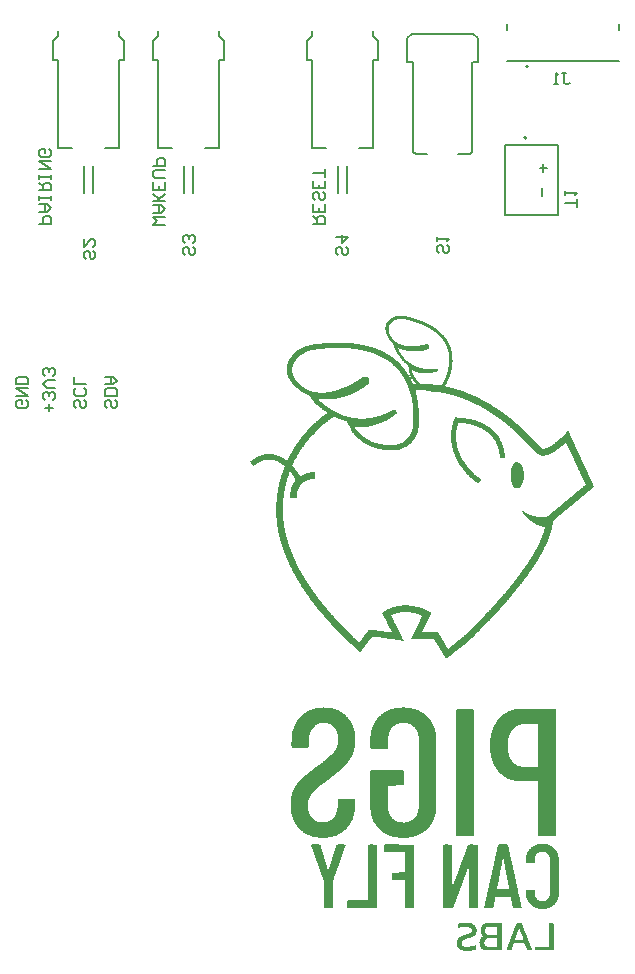
<source format=gbo>
G04*
G04 #@! TF.GenerationSoftware,Altium Limited,Altium Designer,21.0.9 (235)*
G04*
G04 Layer_Color=32896*
%FSLAX24Y24*%
%MOIN*%
G70*
G04*
G04 #@! TF.SameCoordinates,6C9EA5C6-EB33-49EF-A4A3-CBEC368A9CDE*
G04*
G04*
G04 #@! TF.FilePolarity,Positive*
G04*
G01*
G75*
%ADD10C,0.0079*%
%ADD16C,0.0050*%
G36*
X17775Y24615D02*
X17781Y24613D01*
X17811Y24610D01*
X17829Y24608D01*
X17849Y24605D01*
X17864Y24601D01*
X17881Y24596D01*
X17889Y24594D01*
X17912Y24589D01*
X17921Y24587D01*
X17929Y24585D01*
X17952Y24578D01*
X17960Y24576D01*
X17992Y24569D01*
X18002Y24567D01*
X18025Y24560D01*
X18056Y24552D01*
X18070Y24548D01*
X18083Y24544D01*
X18098Y24540D01*
X18108Y24538D01*
X18116Y24536D01*
X18162Y24521D01*
X18170Y24519D01*
X18180Y24515D01*
X18206Y24507D01*
X18215Y24503D01*
X18223Y24501D01*
X18278Y24484D01*
X18308Y24472D01*
X18316Y24470D01*
X18340Y24461D01*
X18350Y24457D01*
X18363Y24452D01*
X18382Y24445D01*
X18391Y24441D01*
X18412Y24432D01*
X18423Y24429D01*
X18435Y24424D01*
X18446Y24419D01*
X18455Y24415D01*
X18468Y24410D01*
X18491Y24399D01*
X18509Y24392D01*
X18516Y24389D01*
X18566Y24364D01*
X18579Y24358D01*
X18589Y24354D01*
X18603Y24344D01*
X18622Y24337D01*
X18628Y24334D01*
X18632Y24330D01*
X18636Y24328D01*
X18650Y24322D01*
X18668Y24312D01*
X18672Y24309D01*
X18686Y24303D01*
X18703Y24293D01*
X18729Y24279D01*
X18740Y24270D01*
X18759Y24260D01*
X18766Y24255D01*
X18770Y24251D01*
X18774Y24249D01*
X18792Y24240D01*
X18798Y24234D01*
X18819Y24222D01*
X18827Y24214D01*
X18831Y24212D01*
X18849Y24202D01*
X18857Y24194D01*
X18861Y24192D01*
X18906Y24159D01*
X18930Y24140D01*
X18935Y24135D01*
X18939Y24133D01*
X18950Y24125D01*
X18955Y24120D01*
X18959Y24118D01*
X18963Y24114D01*
X18967Y24112D01*
X18979Y24100D01*
X18983Y24098D01*
X18992Y24088D01*
X18996Y24086D01*
X19004Y24078D01*
X19008Y24076D01*
X19115Y23969D01*
X19117Y23965D01*
X19123Y23959D01*
X19125Y23955D01*
X19137Y23944D01*
X19139Y23940D01*
X19145Y23934D01*
X19147Y23930D01*
X19157Y23920D01*
X19159Y23916D01*
X19164Y23910D01*
X19166Y23906D01*
X19172Y23900D01*
X19174Y23896D01*
X19178Y23892D01*
X19180Y23889D01*
X19188Y23881D01*
X19190Y23877D01*
X19200Y23863D01*
X19202Y23859D01*
X19210Y23851D01*
X19220Y23833D01*
X19227Y23826D01*
X19241Y23800D01*
X19247Y23794D01*
X19259Y23773D01*
X19265Y23767D01*
X19269Y23757D01*
X19279Y23739D01*
X19282Y23735D01*
X19284Y23731D01*
X19288Y23721D01*
X19293Y23709D01*
X19296Y23706D01*
X19298Y23702D01*
X19302Y23698D01*
X19306Y23688D01*
X19311Y23675D01*
X19326Y23643D01*
X19333Y23624D01*
X19341Y23609D01*
X19345Y23595D01*
X19348Y23583D01*
X19358Y23561D01*
X19361Y23550D01*
X19365Y23535D01*
X19372Y23516D01*
X19377Y23503D01*
X19381Y23487D01*
X19386Y23465D01*
X19388Y23457D01*
X19393Y23440D01*
X19397Y23426D01*
X19399Y23413D01*
X19401Y23405D01*
X19403Y23378D01*
X19405Y23366D01*
X19407Y23358D01*
X19409Y23349D01*
X19413Y23325D01*
X19417Y23294D01*
X19419Y23256D01*
X19421Y23235D01*
X19422Y23078D01*
X19420Y23072D01*
X19418Y23035D01*
X19416Y23001D01*
X19414Y22996D01*
X19412Y22966D01*
X19408Y22956D01*
X19405Y22938D01*
X19403Y22922D01*
X19401Y22895D01*
X19399Y22876D01*
X19396Y22863D01*
X19394Y22855D01*
X19389Y22838D01*
X19385Y22822D01*
X19383Y22809D01*
X19381Y22801D01*
X19378Y22782D01*
X19376Y22774D01*
X19371Y22762D01*
X19367Y22748D01*
X19365Y22740D01*
X19363Y22726D01*
X19359Y22710D01*
X19349Y22685D01*
X19345Y22671D01*
X19341Y22650D01*
X19337Y22641D01*
X19332Y22630D01*
X19326Y22610D01*
X19323Y22597D01*
X19317Y22582D01*
X19308Y22561D01*
X19305Y22548D01*
X19301Y22538D01*
X19290Y22518D01*
X19287Y22505D01*
X19285Y22497D01*
X19282Y22487D01*
X19279Y22484D01*
X19277Y22480D01*
X19271Y22466D01*
X19268Y22454D01*
X19261Y22443D01*
X19257Y22439D01*
X19253Y22429D01*
X19250Y22416D01*
X19246Y22406D01*
X19241Y22400D01*
X19237Y22396D01*
X19233Y22382D01*
X19231Y22374D01*
X19222Y22356D01*
X19208Y22331D01*
X19204Y22327D01*
X19202Y22323D01*
X19198Y22319D01*
X19188Y22301D01*
X19180Y22293D01*
X19178Y22289D01*
X19172Y22276D01*
X19174Y22266D01*
X19177Y22263D01*
X19190Y22258D01*
X19201Y22255D01*
X19209Y22253D01*
X19222Y22251D01*
X19241Y22248D01*
X19251Y22246D01*
X19259Y22244D01*
X19282Y22237D01*
X19295Y22233D01*
X19318Y22230D01*
X19328Y22228D01*
X19339Y22226D01*
X19346Y22224D01*
X19366Y22218D01*
X19374Y22216D01*
X19404Y22209D01*
X19412Y22207D01*
X19423Y22204D01*
X19443Y22198D01*
X19466Y22192D01*
X19477Y22189D01*
X19494Y22184D01*
X19508Y22180D01*
X19516Y22178D01*
X19543Y22170D01*
X19563Y22165D01*
X19571Y22163D01*
X19584Y22159D01*
X19594Y22155D01*
X19614Y22149D01*
X19638Y22143D01*
X19657Y22135D01*
X19677Y22129D01*
X19691Y22125D01*
X19709Y22118D01*
X19719Y22114D01*
X19730Y22111D01*
X19746Y22108D01*
X19758Y22103D01*
X19767Y22098D01*
X19777Y22094D01*
X19793Y22090D01*
X19806Y22085D01*
X19814Y22083D01*
X19830Y22076D01*
X19840Y22072D01*
X19848Y22070D01*
X19861Y22065D01*
X19868Y22062D01*
X19885Y22054D01*
X19898Y22051D01*
X19911Y22047D01*
X19933Y22037D01*
X19940Y22035D01*
X19970Y22021D01*
X19978Y22019D01*
X20002Y22010D01*
X20017Y22001D01*
X20028Y21998D01*
X20044Y21992D01*
X20058Y21984D01*
X20072Y21980D01*
X20085Y21975D01*
X20117Y21960D01*
X20127Y21956D01*
X20139Y21948D01*
X20170Y21937D01*
X20173Y21934D01*
X20176Y21932D01*
X20194Y21925D01*
X20207Y21920D01*
X20219Y21912D01*
X20232Y21907D01*
X20241Y21903D01*
X20251Y21897D01*
X20255Y21893D01*
X20265Y21889D01*
X20278Y21884D01*
X20289Y21877D01*
X20310Y21868D01*
X20320Y21864D01*
X20324Y21860D01*
X20328Y21858D01*
X20350Y21848D01*
X20363Y21840D01*
X20367Y21836D01*
X20377Y21832D01*
X20388Y21829D01*
X20399Y21822D01*
X20411Y21814D01*
X20421Y21811D01*
X20431Y21808D01*
X20440Y21799D01*
X20444Y21797D01*
X20454Y21793D01*
X20475Y21781D01*
X20493Y21773D01*
X20503Y21767D01*
X20507Y21763D01*
X20511Y21761D01*
X20525Y21755D01*
X20538Y21748D01*
X20542Y21744D01*
X20572Y21728D01*
X20584Y21720D01*
X20591Y21718D01*
X20610Y21705D01*
X20630Y21695D01*
X20641Y21689D01*
X20658Y21679D01*
X20690Y21659D01*
X20708Y21649D01*
X20721Y21641D01*
X20735Y21632D01*
X20739Y21630D01*
X20753Y21622D01*
X20836Y21568D01*
X20856Y21556D01*
X20887Y21536D01*
X20890Y21533D01*
X20894Y21531D01*
X20906Y21523D01*
X20910Y21521D01*
X20914Y21517D01*
X20918Y21515D01*
X20930Y21508D01*
X20934Y21506D01*
X20961Y21486D01*
X20965Y21484D01*
X20971Y21478D01*
X20975Y21476D01*
X20979Y21472D01*
X21001Y21460D01*
X21007Y21454D01*
X21010Y21453D01*
X21024Y21443D01*
X21030Y21437D01*
X21034Y21435D01*
X21048Y21427D01*
X21052Y21423D01*
X21056Y21421D01*
X21062Y21415D01*
X21075Y21407D01*
X21081Y21401D01*
X21085Y21399D01*
X21089Y21395D01*
X21093Y21394D01*
X21104Y21385D01*
X21107Y21382D01*
X21111Y21380D01*
X21125Y21372D01*
X21135Y21363D01*
X21138Y21360D01*
X21142Y21358D01*
X21160Y21344D01*
X21164Y21340D01*
X21168Y21338D01*
X21185Y21325D01*
X21199Y21315D01*
X21203Y21313D01*
X21209Y21307D01*
X21213Y21305D01*
X21217Y21301D01*
X21221Y21299D01*
X21232Y21290D01*
X21239Y21283D01*
X21243Y21281D01*
X21253Y21273D01*
X21258Y21268D01*
X21262Y21266D01*
X21287Y21247D01*
X21294Y21242D01*
X21298Y21238D01*
X21302Y21236D01*
X21311Y21226D01*
X21315Y21224D01*
X21319Y21220D01*
X21323Y21218D01*
X21333Y21209D01*
X21337Y21207D01*
X21348Y21198D01*
X21355Y21191D01*
X21359Y21189D01*
X21369Y21180D01*
X21372Y21177D01*
X21376Y21175D01*
X21380Y21171D01*
X21384Y21169D01*
X21396Y21157D01*
X21400Y21156D01*
X21406Y21150D01*
X21410Y21148D01*
X21418Y21140D01*
X21422Y21138D01*
X21425Y21134D01*
X21429Y21132D01*
X21433Y21128D01*
X21437Y21126D01*
X21447Y21116D01*
X21451Y21114D01*
X21457Y21108D01*
X21461Y21106D01*
X21465Y21100D01*
X21469Y21098D01*
X21475Y21093D01*
X21479Y21091D01*
X21488Y21081D01*
X21492Y21079D01*
X21500Y21071D01*
X21504Y21069D01*
X21514Y21059D01*
X21518Y21057D01*
X21532Y21043D01*
X21536Y21041D01*
X21545Y21032D01*
X21549Y21030D01*
X21557Y21022D01*
X21561Y21020D01*
X21573Y21008D01*
X21577Y21006D01*
X21587Y20996D01*
X21591Y20994D01*
X21601Y20984D01*
X21604Y20982D01*
X21612Y20975D01*
X21616Y20973D01*
X21626Y20963D01*
X21630Y20961D01*
X21658Y20933D01*
X21661Y20931D01*
X21667Y20925D01*
X21671Y20923D01*
X21675Y20919D01*
X21679Y20918D01*
X21684Y20913D01*
X21686Y20909D01*
X21691Y20904D01*
X21695Y20902D01*
X21706Y20891D01*
X21708Y20887D01*
X21715Y20882D01*
X21719Y20878D01*
X21722Y20876D01*
X21728Y20870D01*
X21732Y20868D01*
X21789Y20811D01*
X21793Y20809D01*
X21804Y20800D01*
X21807Y20798D01*
X21810Y20797D01*
X21811Y20794D01*
X21815Y20792D01*
X21820Y20787D01*
X21822Y20783D01*
X21833Y20772D01*
X21837Y20770D01*
X21839Y20767D01*
X21841Y20763D01*
X21973Y20631D01*
X21975Y20627D01*
X21982Y20622D01*
X21993Y20612D01*
X21994Y20609D01*
X21998Y20607D01*
X22011Y20594D01*
X22013Y20590D01*
X22016Y20587D01*
X22019Y20585D01*
X22028Y20576D01*
X22030Y20572D01*
X22035Y20567D01*
X22039Y20565D01*
X22046Y20559D01*
X22048Y20555D01*
X22055Y20548D01*
X22059Y20546D01*
X22068Y20537D01*
X22070Y20533D01*
X22075Y20528D01*
X22078Y20526D01*
X22085Y20519D01*
X22087Y20515D01*
X22092Y20510D01*
X22096Y20508D01*
X22105Y20500D01*
X22107Y20496D01*
X22112Y20491D01*
X22116Y20489D01*
X22119Y20486D01*
X22121Y20482D01*
X22135Y20468D01*
X22136Y20464D01*
X22142Y20458D01*
X22144Y20454D01*
X22208Y20390D01*
X22212Y20388D01*
X22217Y20382D01*
X22233Y20366D01*
X22235Y20362D01*
X22241Y20356D01*
X22243Y20352D01*
X22261Y20333D01*
X22265Y20331D01*
X22270Y20324D01*
X22279Y20316D01*
X22283Y20314D01*
X22288Y20309D01*
X22290Y20305D01*
X22297Y20298D01*
X22301Y20296D01*
X22312Y20285D01*
X22313Y20282D01*
X22316Y20280D01*
X22327Y20269D01*
X22329Y20265D01*
X22332Y20263D01*
X22336Y20261D01*
X22347Y20250D01*
X22348Y20247D01*
X22352Y20245D01*
X22365Y20232D01*
X22367Y20228D01*
X22372Y20223D01*
X22375Y20221D01*
X22386Y20210D01*
X22387Y20207D01*
X22391Y20205D01*
X22411Y20186D01*
X22421Y20182D01*
X22434Y20178D01*
X22458Y20180D01*
X22464Y20182D01*
X22472Y20184D01*
X22502Y20189D01*
X22518Y20195D01*
X22539Y20204D01*
X22547Y20205D01*
X22559Y20210D01*
X22580Y20221D01*
X22593Y20226D01*
X22613Y20238D01*
X22634Y20248D01*
X22646Y20256D01*
X22676Y20272D01*
X22690Y20280D01*
X22731Y20307D01*
X22742Y20315D01*
X22762Y20326D01*
X22765Y20329D01*
X22769Y20331D01*
X22788Y20344D01*
X22791Y20347D01*
X22794Y20349D01*
X22822Y20369D01*
X22826Y20371D01*
X22844Y20384D01*
X22848Y20388D01*
X22851Y20390D01*
X22855Y20394D01*
X22859Y20396D01*
X22870Y20405D01*
X22898Y20427D01*
X22901Y20430D01*
X22905Y20432D01*
X22909Y20436D01*
X22912Y20438D01*
X22920Y20445D01*
X22924Y20447D01*
X22930Y20453D01*
X22934Y20455D01*
X22950Y20471D01*
X22954Y20473D01*
X22964Y20483D01*
X22968Y20485D01*
X22973Y20491D01*
X22977Y20493D01*
X23009Y20524D01*
X23013Y20526D01*
X23019Y20532D01*
X23023Y20534D01*
X23201Y20712D01*
X23202Y20715D01*
X23206Y20717D01*
X23218Y20730D01*
X23219Y20733D01*
X23223Y20735D01*
X23236Y20747D01*
X23238Y20751D01*
X23241Y20754D01*
X23245Y20756D01*
X23252Y20763D01*
X23254Y20767D01*
X23261Y20774D01*
X23270Y20778D01*
X23284Y20776D01*
X23289Y20771D01*
X23296Y20752D01*
X23308Y20733D01*
X23311Y20722D01*
X23318Y20703D01*
X23323Y20698D01*
X23325Y20694D01*
X23330Y20680D01*
X23333Y20670D01*
X23336Y20663D01*
X23344Y20651D01*
X23348Y20641D01*
X23354Y20625D01*
X23364Y20612D01*
X23368Y20598D01*
X23370Y20590D01*
X23372Y20586D01*
X23384Y20568D01*
X23387Y20555D01*
X23392Y20542D01*
X23395Y20539D01*
X23397Y20535D01*
X23407Y20513D01*
X23415Y20500D01*
X23423Y20482D01*
X23430Y20463D01*
X23433Y20460D01*
X23435Y20456D01*
X23443Y20439D01*
X23447Y20426D01*
X23460Y20401D01*
X23464Y20391D01*
X23474Y20374D01*
X23478Y20364D01*
X23485Y20345D01*
X23493Y20333D01*
X23498Y20321D01*
X23501Y20310D01*
X23510Y20294D01*
X23515Y20283D01*
X23519Y20273D01*
X23533Y20244D01*
X23537Y20234D01*
X23553Y20201D01*
X23558Y20188D01*
X23572Y20159D01*
X23577Y20146D01*
X23592Y20114D01*
X23608Y20081D01*
X23613Y20068D01*
X23627Y20039D01*
X23635Y20022D01*
X23647Y19994D01*
X23663Y19961D01*
X23668Y19948D01*
X23684Y19913D01*
X23694Y19892D01*
X23710Y19858D01*
X23718Y19839D01*
X23745Y19782D01*
X23750Y19769D01*
X23754Y19759D01*
X23763Y19744D01*
X23768Y19731D01*
X23774Y19716D01*
X23783Y19701D01*
X23787Y19691D01*
X23794Y19672D01*
X23804Y19650D01*
X23822Y19612D01*
X23828Y19597D01*
X23836Y19585D01*
X23840Y19575D01*
X23847Y19556D01*
X23856Y19542D01*
X23861Y19529D01*
X23864Y19519D01*
X23875Y19498D01*
X23884Y19474D01*
X23895Y19459D01*
X23898Y19448D01*
X23904Y19432D01*
X23913Y19418D01*
X23918Y19405D01*
X23921Y19395D01*
X23924Y19392D01*
X23926Y19388D01*
X23932Y19374D01*
X23934Y19367D01*
X23946Y19345D01*
X23954Y19327D01*
X23959Y19314D01*
X23967Y19303D01*
X23971Y19293D01*
X23977Y19277D01*
X23989Y19253D01*
X23996Y19234D01*
X24001Y19227D01*
X24011Y19205D01*
X24013Y19197D01*
X24023Y19182D01*
X24031Y19162D01*
X24046Y19129D01*
X24051Y19116D01*
X24060Y19103D01*
X24064Y19093D01*
X24071Y19074D01*
X24080Y19060D01*
X24084Y19050D01*
X24091Y19031D01*
X24101Y19011D01*
X24106Y18998D01*
X24117Y18979D01*
X24121Y18965D01*
X24126Y18953D01*
X24129Y18950D01*
X24131Y18946D01*
X24135Y18942D01*
X24137Y18934D01*
X24135Y18916D01*
X24124Y18905D01*
X24120Y18903D01*
X24107Y18895D01*
X24105Y18891D01*
X24102Y18888D01*
X24099Y18886D01*
X24095Y18882D01*
X24091Y18880D01*
X24077Y18866D01*
X24073Y18864D01*
X24067Y18858D01*
X24064Y18857D01*
X24063Y18854D01*
X24059Y18852D01*
X24055Y18848D01*
X24051Y18846D01*
X24036Y18831D01*
X24032Y18829D01*
X24028Y18825D01*
X24024Y18823D01*
X24012Y18811D01*
X23998Y18803D01*
X23984Y18789D01*
X23981Y18787D01*
X23972Y18780D01*
X23970Y18777D01*
X23967Y18774D01*
X23963Y18772D01*
X23959Y18768D01*
X23955Y18766D01*
X23947Y18758D01*
X23943Y18756D01*
X23937Y18750D01*
X23933Y18748D01*
X23920Y18734D01*
X23916Y18732D01*
X23904Y18720D01*
X23900Y18718D01*
X23886Y18709D01*
X23882Y18707D01*
X23868Y18693D01*
X23864Y18691D01*
X23851Y18677D01*
X23847Y18675D01*
X23836Y18666D01*
X23831Y18661D01*
X23827Y18659D01*
X23815Y18648D01*
X23811Y18646D01*
X23805Y18640D01*
X23802Y18638D01*
X23794Y18630D01*
X23790Y18628D01*
X23784Y18622D01*
X23780Y18620D01*
X23776Y18616D01*
X23772Y18614D01*
X23762Y18604D01*
X23758Y18602D01*
X23750Y18595D01*
X23746Y18593D01*
X23737Y18583D01*
X23733Y18581D01*
X23727Y18575D01*
X23723Y18573D01*
X23715Y18565D01*
X23711Y18563D01*
X23697Y18549D01*
X23693Y18547D01*
X23689Y18543D01*
X23685Y18541D01*
X23682Y18538D01*
X23678Y18536D01*
X23670Y18528D01*
X23666Y18526D01*
X23660Y18520D01*
X23656Y18518D01*
X23644Y18506D01*
X23640Y18504D01*
X23630Y18494D01*
X23626Y18492D01*
X23623Y18488D01*
X23619Y18486D01*
X23605Y18473D01*
X23601Y18471D01*
X23595Y18465D01*
X23591Y18463D01*
X23581Y18453D01*
X23577Y18451D01*
X23560Y18437D01*
X23554Y18431D01*
X23550Y18429D01*
X23546Y18425D01*
X23542Y18423D01*
X23537Y18419D01*
X23536Y18416D01*
X23532Y18414D01*
X23526Y18408D01*
X23522Y18406D01*
X23512Y18396D01*
X23508Y18394D01*
X23498Y18385D01*
X23489Y18376D01*
X23485Y18374D01*
X23471Y18361D01*
X23467Y18359D01*
X23453Y18349D01*
X23449Y18347D01*
X23438Y18335D01*
X23434Y18333D01*
X23418Y18317D01*
X23414Y18315D01*
X23403Y18306D01*
X23396Y18300D01*
X23392Y18298D01*
X23377Y18282D01*
X23373Y18280D01*
X23362Y18271D01*
X23353Y18262D01*
X23339Y18254D01*
X23327Y18242D01*
X23324Y18241D01*
X23320Y18237D01*
X23316Y18235D01*
X23311Y18230D01*
X23309Y18226D01*
X23302Y18221D01*
X23291Y18212D01*
X23288Y18209D01*
X23284Y18207D01*
X23280Y18203D01*
X23276Y18201D01*
X23261Y18185D01*
X23257Y18183D01*
X23245Y18172D01*
X23241Y18170D01*
X23223Y18156D01*
X23217Y18150D01*
X23213Y18148D01*
X23207Y18142D01*
X23204Y18140D01*
X23190Y18126D01*
X23186Y18124D01*
X23174Y18113D01*
X23170Y18111D01*
X23162Y18103D01*
X23158Y18101D01*
X23150Y18093D01*
X23147Y18091D01*
X23143Y18087D01*
X23139Y18085D01*
X23129Y18075D01*
X23125Y18073D01*
X23119Y18067D01*
X23115Y18065D01*
X23105Y18056D01*
X23101Y18054D01*
X23095Y18048D01*
X23091Y18046D01*
X23080Y18034D01*
X23076Y18032D01*
X23072Y18028D01*
X23068Y18026D01*
X23056Y18014D01*
X23052Y18012D01*
X23044Y18004D01*
X23040Y18003D01*
X23034Y17997D01*
X23030Y17995D01*
X23027Y17991D01*
X23023Y17989D01*
X23013Y17979D01*
X23009Y17977D01*
X23003Y17971D01*
X22999Y17969D01*
X22987Y17957D01*
X22983Y17955D01*
X22972Y17946D01*
X22966Y17940D01*
X22962Y17938D01*
X22958Y17934D01*
X22954Y17932D01*
X22942Y17920D01*
X22938Y17918D01*
X22930Y17910D01*
X22926Y17908D01*
X22920Y17902D01*
X22916Y17900D01*
X22912Y17896D01*
X22909Y17894D01*
X22897Y17883D01*
X22893Y17881D01*
X22889Y17877D01*
X22885Y17875D01*
X22875Y17865D01*
X22871Y17863D01*
X22867Y17859D01*
X22863Y17857D01*
X22851Y17845D01*
X22848Y17843D01*
X22834Y17829D01*
X22830Y17827D01*
X22819Y17819D01*
X22812Y17812D01*
X22808Y17810D01*
X22804Y17806D01*
X22800Y17804D01*
X22790Y17795D01*
X22772Y17777D01*
X22768Y17764D01*
X22766Y17732D01*
X22764Y17726D01*
X22762Y17685D01*
X22760Y17679D01*
X22758Y17653D01*
X22754Y17644D01*
X22748Y17620D01*
X22746Y17600D01*
X22741Y17570D01*
X22739Y17562D01*
X22731Y17533D01*
X22727Y17510D01*
X22725Y17502D01*
X22722Y17487D01*
X22716Y17471D01*
X22711Y17455D01*
X22704Y17424D01*
X22698Y17408D01*
X22691Y17386D01*
X22686Y17363D01*
X22682Y17353D01*
X22673Y17333D01*
X22672Y17325D01*
X22669Y17312D01*
X22667Y17304D01*
X22656Y17280D01*
X22654Y17272D01*
X22651Y17261D01*
X22647Y17251D01*
X22638Y17230D01*
X22625Y17194D01*
X22616Y17173D01*
X22614Y17166D01*
X22610Y17153D01*
X22601Y17138D01*
X22598Y17125D01*
X22592Y17110D01*
X22579Y17081D01*
X22574Y17068D01*
X22559Y17036D01*
X22552Y17018D01*
X22550Y17014D01*
X22542Y16996D01*
X22522Y16955D01*
X22516Y16941D01*
X22471Y16849D01*
X22449Y16808D01*
X22434Y16778D01*
X22414Y16741D01*
X22406Y16729D01*
X22400Y16715D01*
X22390Y16697D01*
X22382Y16686D01*
X22380Y16678D01*
X22376Y16674D01*
X22374Y16670D01*
X22365Y16654D01*
X22353Y16633D01*
X22339Y16607D01*
X22335Y16603D01*
X22333Y16599D01*
X22317Y16570D01*
X22314Y16566D01*
X22302Y16544D01*
X22296Y16538D01*
X22294Y16534D01*
X22288Y16520D01*
X22286Y16516D01*
X22277Y16506D01*
X22262Y16479D01*
X22255Y16467D01*
X22245Y16450D01*
X22239Y16444D01*
X22227Y16422D01*
X22217Y16408D01*
X22207Y16391D01*
X22203Y16387D01*
X22201Y16383D01*
X22192Y16365D01*
X22183Y16354D01*
X22174Y16339D01*
X22172Y16336D01*
X22166Y16330D01*
X22164Y16326D01*
X22154Y16308D01*
X22140Y16288D01*
X22135Y16279D01*
X22126Y16268D01*
X22114Y16248D01*
X22111Y16245D01*
X22109Y16241D01*
X22092Y16217D01*
X22089Y16214D01*
X22079Y16196D01*
X22066Y16176D01*
X22064Y16172D01*
X22026Y16119D01*
X22024Y16115D01*
X22008Y16091D01*
X22007Y16090D01*
X22001Y16084D01*
X21999Y16080D01*
X21989Y16066D01*
X21987Y16062D01*
X21973Y16042D01*
X21971Y16039D01*
X21967Y16035D01*
X21965Y16031D01*
X21947Y16006D01*
X21931Y15982D01*
X21926Y15976D01*
X21907Y15951D01*
X21899Y15939D01*
X21897Y15936D01*
X21895Y15932D01*
X21846Y15866D01*
X21832Y15846D01*
X21830Y15842D01*
X21824Y15836D01*
X21822Y15832D01*
X21818Y15828D01*
X21816Y15824D01*
X21807Y15813D01*
X21802Y15806D01*
X21788Y15789D01*
X21760Y15750D01*
X21755Y15743D01*
X21749Y15738D01*
X21747Y15734D01*
X21741Y15728D01*
X21739Y15724D01*
X21730Y15713D01*
X21727Y15710D01*
X21725Y15706D01*
X21698Y15671D01*
X21694Y15667D01*
X21692Y15663D01*
X21688Y15659D01*
X21686Y15655D01*
X21680Y15649D01*
X21678Y15645D01*
X21670Y15637D01*
X21668Y15633D01*
X21655Y15616D01*
X21651Y15612D01*
X21649Y15608D01*
X21645Y15604D01*
X21643Y15600D01*
X21635Y15592D01*
X21633Y15588D01*
X21624Y15577D01*
X21617Y15570D01*
X21615Y15566D01*
X21611Y15563D01*
X21609Y15559D01*
X21601Y15548D01*
X21598Y15545D01*
X21596Y15541D01*
X21592Y15537D01*
X21590Y15533D01*
X21584Y15527D01*
X21582Y15523D01*
X21574Y15515D01*
X21572Y15511D01*
X21563Y15501D01*
X21556Y15494D01*
X21554Y15490D01*
X21542Y15478D01*
X21541Y15474D01*
X21532Y15463D01*
X21525Y15456D01*
X21523Y15452D01*
X21519Y15448D01*
X21517Y15445D01*
X21508Y15434D01*
X21503Y15429D01*
X21501Y15425D01*
X21497Y15421D01*
X21495Y15417D01*
X21485Y15407D01*
X21483Y15403D01*
X21480Y15399D01*
X21478Y15395D01*
X21466Y15384D01*
X21464Y15380D01*
X21455Y15369D01*
X21446Y15360D01*
X21444Y15356D01*
X21430Y15338D01*
X21426Y15334D01*
X21424Y15330D01*
X21419Y15325D01*
X21417Y15321D01*
X21405Y15309D01*
X21403Y15305D01*
X21394Y15294D01*
X21389Y15289D01*
X21387Y15285D01*
X21379Y15277D01*
X21377Y15273D01*
X21369Y15266D01*
X21367Y15262D01*
X21358Y15252D01*
X21356Y15248D01*
X21350Y15242D01*
X21348Y15238D01*
X21344Y15234D01*
X21342Y15230D01*
X21328Y15216D01*
X21326Y15212D01*
X21316Y15203D01*
X21314Y15199D01*
X21308Y15193D01*
X21306Y15189D01*
X21303Y15185D01*
X21301Y15181D01*
X21293Y15173D01*
X21291Y15169D01*
X21273Y15151D01*
X21271Y15148D01*
X21267Y15144D01*
X21265Y15140D01*
X21249Y15124D01*
X21247Y15120D01*
X21240Y15112D01*
X21238Y15108D01*
X21228Y15098D01*
X21226Y15094D01*
X21214Y15083D01*
X21212Y15079D01*
X21200Y15067D01*
X21198Y15063D01*
X21192Y15057D01*
X21190Y15053D01*
X21177Y15039D01*
X21175Y15035D01*
X21159Y15020D01*
X21157Y15016D01*
X21147Y15006D01*
X21145Y15002D01*
X21126Y14982D01*
X21124Y14978D01*
X21118Y14972D01*
X21116Y14969D01*
X21090Y14943D01*
X21088Y14939D01*
X21084Y14935D01*
X21082Y14931D01*
X21078Y14927D01*
X21076Y14923D01*
X21073Y14920D01*
X21069Y14918D01*
X21063Y14911D01*
X21061Y14908D01*
X21049Y14896D01*
X21047Y14892D01*
X21038Y14881D01*
X21034Y14879D01*
X21025Y14870D01*
X21023Y14866D01*
X21020Y14863D01*
X21016Y14861D01*
X21009Y14854D01*
X21004Y14845D01*
X20972Y14813D01*
X20970Y14809D01*
X20961Y14798D01*
X20958Y14795D01*
X20956Y14792D01*
X20925Y14760D01*
X20923Y14756D01*
X20915Y14748D01*
X20913Y14744D01*
X20904Y14733D01*
X20898Y14728D01*
X20895Y14727D01*
X20893Y14723D01*
X20874Y14703D01*
X20872Y14699D01*
X20862Y14689D01*
X20860Y14685D01*
X20821Y14646D01*
X20819Y14642D01*
X20815Y14638D01*
X20813Y14634D01*
X20803Y14624D01*
X20801Y14620D01*
X20796Y14615D01*
X20792Y14613D01*
X20783Y14605D01*
X20781Y14601D01*
X20774Y14594D01*
X20770Y14592D01*
X20766Y14587D01*
X20764Y14583D01*
X20752Y14571D01*
X20750Y14567D01*
X20744Y14561D01*
X20742Y14557D01*
X20683Y14498D01*
X20681Y14494D01*
X20673Y14487D01*
X20671Y14483D01*
X20642Y14453D01*
X20641Y14450D01*
X20637Y14448D01*
X20626Y14437D01*
X20624Y14434D01*
X20621Y14431D01*
X20617Y14429D01*
X20587Y14398D01*
X20586Y14395D01*
X20583Y14394D01*
X20581Y14390D01*
X20575Y14384D01*
X20573Y14380D01*
X20569Y14376D01*
X20568Y14374D01*
X20564Y14372D01*
X20553Y14361D01*
X20551Y14357D01*
X20548Y14354D01*
X20544Y14352D01*
X20535Y14343D01*
X20533Y14339D01*
X20529Y14334D01*
X20525Y14332D01*
X20516Y14323D01*
X20514Y14319D01*
X20511Y14316D01*
X20507Y14315D01*
X20496Y14304D01*
X20494Y14300D01*
X20487Y14295D01*
X20476Y14284D01*
X20474Y14280D01*
X20468Y14275D01*
X20457Y14264D01*
X20456Y14261D01*
X20452Y14259D01*
X20402Y14209D01*
X20400Y14205D01*
X20397Y14200D01*
X20393Y14198D01*
X20388Y14194D01*
X20386Y14190D01*
X20327Y14131D01*
X20325Y14127D01*
X20318Y14122D01*
X20307Y14111D01*
X20305Y14107D01*
X20298Y14102D01*
X20290Y14093D01*
X20288Y14089D01*
X20283Y14084D01*
X20279Y14082D01*
X20274Y14078D01*
X20272Y14074D01*
X20263Y14065D01*
X20259Y14063D01*
X20254Y14058D01*
X20252Y14054D01*
X20245Y14047D01*
X20241Y14045D01*
X20228Y14031D01*
X20224Y14029D01*
X20220Y14025D01*
X20216Y14023D01*
X20213Y14020D01*
X20211Y14017D01*
X20204Y14010D01*
X20200Y14008D01*
X20197Y14005D01*
X20195Y14001D01*
X20184Y13990D01*
X20180Y13988D01*
X20177Y13985D01*
X20175Y13981D01*
X20143Y13949D01*
X20140Y13948D01*
X20138Y13944D01*
X20110Y13915D01*
X20106Y13913D01*
X20101Y13906D01*
X20070Y13876D01*
X20066Y13874D01*
X20055Y13862D01*
X20051Y13860D01*
X20035Y13844D01*
X20031Y13842D01*
X20020Y13832D01*
X20019Y13829D01*
X20015Y13827D01*
X19985Y13796D01*
X19984Y13793D01*
X19981Y13792D01*
X19980Y13789D01*
X19976Y13787D01*
X19970Y13781D01*
X19966Y13780D01*
X19952Y13766D01*
X19948Y13764D01*
X19931Y13746D01*
X19927Y13744D01*
X19909Y13726D01*
X19905Y13724D01*
X19895Y13715D01*
X19891Y13713D01*
X19874Y13699D01*
X19866Y13691D01*
X19852Y13683D01*
X19844Y13675D01*
X19840Y13673D01*
X19822Y13660D01*
X19798Y13641D01*
X19791Y13634D01*
X19781Y13628D01*
X19773Y13620D01*
X19769Y13618D01*
X19752Y13604D01*
X19748Y13601D01*
X19744Y13599D01*
X19726Y13585D01*
X19720Y13579D01*
X19716Y13577D01*
X19705Y13568D01*
X19700Y13563D01*
X19697Y13561D01*
X19693Y13557D01*
X19689Y13555D01*
X19681Y13547D01*
X19677Y13545D01*
X19673Y13542D01*
X19669Y13540D01*
X19651Y13526D01*
X19645Y13520D01*
X19641Y13518D01*
X19631Y13509D01*
X19628Y13506D01*
X19624Y13504D01*
X19606Y13490D01*
X19602Y13486D01*
X19598Y13484D01*
X19594Y13481D01*
X19590Y13479D01*
X19582Y13471D01*
X19579Y13469D01*
X19575Y13465D01*
X19571Y13463D01*
X19567Y13459D01*
X19563Y13457D01*
X19557Y13451D01*
X19553Y13449D01*
X19549Y13445D01*
X19545Y13443D01*
X19541Y13439D01*
X19537Y13437D01*
X19529Y13429D01*
X19525Y13427D01*
X19521Y13424D01*
X19518Y13422D01*
X19510Y13414D01*
X19506Y13412D01*
X19488Y13398D01*
X19484Y13394D01*
X19480Y13392D01*
X19474Y13386D01*
X19470Y13384D01*
X19466Y13380D01*
X19462Y13378D01*
X19459Y13374D01*
X19455Y13372D01*
X19451Y13368D01*
X19447Y13366D01*
X19436Y13358D01*
X19424Y13350D01*
X19417Y13343D01*
X19413Y13341D01*
X19409Y13337D01*
X19405Y13335D01*
X19401Y13331D01*
X19398Y13329D01*
X19392Y13323D01*
X19388Y13321D01*
X19380Y13313D01*
X19376Y13311D01*
X19372Y13307D01*
X19368Y13305D01*
X19364Y13302D01*
X19360Y13300D01*
X19342Y13286D01*
X19339Y13282D01*
X19335Y13280D01*
X19331Y13276D01*
X19327Y13274D01*
X19323Y13270D01*
X19319Y13268D01*
X19315Y13264D01*
X19311Y13262D01*
X19303Y13254D01*
X19299Y13252D01*
X19295Y13248D01*
X19291Y13246D01*
X19285Y13241D01*
X19282Y13239D01*
X19243Y13210D01*
X19238Y13205D01*
X19234Y13203D01*
X19228Y13197D01*
X19219Y13193D01*
X19209Y13191D01*
X19198Y13198D01*
X19184Y13224D01*
X19180Y13228D01*
X19166Y13253D01*
X19162Y13257D01*
X19161Y13261D01*
X19151Y13279D01*
X19141Y13293D01*
X19129Y13314D01*
X19121Y13326D01*
X19111Y13344D01*
X19103Y13356D01*
X19092Y13377D01*
X19088Y13381D01*
X19076Y13403D01*
X19068Y13415D01*
X19056Y13436D01*
X19048Y13448D01*
X19039Y13466D01*
X19029Y13480D01*
X19017Y13501D01*
X19007Y13517D01*
X18999Y13531D01*
X18987Y13552D01*
X18978Y13566D01*
X18976Y13570D01*
X18968Y13584D01*
X18958Y13600D01*
X18948Y13617D01*
X18938Y13633D01*
X18928Y13651D01*
X18919Y13666D01*
X18917Y13670D01*
X18909Y13682D01*
X18897Y13704D01*
X18889Y13716D01*
X18887Y13720D01*
X18879Y13733D01*
X18869Y13749D01*
X18867Y13753D01*
X18854Y13775D01*
X18852Y13779D01*
X18842Y13796D01*
X18834Y13808D01*
X18826Y13822D01*
X18815Y13833D01*
X18806Y13837D01*
X18786Y13839D01*
X18055Y13838D01*
X18048Y13840D01*
X18045Y13843D01*
X18043Y13857D01*
X18073Y13914D01*
X18081Y13932D01*
X18091Y13950D01*
X18100Y13971D01*
X18102Y13975D01*
X18112Y13991D01*
X18120Y14011D01*
X18122Y14015D01*
X18130Y14026D01*
X18134Y14036D01*
X18150Y14066D01*
X18157Y14085D01*
X18159Y14089D01*
X18169Y14103D01*
X18176Y14122D01*
X18186Y14137D01*
X18191Y14150D01*
X18195Y14160D01*
X18205Y14174D01*
X18210Y14187D01*
X18213Y14196D01*
X18223Y14212D01*
X18231Y14232D01*
X18246Y14260D01*
X18268Y14306D01*
X18417Y14607D01*
X18411Y14616D01*
X18383Y14631D01*
X18373Y14635D01*
X18362Y14638D01*
X18354Y14640D01*
X18322Y14655D01*
X18307Y14658D01*
X18291Y14664D01*
X18280Y14669D01*
X18267Y14672D01*
X18244Y14677D01*
X18236Y14679D01*
X18219Y14686D01*
X18206Y14690D01*
X18198Y14692D01*
X18179Y14695D01*
X18171Y14697D01*
X18160Y14700D01*
X18133Y14708D01*
X18125Y14710D01*
X18087Y14715D01*
X18079Y14717D01*
X18049Y14723D01*
X18041Y14725D01*
X18032Y14727D01*
X18014Y14729D01*
X17978Y14731D01*
X17961Y14732D01*
X17914Y14734D01*
X17906Y14736D01*
X17890Y14738D01*
X17822Y14739D01*
X17816Y14737D01*
X17795Y14734D01*
X17760Y14732D01*
X17735Y14731D01*
X17701Y14729D01*
X17685Y14727D01*
X17674Y14725D01*
X17664Y14723D01*
X17653Y14720D01*
X17637Y14716D01*
X17614Y14712D01*
X17595Y14709D01*
X17587Y14707D01*
X17553Y14696D01*
X17545Y14694D01*
X17530Y14691D01*
X17522Y14689D01*
X17506Y14683D01*
X17496Y14678D01*
X17472Y14672D01*
X17459Y14668D01*
X17435Y14657D01*
X17427Y14655D01*
X17414Y14650D01*
X17399Y14641D01*
X17385Y14633D01*
X17380Y14628D01*
X17382Y14613D01*
X17394Y14591D01*
X17404Y14569D01*
X17412Y14555D01*
X17424Y14530D01*
X17430Y14520D01*
X17441Y14494D01*
X17443Y14491D01*
X17453Y14477D01*
X17460Y14458D01*
X17463Y14451D01*
X17473Y14437D01*
X17475Y14430D01*
X17487Y14408D01*
X17497Y14386D01*
X17504Y14373D01*
X17510Y14363D01*
X17515Y14350D01*
X17519Y14340D01*
X17524Y14335D01*
X17526Y14331D01*
X17532Y14317D01*
X17537Y14305D01*
X17540Y14302D01*
X17542Y14298D01*
X17546Y14294D01*
X17550Y14284D01*
X17555Y14271D01*
X17561Y14260D01*
X17569Y14243D01*
X17581Y14221D01*
X17589Y14203D01*
X17599Y14186D01*
X17607Y14168D01*
X17618Y14146D01*
X17626Y14129D01*
X17636Y14111D01*
X17644Y14093D01*
X17656Y14072D01*
X17664Y14054D01*
X17674Y14036D01*
X17681Y14018D01*
X17695Y13993D01*
X17701Y13979D01*
X17788Y13808D01*
X17792Y13798D01*
X17790Y13790D01*
X17785Y13785D01*
X17769Y13781D01*
X17755Y13783D01*
X17732Y13787D01*
X17688Y13795D01*
X17680Y13797D01*
X17654Y13800D01*
X17630Y13802D01*
X17622Y13804D01*
X17591Y13808D01*
X17583Y13810D01*
X17573Y13812D01*
X17517Y13819D01*
X17496Y13821D01*
X17490Y13823D01*
X17476Y13825D01*
X17456Y13827D01*
X17450Y13829D01*
X17437Y13831D01*
X17429Y13833D01*
X17367Y13839D01*
X17359Y13841D01*
X17347Y13843D01*
X17329Y13845D01*
X17310Y13849D01*
X17292Y13851D01*
X17260Y13855D01*
X17243Y13857D01*
X17219Y13861D01*
X17203Y13863D01*
X17180Y13867D01*
X17164Y13869D01*
X17152Y13871D01*
X17133Y13873D01*
X17109Y13877D01*
X17093Y13879D01*
X17068Y13883D01*
X17056Y13885D01*
X17009Y13891D01*
X16991Y13893D01*
X16983Y13895D01*
X16973Y13897D01*
X16954Y13899D01*
X16944Y13900D01*
X16917Y13903D01*
X16909Y13905D01*
X16887Y13908D01*
X16863Y13910D01*
X16855Y13912D01*
X16844Y13915D01*
X16825Y13917D01*
X16808Y13920D01*
X16792Y13922D01*
X16773Y13924D01*
X16748Y13925D01*
X16730Y13911D01*
X16727Y13908D01*
X16725Y13904D01*
X16707Y13880D01*
X16704Y13877D01*
X16702Y13873D01*
X16678Y13841D01*
X16660Y13817D01*
X16655Y13810D01*
X16649Y13804D01*
X16647Y13800D01*
X16633Y13782D01*
X16614Y13758D01*
X16606Y13746D01*
X16604Y13743D01*
X16602Y13739D01*
X16596Y13733D01*
X16594Y13729D01*
X16590Y13725D01*
X16588Y13721D01*
X16574Y13704D01*
X16564Y13690D01*
X16562Y13686D01*
X16556Y13680D01*
X16554Y13676D01*
X16550Y13672D01*
X16548Y13668D01*
X16540Y13658D01*
X16533Y13649D01*
X16531Y13645D01*
X16522Y13634D01*
X16519Y13631D01*
X16517Y13627D01*
X16513Y13623D01*
X16507Y13613D01*
X16484Y13582D01*
X16480Y13578D01*
X16478Y13574D01*
X16474Y13570D01*
X16472Y13566D01*
X16463Y13555D01*
X16460Y13552D01*
X16458Y13548D01*
X16445Y13530D01*
X16440Y13525D01*
X16438Y13521D01*
X16434Y13517D01*
X16432Y13513D01*
X16424Y13502D01*
X16419Y13497D01*
X16417Y13493D01*
X16408Y13483D01*
X16403Y13478D01*
X16401Y13474D01*
X16391Y13460D01*
X16387Y13456D01*
X16385Y13452D01*
X16381Y13448D01*
X16379Y13444D01*
X16366Y13426D01*
X16353Y13410D01*
X16345Y13408D01*
X16331Y13416D01*
X16319Y13427D01*
X16315Y13429D01*
X16306Y13439D01*
X16302Y13441D01*
X16296Y13447D01*
X16292Y13449D01*
X16287Y13454D01*
X16285Y13458D01*
X16278Y13465D01*
X16274Y13467D01*
X16258Y13483D01*
X16254Y13484D01*
X16248Y13490D01*
X16246Y13491D01*
X16244Y13495D01*
X16241Y13498D01*
X16237Y13500D01*
X16226Y13511D01*
X16224Y13515D01*
X16221Y13518D01*
X16217Y13520D01*
X16206Y13529D01*
X16197Y13538D01*
X16193Y13540D01*
X16186Y13547D01*
X16182Y13549D01*
X16179Y13552D01*
X16177Y13556D01*
X16168Y13565D01*
X16164Y13567D01*
X16154Y13577D01*
X16150Y13579D01*
X16146Y13583D01*
X16142Y13585D01*
X16135Y13592D01*
X16133Y13596D01*
X16130Y13599D01*
X16127Y13601D01*
X16118Y13609D01*
X16117Y13612D01*
X16113Y13614D01*
X16105Y13622D01*
X16101Y13624D01*
X16089Y13636D01*
X16085Y13638D01*
X16078Y13645D01*
X16076Y13649D01*
X16071Y13654D01*
X16068Y13656D01*
X16061Y13662D01*
X16059Y13666D01*
X16052Y13671D01*
X16041Y13680D01*
X16034Y13687D01*
X16030Y13689D01*
X16019Y13700D01*
X16017Y13704D01*
X16014Y13707D01*
X16010Y13709D01*
X15983Y13736D01*
X15979Y13738D01*
X15973Y13744D01*
X15969Y13746D01*
X15908Y13807D01*
X15904Y13809D01*
X15896Y13817D01*
X15892Y13819D01*
X15843Y13868D01*
X15840Y13869D01*
X15838Y13873D01*
X15828Y13884D01*
X15824Y13886D01*
X15819Y13891D01*
X15817Y13895D01*
X15812Y13899D01*
X15808Y13901D01*
X15799Y13910D01*
X15797Y13914D01*
X15794Y13917D01*
X15790Y13919D01*
X15755Y13955D01*
X15751Y13957D01*
X15747Y13960D01*
X15743Y13962D01*
X15635Y14071D01*
X15631Y14073D01*
X15628Y14076D01*
X15626Y14079D01*
X15622Y14083D01*
X15620Y14087D01*
X15610Y14097D01*
X15608Y14101D01*
X15597Y14112D01*
X15594Y14114D01*
X15589Y14121D01*
X15482Y14227D01*
X15480Y14231D01*
X15476Y14235D01*
X15474Y14239D01*
X15471Y14243D01*
X15469Y14247D01*
X15408Y14308D01*
X15406Y14312D01*
X15400Y14317D01*
X15398Y14321D01*
X15376Y14343D01*
X15374Y14347D01*
X15371Y14350D01*
X15367Y14352D01*
X15364Y14355D01*
X15362Y14359D01*
X15349Y14373D01*
X15347Y14376D01*
X15333Y14390D01*
X15331Y14394D01*
X15303Y14422D01*
X15301Y14426D01*
X15292Y14435D01*
X15290Y14439D01*
X15262Y14467D01*
X15260Y14471D01*
X15254Y14477D01*
X15252Y14481D01*
X15229Y14504D01*
X15227Y14508D01*
X15223Y14512D01*
X15221Y14516D01*
X15207Y14530D01*
X15205Y14534D01*
X15191Y14548D01*
X15189Y14552D01*
X15180Y14562D01*
X15158Y14585D01*
X15156Y14589D01*
X15152Y14593D01*
X15150Y14597D01*
X15145Y14602D01*
X15141Y14604D01*
X15125Y14623D01*
X15117Y14632D01*
X15115Y14636D01*
X15099Y14652D01*
X15091Y14666D01*
X15075Y14681D01*
X15073Y14685D01*
X15059Y14699D01*
X15058Y14703D01*
X15044Y14717D01*
X15042Y14721D01*
X15033Y14732D01*
X15022Y14742D01*
X15016Y14752D01*
X15006Y14762D01*
X15004Y14766D01*
X14991Y14784D01*
X14983Y14792D01*
X14981Y14795D01*
X14977Y14799D01*
X14976Y14802D01*
X14972Y14804D01*
X14967Y14811D01*
X14953Y14829D01*
X14949Y14833D01*
X14947Y14837D01*
X14932Y14852D01*
X14930Y14856D01*
X14916Y14874D01*
X14910Y14880D01*
X14908Y14884D01*
X14904Y14888D01*
X14902Y14892D01*
X14896Y14898D01*
X14894Y14902D01*
X14890Y14906D01*
X14888Y14910D01*
X14880Y14920D01*
X14873Y14927D01*
X14871Y14931D01*
X14862Y14942D01*
X14857Y14949D01*
X14843Y14967D01*
X14839Y14970D01*
X14837Y14974D01*
X14831Y14980D01*
X14829Y14984D01*
X14820Y14995D01*
X14816Y15002D01*
X14807Y15013D01*
X14797Y15025D01*
X14789Y15036D01*
X14786Y15039D01*
X14784Y15043D01*
X14780Y15047D01*
X14778Y15051D01*
X14764Y15069D01*
X14746Y15093D01*
X14741Y15100D01*
X14727Y15118D01*
X14717Y15132D01*
X14715Y15136D01*
X14706Y15147D01*
X14703Y15149D01*
X14701Y15153D01*
X14688Y15171D01*
X14678Y15185D01*
X14676Y15189D01*
X14672Y15193D01*
X14670Y15197D01*
X14666Y15201D01*
X14664Y15205D01*
X14650Y15222D01*
X14646Y15226D01*
X14637Y15244D01*
X14633Y15248D01*
X14631Y15252D01*
X14627Y15256D01*
X14625Y15260D01*
X14611Y15277D01*
X14603Y15289D01*
X14601Y15293D01*
X14591Y15303D01*
X14589Y15307D01*
X14582Y15321D01*
X14573Y15331D01*
X14564Y15346D01*
X14562Y15350D01*
X14552Y15360D01*
X14542Y15378D01*
X14534Y15386D01*
X14532Y15389D01*
X14524Y15403D01*
X14517Y15411D01*
X14515Y15415D01*
X14507Y15429D01*
X14498Y15440D01*
X14495Y15443D01*
X14483Y15464D01*
X14475Y15472D01*
X14465Y15490D01*
X14460Y15496D01*
X14458Y15500D01*
X14448Y15517D01*
X14440Y15525D01*
X14430Y15543D01*
X14424Y15549D01*
X14422Y15553D01*
X14410Y15574D01*
X14404Y15580D01*
X14403Y15584D01*
X14386Y15609D01*
X14369Y15637D01*
X14365Y15641D01*
X14355Y15659D01*
X14345Y15673D01*
X14336Y15690D01*
X14326Y15704D01*
X14312Y15730D01*
X14302Y15745D01*
X14300Y15749D01*
X14290Y15763D01*
X14277Y15789D01*
X14269Y15801D01*
X14257Y15822D01*
X14249Y15834D01*
X14239Y15852D01*
X14227Y15873D01*
X14218Y15889D01*
X14216Y15893D01*
X14206Y15909D01*
X14180Y15958D01*
X14172Y15970D01*
X14157Y15999D01*
X14137Y16037D01*
X14121Y16066D01*
X14113Y16078D01*
X14108Y16091D01*
X14105Y16100D01*
X14102Y16103D01*
X14100Y16107D01*
X14078Y16149D01*
X14066Y16170D01*
X14035Y16235D01*
X14019Y16269D01*
X14014Y16281D01*
X14006Y16293D01*
X14001Y16304D01*
X13996Y16317D01*
X13988Y16329D01*
X13984Y16339D01*
X13982Y16347D01*
X13977Y16360D01*
X13972Y16367D01*
X13966Y16377D01*
X13958Y16398D01*
X13948Y16414D01*
X13939Y16439D01*
X13928Y16459D01*
X13924Y16472D01*
X13922Y16480D01*
X13907Y16509D01*
X13905Y16516D01*
X13900Y16529D01*
X13895Y16536D01*
X13889Y16550D01*
X13886Y16561D01*
X13882Y16571D01*
X13879Y16574D01*
X13873Y16587D01*
X13863Y16618D01*
X13860Y16621D01*
X13858Y16625D01*
X13852Y16638D01*
X13849Y16651D01*
X13845Y16661D01*
X13836Y16678D01*
X13830Y16701D01*
X13814Y16735D01*
X13811Y16748D01*
X13808Y16757D01*
X13797Y16782D01*
X13794Y16795D01*
X13792Y16803D01*
X13788Y16813D01*
X13779Y16833D01*
X13777Y16841D01*
X13773Y16855D01*
X13765Y16873D01*
X13759Y16892D01*
X13755Y16908D01*
X13750Y16921D01*
X13746Y16932D01*
X13740Y16951D01*
X13737Y16962D01*
X13735Y16970D01*
X13726Y16991D01*
X13722Y17004D01*
X13719Y17015D01*
X13715Y17031D01*
X13709Y17047D01*
X13705Y17056D01*
X13703Y17066D01*
X13699Y17082D01*
X13691Y17111D01*
X13681Y17150D01*
X13671Y17181D01*
X13669Y17189D01*
X13666Y17202D01*
X13661Y17219D01*
X13657Y17232D01*
X13651Y17256D01*
X13649Y17270D01*
X13647Y17278D01*
X13644Y17290D01*
X13638Y17314D01*
X13635Y17325D01*
X13629Y17357D01*
X13623Y17381D01*
X13621Y17393D01*
X13619Y17403D01*
X13615Y17426D01*
X13613Y17436D01*
X13609Y17452D01*
X13607Y17464D01*
X13605Y17473D01*
X13601Y17499D01*
X13599Y17507D01*
X13597Y17519D01*
X13589Y17568D01*
X13585Y17593D01*
X13583Y17603D01*
X13581Y17619D01*
X13579Y17641D01*
X13577Y17660D01*
X13574Y17687D01*
X13572Y17695D01*
X13567Y17736D01*
X13565Y17756D01*
X13563Y17789D01*
X13561Y17795D01*
X13559Y17840D01*
X13557Y17846D01*
X13555Y17860D01*
X13553Y17903D01*
X13551Y17909D01*
X13549Y17941D01*
X13547Y17998D01*
X13545Y18003D01*
X13547Y18310D01*
X13549Y18316D01*
X13550Y18341D01*
X13549Y18379D01*
X13551Y18385D01*
X13554Y18396D01*
X13556Y18408D01*
X13557Y18415D01*
X13555Y18420D01*
X13557Y18452D01*
X13559Y18458D01*
X13561Y18483D01*
X13564Y18524D01*
X13566Y18549D01*
X13568Y18569D01*
X13573Y18608D01*
X13576Y18635D01*
X13578Y18643D01*
X13581Y18675D01*
X13583Y18693D01*
X13587Y18715D01*
X13589Y18726D01*
X13591Y18742D01*
X13593Y18752D01*
X13595Y18760D01*
X13598Y18786D01*
X13601Y18805D01*
X13603Y18815D01*
X13607Y18831D01*
X13609Y18842D01*
X13613Y18868D01*
X13621Y18907D01*
X13623Y18919D01*
X13625Y18929D01*
X13627Y18937D01*
X13630Y18948D01*
X13636Y18980D01*
X13640Y19000D01*
X13650Y19039D01*
X13652Y19049D01*
X13654Y19057D01*
X13656Y19067D01*
X13659Y19077D01*
X13661Y19085D01*
X13665Y19099D01*
X13668Y19112D01*
X13670Y19122D01*
X13672Y19130D01*
X13681Y19158D01*
X13685Y19174D01*
X13688Y19187D01*
X13691Y19202D01*
X13700Y19231D01*
X13704Y19247D01*
X13715Y19277D01*
X13720Y19294D01*
X13722Y19302D01*
X13725Y19312D01*
X13729Y19322D01*
X13734Y19335D01*
X13742Y19367D01*
X13747Y19379D01*
X13755Y19400D01*
X13761Y19424D01*
X13769Y19441D01*
X13773Y19451D01*
X13775Y19459D01*
X13782Y19478D01*
X13786Y19488D01*
X13793Y19504D01*
X13797Y19518D01*
X13800Y19529D01*
X13809Y19546D01*
X13812Y19555D01*
X13815Y19566D01*
X13820Y19579D01*
X13826Y19593D01*
X13824Y19607D01*
X13809Y19621D01*
X13806Y19623D01*
X13800Y19629D01*
X13796Y19631D01*
X13790Y19637D01*
X13786Y19639D01*
X13775Y19648D01*
X13748Y19669D01*
X13726Y19683D01*
X13711Y19694D01*
X13697Y19702D01*
X13686Y19710D01*
X13664Y19722D01*
X13652Y19729D01*
X13591Y19759D01*
X13577Y19765D01*
X13560Y19773D01*
X13546Y19779D01*
X13538Y19781D01*
X13518Y19788D01*
X13499Y19794D01*
X13467Y19802D01*
X13453Y19806D01*
X13438Y19810D01*
X13414Y19814D01*
X13406Y19816D01*
X13376Y19819D01*
X13333Y19821D01*
X13323Y19823D01*
X13311Y19825D01*
X13306Y19826D01*
X13300Y19824D01*
X13281Y19821D01*
X13236Y19819D01*
X13226Y19817D01*
X13200Y19814D01*
X13183Y19811D01*
X13152Y19803D01*
X13142Y19801D01*
X13118Y19795D01*
X13061Y19776D01*
X13041Y19768D01*
X13025Y19761D01*
X13003Y19751D01*
X12989Y19745D01*
X12940Y19720D01*
X12915Y19706D01*
X12901Y19696D01*
X12883Y19686D01*
X12869Y19676D01*
X12856Y19669D01*
X12836Y19655D01*
X12832Y19653D01*
X12826Y19647D01*
X12822Y19645D01*
X12818Y19641D01*
X12814Y19639D01*
X12800Y19629D01*
X12791Y19619D01*
X12777Y19621D01*
X12768Y19630D01*
X12766Y19634D01*
X12756Y19644D01*
X12754Y19648D01*
X12745Y19659D01*
X12738Y19666D01*
X12733Y19675D01*
X12724Y19686D01*
X12719Y19693D01*
X12705Y19711D01*
X12701Y19715D01*
X12699Y19719D01*
X12695Y19723D01*
X12693Y19727D01*
X12687Y19732D01*
X12685Y19736D01*
X12681Y19740D01*
X12678Y19750D01*
X12679Y19766D01*
X12688Y19777D01*
X12692Y19779D01*
X12745Y19816D01*
X12749Y19818D01*
X12777Y19838D01*
X12791Y19846D01*
X12808Y19855D01*
X12822Y19865D01*
X12881Y19897D01*
X12893Y19905D01*
X12903Y19908D01*
X12916Y19913D01*
X12938Y19924D01*
X12948Y19928D01*
X12961Y19933D01*
X12985Y19944D01*
X12993Y19946D01*
X13006Y19951D01*
X13027Y19960D01*
X13042Y19964D01*
X13055Y19966D01*
X13075Y19974D01*
X13086Y19977D01*
X13094Y19979D01*
X13107Y19981D01*
X13115Y19983D01*
X13136Y19988D01*
X13144Y19990D01*
X13155Y19993D01*
X13162Y19995D01*
X13196Y19999D01*
X13215Y20001D01*
X13253Y20003D01*
X13259Y20005D01*
X13373Y20003D01*
X13379Y20001D01*
X13426Y19999D01*
X13432Y19997D01*
X13457Y19995D01*
X13477Y19987D01*
X13485Y19985D01*
X13512Y19981D01*
X13520Y19979D01*
X13533Y19976D01*
X13556Y19967D01*
X13587Y19960D01*
X13613Y19948D01*
X13621Y19946D01*
X13639Y19939D01*
X13656Y19930D01*
X13666Y19926D01*
X13679Y19921D01*
X13718Y19902D01*
X13733Y19893D01*
X13762Y19877D01*
X13774Y19869D01*
X13792Y19859D01*
X13806Y19851D01*
X13819Y19842D01*
X13823Y19840D01*
X13827Y19836D01*
X13831Y19834D01*
X13845Y19824D01*
X13849Y19822D01*
X13880Y19798D01*
X13885Y19795D01*
X13887Y19791D01*
X13896Y19787D01*
X13901Y19786D01*
X13908Y19788D01*
X13919Y19799D01*
X13925Y19813D01*
X13929Y19826D01*
X13942Y19850D01*
X13947Y19863D01*
X13957Y19879D01*
X13962Y19890D01*
X13967Y19903D01*
X13975Y19914D01*
X13984Y19935D01*
X13986Y19939D01*
X13995Y19953D01*
X14001Y19966D01*
X14009Y19980D01*
X14013Y19984D01*
X14017Y19994D01*
X14022Y20007D01*
X14025Y20010D01*
X14027Y20014D01*
X14033Y20020D01*
X14037Y20029D01*
X14042Y20042D01*
X14048Y20051D01*
X14050Y20055D01*
X14066Y20085D01*
X14070Y20088D01*
X14084Y20114D01*
X14092Y20126D01*
X14104Y20147D01*
X14111Y20159D01*
X14113Y20165D01*
X14126Y20184D01*
X14139Y20206D01*
X14153Y20228D01*
X14155Y20232D01*
X14163Y20244D01*
X14165Y20248D01*
X14172Y20262D01*
X14176Y20265D01*
X14178Y20269D01*
X14182Y20273D01*
X14184Y20277D01*
X14192Y20289D01*
X14194Y20293D01*
X14204Y20307D01*
X14206Y20311D01*
X14219Y20329D01*
X14224Y20336D01*
X14254Y20382D01*
X14269Y20403D01*
X14271Y20407D01*
X14290Y20435D01*
X14292Y20439D01*
X14298Y20444D01*
X14300Y20448D01*
X14310Y20462D01*
X14312Y20466D01*
X14320Y20474D01*
X14322Y20478D01*
X14331Y20489D01*
X14334Y20492D01*
X14336Y20496D01*
X14340Y20500D01*
X14342Y20503D01*
X14360Y20528D01*
X14367Y20537D01*
X14369Y20541D01*
X14377Y20549D01*
X14379Y20553D01*
X14388Y20563D01*
X14391Y20566D01*
X14393Y20570D01*
X14397Y20574D01*
X14399Y20578D01*
X14403Y20582D01*
X14404Y20586D01*
X14414Y20596D01*
X14416Y20600D01*
X14425Y20611D01*
X14430Y20618D01*
X14436Y20623D01*
X14438Y20627D01*
X14447Y20638D01*
X14454Y20645D01*
X14456Y20649D01*
X14464Y20660D01*
X14467Y20661D01*
X14469Y20665D01*
X14473Y20669D01*
X14475Y20673D01*
X14493Y20690D01*
X14495Y20694D01*
X14504Y20705D01*
X14509Y20710D01*
X14511Y20714D01*
X14526Y20730D01*
X14528Y20734D01*
X14537Y20746D01*
X14541Y20748D01*
X14556Y20763D01*
X14558Y20767D01*
X14566Y20775D01*
X14568Y20779D01*
X14577Y20790D01*
X14581Y20792D01*
X14589Y20800D01*
X14591Y20804D01*
X14598Y20811D01*
X14601Y20812D01*
X14603Y20816D01*
X14607Y20820D01*
X14609Y20824D01*
X14627Y20842D01*
X14629Y20846D01*
X14632Y20849D01*
X14636Y20851D01*
X14644Y20859D01*
X14646Y20863D01*
X14651Y20868D01*
X14655Y20870D01*
X14662Y20877D01*
X14664Y20881D01*
X14669Y20886D01*
X14673Y20888D01*
X14680Y20895D01*
X14682Y20899D01*
X14691Y20908D01*
X14695Y20910D01*
X14700Y20915D01*
X14701Y20918D01*
X14704Y20921D01*
X14708Y20923D01*
X14719Y20934D01*
X14721Y20938D01*
X14726Y20943D01*
X14730Y20945D01*
X14741Y20956D01*
X14742Y20959D01*
X14746Y20961D01*
X14757Y20972D01*
X14759Y20976D01*
X14763Y20980D01*
X14767Y20982D01*
X14776Y20991D01*
X14778Y20995D01*
X14783Y21000D01*
X14787Y21002D01*
X14792Y21007D01*
X14794Y21011D01*
X14801Y21018D01*
X14805Y21020D01*
X14815Y21030D01*
X14819Y21032D01*
X14826Y21039D01*
X14830Y21041D01*
X14835Y21046D01*
X14836Y21049D01*
X14840Y21051D01*
X14862Y21073D01*
X14866Y21075D01*
X14880Y21089D01*
X14883Y21091D01*
X14899Y21106D01*
X14903Y21108D01*
X14909Y21114D01*
X14913Y21116D01*
X14919Y21122D01*
X14923Y21124D01*
X14933Y21134D01*
X14937Y21136D01*
X14950Y21150D01*
X14954Y21152D01*
X14968Y21165D01*
X14972Y21167D01*
X14983Y21176D01*
X14994Y21187D01*
X14998Y21189D01*
X15008Y21198D01*
X15013Y21203D01*
X15017Y21205D01*
X15035Y21218D01*
X15039Y21222D01*
X15043Y21224D01*
X15056Y21233D01*
X15058Y21237D01*
X15062Y21242D01*
X15076Y21250D01*
X15088Y21262D01*
X15092Y21264D01*
X15103Y21273D01*
X15110Y21279D01*
X15127Y21289D01*
X15139Y21301D01*
X15149Y21307D01*
X15159Y21317D01*
X15173Y21325D01*
X15180Y21333D01*
X15184Y21335D01*
X15198Y21342D01*
X15209Y21351D01*
X15214Y21356D01*
X15228Y21364D01*
X15236Y21372D01*
X15239Y21374D01*
X15248Y21383D01*
X15246Y21391D01*
X15237Y21399D01*
X15234Y21401D01*
X15230Y21405D01*
X15226Y21407D01*
X15207Y21420D01*
X15204Y21423D01*
X15200Y21425D01*
X15186Y21433D01*
X15148Y21461D01*
X15131Y21472D01*
X15127Y21476D01*
X15123Y21478D01*
X15117Y21484D01*
X15114Y21486D01*
X15075Y21514D01*
X15068Y21519D01*
X15064Y21523D01*
X15060Y21525D01*
X15055Y21531D01*
X15051Y21533D01*
X15043Y21541D01*
X15039Y21543D01*
X15035Y21547D01*
X15031Y21549D01*
X15027Y21553D01*
X15023Y21555D01*
X15019Y21559D01*
X15015Y21561D01*
X15011Y21565D01*
X15007Y21567D01*
X14996Y21578D01*
X14992Y21580D01*
X14984Y21588D01*
X14980Y21590D01*
X14970Y21600D01*
X14966Y21602D01*
X14960Y21608D01*
X14956Y21610D01*
X14929Y21637D01*
X14925Y21639D01*
X14917Y21647D01*
X14913Y21649D01*
X14820Y21743D01*
X14818Y21747D01*
X14810Y21754D01*
X14808Y21758D01*
X14796Y21770D01*
X14794Y21774D01*
X14788Y21780D01*
X14786Y21784D01*
X14776Y21794D01*
X14774Y21798D01*
X14757Y21815D01*
X14755Y21819D01*
X14751Y21823D01*
X14749Y21827D01*
X14737Y21839D01*
X14735Y21843D01*
X14729Y21849D01*
X14727Y21853D01*
X14719Y21861D01*
X14717Y21865D01*
X14700Y21882D01*
X14698Y21886D01*
X14689Y21897D01*
X14678Y21908D01*
X14676Y21912D01*
X14666Y21922D01*
X14664Y21926D01*
X14660Y21929D01*
X14658Y21933D01*
X14641Y21951D01*
X14639Y21955D01*
X14634Y21962D01*
X14631Y21963D01*
X14629Y21967D01*
X14620Y21976D01*
X14616Y21978D01*
X14598Y21986D01*
X14594Y21988D01*
X14584Y21993D01*
X14571Y21997D01*
X14555Y22003D01*
X14543Y22011D01*
X14532Y22014D01*
X14523Y22018D01*
X14507Y22028D01*
X14490Y22035D01*
X14472Y22045D01*
X14455Y22052D01*
X14437Y22062D01*
X14433Y22066D01*
X14407Y22080D01*
X14396Y22088D01*
X14378Y22098D01*
X14350Y22117D01*
X14346Y22119D01*
X14341Y22125D01*
X14337Y22127D01*
X14318Y22140D01*
X14313Y22145D01*
X14309Y22147D01*
X14303Y22153D01*
X14299Y22155D01*
X14293Y22161D01*
X14289Y22163D01*
X14284Y22168D01*
X14280Y22170D01*
X14276Y22174D01*
X14272Y22176D01*
X14260Y22188D01*
X14256Y22190D01*
X14245Y22199D01*
X14238Y22206D01*
X14234Y22208D01*
X14227Y22215D01*
X14225Y22219D01*
X14221Y22224D01*
X14217Y22226D01*
X14209Y22233D01*
X14205Y22235D01*
X14197Y22243D01*
X14193Y22245D01*
X14184Y22254D01*
X14183Y22257D01*
X14179Y22259D01*
X14166Y22272D01*
X14165Y22276D01*
X14158Y22281D01*
X14151Y22287D01*
X14149Y22291D01*
X14133Y22307D01*
X14131Y22311D01*
X14115Y22327D01*
X14113Y22331D01*
X14096Y22348D01*
X14094Y22352D01*
X14090Y22356D01*
X14088Y22360D01*
X14084Y22362D01*
X14082Y22366D01*
X14078Y22370D01*
X14076Y22374D01*
X14062Y22392D01*
X14052Y22405D01*
X14050Y22409D01*
X14041Y22419D01*
X14039Y22423D01*
X14019Y22451D01*
X14011Y22464D01*
X14007Y22468D01*
X14005Y22472D01*
X13993Y22494D01*
X13987Y22500D01*
X13982Y22514D01*
X13977Y22526D01*
X13972Y22533D01*
X13962Y22555D01*
X13954Y22569D01*
X13948Y22579D01*
X13944Y22592D01*
X13939Y22605D01*
X13932Y22618D01*
X13928Y22628D01*
X13926Y22641D01*
X13924Y22650D01*
X13920Y22666D01*
X13913Y22683D01*
X13909Y22699D01*
X13907Y22718D01*
X13905Y22726D01*
X13902Y22749D01*
X13898Y22774D01*
X13897Y22901D01*
X13899Y22907D01*
X13901Y22915D01*
X13907Y22962D01*
X13910Y22981D01*
X13920Y23008D01*
X13925Y23025D01*
X13927Y23033D01*
X13929Y23044D01*
X13933Y23054D01*
X13936Y23057D01*
X13940Y23066D01*
X13944Y23080D01*
X13946Y23088D01*
X13952Y23098D01*
X13956Y23102D01*
X13958Y23106D01*
X13962Y23116D01*
X13967Y23128D01*
X13975Y23140D01*
X13978Y23143D01*
X13983Y23156D01*
X13987Y23166D01*
X13989Y23169D01*
X13991Y23173D01*
X13997Y23179D01*
X14001Y23188D01*
X14003Y23192D01*
X14013Y23206D01*
X14021Y23218D01*
X14023Y23222D01*
X14032Y23233D01*
X14035Y23236D01*
X14037Y23239D01*
X14055Y23264D01*
X14063Y23276D01*
X14072Y23285D01*
X14074Y23289D01*
X14078Y23293D01*
X14080Y23297D01*
X14098Y23314D01*
X14100Y23318D01*
X14111Y23330D01*
X14113Y23334D01*
X14162Y23382D01*
X14166Y23384D01*
X14173Y23392D01*
X14177Y23394D01*
X14197Y23414D01*
X14201Y23416D01*
X14205Y23419D01*
X14209Y23421D01*
X14217Y23429D01*
X14221Y23431D01*
X14225Y23435D01*
X14228Y23437D01*
X14232Y23441D01*
X14236Y23443D01*
X14240Y23447D01*
X14244Y23449D01*
X14250Y23455D01*
X14254Y23457D01*
X14282Y23476D01*
X14291Y23482D01*
X14305Y23492D01*
X14319Y23500D01*
X14323Y23504D01*
X14327Y23506D01*
X14348Y23518D01*
X14362Y23528D01*
X14375Y23533D01*
X14395Y23544D01*
X14407Y23549D01*
X14417Y23553D01*
X14421Y23555D01*
X14435Y23565D01*
X14446Y23568D01*
X14454Y23570D01*
X14486Y23585D01*
X14502Y23589D01*
X14520Y23598D01*
X14529Y23602D01*
X14537Y23604D01*
X14554Y23607D01*
X14564Y23611D01*
X14577Y23618D01*
X14590Y23622D01*
X14623Y23627D01*
X14644Y23635D01*
X14655Y23638D01*
X14679Y23642D01*
X14687Y23644D01*
X14715Y23647D01*
X14737Y23651D01*
X14748Y23654D01*
X14756Y23655D01*
X14775Y23657D01*
X14783Y23659D01*
X14847Y23664D01*
X14865Y23666D01*
X14875Y23668D01*
X14886Y23670D01*
X14906Y23674D01*
X14933Y23677D01*
X14958Y23679D01*
X14978Y23681D01*
X15015Y23683D01*
X15029Y23685D01*
X15044Y23688D01*
X15067Y23690D01*
X15091Y23694D01*
X15124Y23696D01*
X15144Y23698D01*
X15197Y23700D01*
X15213Y23702D01*
X15264Y23704D01*
X15276Y23706D01*
X15302Y23709D01*
X15354Y23711D01*
X15359Y23713D01*
X15379Y23714D01*
X15499Y23716D01*
X15505Y23718D01*
X15771Y23716D01*
X15776Y23714D01*
X15881Y23713D01*
X15887Y23711D01*
X15894Y23709D01*
X15953Y23707D01*
X15959Y23705D01*
X15973Y23703D01*
X16022Y23701D01*
X16028Y23699D01*
X16085Y23697D01*
X16091Y23695D01*
X16121Y23693D01*
X16127Y23691D01*
X16149Y23688D01*
X16157Y23686D01*
X16173Y23684D01*
X16190Y23682D01*
X16210Y23680D01*
X16234Y23678D01*
X16246Y23676D01*
X16253Y23674D01*
X16273Y23672D01*
X16281Y23670D01*
X16291Y23666D01*
X16303Y23664D01*
X16326Y23662D01*
X16344Y23660D01*
X16354Y23658D01*
X16377Y23654D01*
X16388Y23652D01*
X16402Y23648D01*
X16416Y23646D01*
X16424Y23644D01*
X16452Y23641D01*
X16462Y23639D01*
X16470Y23637D01*
X16483Y23632D01*
X16506Y23626D01*
X16537Y23621D01*
X16545Y23619D01*
X16573Y23610D01*
X16581Y23608D01*
X16595Y23606D01*
X16603Y23604D01*
X16619Y23601D01*
X16629Y23597D01*
X16640Y23593D01*
X16654Y23589D01*
X16672Y23586D01*
X16680Y23584D01*
X16700Y23576D01*
X16709Y23573D01*
X16724Y23569D01*
X16745Y23564D01*
X16755Y23560D01*
X16766Y23555D01*
X16780Y23551D01*
X16793Y23549D01*
X16809Y23543D01*
X16821Y23535D01*
X16832Y23533D01*
X16842Y23531D01*
X16849Y23529D01*
X16859Y23525D01*
X16880Y23516D01*
X16891Y23513D01*
X16912Y23505D01*
X16921Y23500D01*
X16931Y23496D01*
X16939Y23494D01*
X16952Y23489D01*
X16974Y23478D01*
X16985Y23475D01*
X16995Y23472D01*
X17027Y23457D01*
X17040Y23452D01*
X17055Y23443D01*
X17075Y23435D01*
X17079Y23433D01*
X17094Y23423D01*
X17107Y23418D01*
X17145Y23400D01*
X17199Y23372D01*
X17212Y23364D01*
X17234Y23353D01*
X17265Y23333D01*
X17269Y23331D01*
X17283Y23323D01*
X17299Y23313D01*
X17303Y23311D01*
X17307Y23307D01*
X17324Y23297D01*
X17352Y23278D01*
X17356Y23276D01*
X17370Y23266D01*
X17374Y23264D01*
X17392Y23251D01*
X17404Y23243D01*
X17411Y23238D01*
X17422Y23230D01*
X17437Y23220D01*
X17446Y23211D01*
X17460Y23203D01*
X17466Y23197D01*
X17470Y23195D01*
X17476Y23189D01*
X17480Y23187D01*
X17491Y23179D01*
X17497Y23172D01*
X17501Y23170D01*
X17512Y23161D01*
X17521Y23152D01*
X17525Y23150D01*
X17536Y23141D01*
X17545Y23132D01*
X17549Y23130D01*
X17564Y23115D01*
X17568Y23113D01*
X17579Y23104D01*
X17590Y23093D01*
X17594Y23091D01*
X17641Y23044D01*
X17645Y23042D01*
X17649Y23038D01*
X17653Y23036D01*
X17664Y23025D01*
X17666Y23021D01*
X17679Y23007D01*
X17681Y23003D01*
X17689Y22996D01*
X17691Y22992D01*
X17694Y22989D01*
X17697Y22988D01*
X17699Y22984D01*
X17736Y22946D01*
X17738Y22942D01*
X17742Y22939D01*
X17744Y22935D01*
X17760Y22919D01*
X17762Y22915D01*
X17768Y22909D01*
X17770Y22905D01*
X17778Y22897D01*
X17780Y22893D01*
X17784Y22889D01*
X17786Y22885D01*
X17795Y22876D01*
X17797Y22872D01*
X17809Y22860D01*
X17811Y22856D01*
X17815Y22852D01*
X17817Y22848D01*
X17821Y22844D01*
X17823Y22840D01*
X17842Y22816D01*
X17847Y22809D01*
X17851Y22805D01*
X17853Y22801D01*
X17896Y22740D01*
X17898Y22736D01*
X17902Y22732D01*
X17904Y22728D01*
X17912Y22716D01*
X17919Y22703D01*
X17929Y22689D01*
X17937Y22675D01*
X17947Y22661D01*
X17957Y22643D01*
X17965Y22632D01*
X17971Y22618D01*
X17973Y22614D01*
X17986Y22594D01*
X17988Y22586D01*
X18001Y22568D01*
X18006Y22557D01*
X18011Y22544D01*
X18014Y22541D01*
X18016Y22537D01*
X18024Y22525D01*
X18026Y22514D01*
X18038Y22495D01*
X18048Y22469D01*
X18051Y22466D01*
X18053Y22463D01*
X18061Y22445D01*
X18064Y22434D01*
X18074Y22418D01*
X18079Y22407D01*
X18081Y22400D01*
X18088Y22381D01*
X18091Y22378D01*
X18104Y22352D01*
X18109Y22347D01*
X18117Y22345D01*
X18131Y22347D01*
X18156Y22349D01*
X18162Y22351D01*
X18176Y22353D01*
X18188Y22355D01*
X18191Y22358D01*
X18192Y22363D01*
X18188Y22373D01*
X18182Y22379D01*
X18178Y22381D01*
X18175Y22384D01*
X18173Y22388D01*
X18163Y22398D01*
X18161Y22402D01*
X18155Y22407D01*
X18153Y22411D01*
X18142Y22423D01*
X18140Y22427D01*
X18136Y22431D01*
X18134Y22435D01*
X18125Y22446D01*
X18122Y22449D01*
X18120Y22453D01*
X18112Y22466D01*
X18100Y22478D01*
X18091Y22496D01*
X18083Y22504D01*
X18077Y22518D01*
X18075Y22522D01*
X18066Y22532D01*
X18063Y22535D01*
X18059Y22545D01*
X18049Y22563D01*
X18045Y22567D01*
X18041Y22577D01*
X18024Y22614D01*
X18019Y22627D01*
X18010Y22643D01*
X18006Y22653D01*
X18003Y22666D01*
X18001Y22674D01*
X17990Y22695D01*
X17986Y22710D01*
X17984Y22724D01*
X17977Y22743D01*
X17973Y22760D01*
X17971Y22767D01*
X17969Y22787D01*
X17967Y22813D01*
X17965Y22826D01*
X17963Y22852D01*
X17961Y22858D01*
X17957Y22891D01*
X17955Y22897D01*
X17952Y22932D01*
X17956Y22940D01*
X17960Y22941D01*
X17963Y22944D01*
X17961Y22956D01*
X17954Y22963D01*
X17950Y22965D01*
X17912Y22994D01*
X17905Y23000D01*
X17895Y23006D01*
X17883Y23018D01*
X17879Y23020D01*
X17865Y23034D01*
X17861Y23036D01*
X17844Y23050D01*
X17806Y23087D01*
X17802Y23089D01*
X17798Y23093D01*
X17795Y23095D01*
X17782Y23108D01*
X17780Y23112D01*
X17776Y23116D01*
X17774Y23119D01*
X17752Y23141D01*
X17750Y23145D01*
X17743Y23150D01*
X17738Y23155D01*
X17736Y23159D01*
X17731Y23165D01*
X17729Y23169D01*
X17719Y23179D01*
X17717Y23182D01*
X17703Y23196D01*
X17701Y23200D01*
X17697Y23204D01*
X17695Y23208D01*
X17689Y23214D01*
X17687Y23218D01*
X17683Y23222D01*
X17681Y23226D01*
X17675Y23232D01*
X17674Y23236D01*
X17670Y23239D01*
X17668Y23243D01*
X17664Y23247D01*
X17662Y23251D01*
X17658Y23255D01*
X17656Y23259D01*
X17650Y23265D01*
X17648Y23269D01*
X17644Y23273D01*
X17638Y23283D01*
X17628Y23297D01*
X17626Y23300D01*
X17614Y23319D01*
X17611Y23322D01*
X17609Y23326D01*
X17596Y23345D01*
X17579Y23373D01*
X17575Y23377D01*
X17573Y23381D01*
X17561Y23403D01*
X17554Y23415D01*
X17550Y23424D01*
X17540Y23442D01*
X17532Y23454D01*
X17530Y23462D01*
X17522Y23475D01*
X17512Y23497D01*
X17510Y23505D01*
X17497Y23527D01*
X17492Y23549D01*
X17485Y23564D01*
X17477Y23582D01*
X17473Y23597D01*
X17468Y23610D01*
X17465Y23613D01*
X17459Y23627D01*
X17455Y23643D01*
X17448Y23661D01*
X17445Y23664D01*
X17441Y23674D01*
X17437Y23688D01*
X17433Y23701D01*
X17428Y23708D01*
X17420Y23715D01*
X17418Y23719D01*
X17359Y23778D01*
X17357Y23782D01*
X17347Y23792D01*
X17345Y23796D01*
X17341Y23800D01*
X17339Y23804D01*
X17330Y23815D01*
X17327Y23818D01*
X17325Y23822D01*
X17306Y23849D01*
X17298Y23863D01*
X17288Y23877D01*
X17278Y23894D01*
X17262Y23924D01*
X17255Y23936D01*
X17250Y23949D01*
X17239Y23971D01*
X17235Y23981D01*
X17228Y24000D01*
X17217Y24024D01*
X17214Y24037D01*
X17201Y24077D01*
X17199Y24085D01*
X17197Y24102D01*
X17195Y24112D01*
X17192Y24123D01*
X17190Y24142D01*
X17187Y24157D01*
X17186Y24241D01*
X17188Y24247D01*
X17192Y24260D01*
X17195Y24279D01*
X17197Y24287D01*
X17199Y24297D01*
X17204Y24320D01*
X17208Y24330D01*
X17221Y24359D01*
X17241Y24394D01*
X17249Y24406D01*
X17251Y24410D01*
X17259Y24421D01*
X17262Y24424D01*
X17264Y24427D01*
X17274Y24437D01*
X17276Y24441D01*
X17288Y24453D01*
X17290Y24457D01*
X17303Y24470D01*
X17307Y24472D01*
X17317Y24482D01*
X17320Y24484D01*
X17332Y24495D01*
X17336Y24497D01*
X17340Y24501D01*
X17344Y24503D01*
X17348Y24507D01*
X17352Y24509D01*
X17356Y24513D01*
X17360Y24515D01*
X17374Y24525D01*
X17378Y24527D01*
X17395Y24537D01*
X17407Y24545D01*
X17464Y24572D01*
X17489Y24581D01*
X17509Y24590D01*
X17532Y24595D01*
X17560Y24604D01*
X17576Y24607D01*
X17604Y24611D01*
X17627Y24613D01*
X17633Y24615D01*
X17665Y24617D01*
X17775Y24615D01*
D02*
G37*
G36*
X17835Y11556D02*
X17878Y11554D01*
X17933Y11552D01*
X17939Y11550D01*
X17975Y11548D01*
X17981Y11546D01*
X17995Y11543D01*
X18011Y11539D01*
X18021Y11537D01*
X18039Y11535D01*
X18054Y11533D01*
X18078Y11529D01*
X18106Y11520D01*
X18119Y11518D01*
X18131Y11516D01*
X18141Y11514D01*
X18157Y11510D01*
X18172Y11504D01*
X18185Y11499D01*
X18198Y11496D01*
X18206Y11494D01*
X18216Y11490D01*
X18236Y11481D01*
X18252Y11477D01*
X18265Y11472D01*
X18268Y11469D01*
X18272Y11467D01*
X18285Y11461D01*
X18296Y11459D01*
X18312Y11449D01*
X18323Y11444D01*
X18336Y11439D01*
X18351Y11429D01*
X18368Y11422D01*
X18382Y11414D01*
X18394Y11406D01*
X18415Y11395D01*
X18429Y11385D01*
X18433Y11383D01*
X18453Y11369D01*
X18457Y11367D01*
X18470Y11357D01*
X18474Y11355D01*
X18480Y11349D01*
X18484Y11347D01*
X18502Y11334D01*
X18506Y11330D01*
X18510Y11328D01*
X18514Y11324D01*
X18518Y11322D01*
X18531Y11308D01*
X18535Y11306D01*
X18543Y11298D01*
X18547Y11296D01*
X18557Y11286D01*
X18561Y11284D01*
X18611Y11234D01*
X18613Y11230D01*
X18631Y11213D01*
X18633Y11209D01*
X18639Y11203D01*
X18641Y11199D01*
X18654Y11185D01*
X18656Y11181D01*
X18660Y11177D01*
X18662Y11173D01*
X18668Y11167D01*
X18670Y11163D01*
X18684Y11146D01*
X18694Y11132D01*
X18696Y11128D01*
X18700Y11124D01*
X18701Y11120D01*
X18705Y11116D01*
X18707Y11112D01*
X18720Y11094D01*
X18729Y11079D01*
X18739Y11061D01*
X18743Y11057D01*
X18748Y11044D01*
X18752Y11035D01*
X18762Y11020D01*
X18767Y11007D01*
X18771Y10997D01*
X18774Y10994D01*
X18782Y10977D01*
X18791Y10952D01*
X18794Y10949D01*
X18796Y10945D01*
X18802Y10931D01*
X18806Y10916D01*
X18810Y10906D01*
X18818Y10888D01*
X18820Y10880D01*
X18822Y10867D01*
X18824Y10860D01*
X18828Y10850D01*
X18837Y10829D01*
X18840Y10810D01*
X18842Y10799D01*
X18846Y10783D01*
X18851Y10770D01*
X18854Y10757D01*
X18856Y10746D01*
X18858Y10728D01*
X18860Y10712D01*
X18862Y10694D01*
X18864Y10685D01*
X18866Y10677D01*
X18870Y10653D01*
X18872Y10643D01*
X18874Y10631D01*
X18876Y10586D01*
X18877Y8188D01*
X18875Y8182D01*
X18873Y8132D01*
X18871Y8127D01*
X18869Y8115D01*
X18871Y8109D01*
X18869Y8103D01*
X18865Y8093D01*
X18863Y8085D01*
X18860Y8057D01*
X18856Y8025D01*
X18854Y8013D01*
X18852Y8004D01*
X18843Y7975D01*
X18841Y7967D01*
X18836Y7939D01*
X18830Y7923D01*
X18825Y7912D01*
X18821Y7896D01*
X18819Y7882D01*
X18815Y7872D01*
X18808Y7859D01*
X18804Y7845D01*
X18802Y7837D01*
X18798Y7828D01*
X18784Y7798D01*
X18779Y7785D01*
X18776Y7778D01*
X18757Y7741D01*
X18749Y7729D01*
X18744Y7716D01*
X18741Y7713D01*
X18731Y7696D01*
X18723Y7682D01*
X18713Y7668D01*
X18711Y7664D01*
X18701Y7651D01*
X18700Y7647D01*
X18690Y7633D01*
X18688Y7629D01*
X18679Y7618D01*
X18674Y7611D01*
X18665Y7600D01*
X18662Y7597D01*
X18660Y7593D01*
X18654Y7588D01*
X18652Y7584D01*
X18644Y7576D01*
X18642Y7572D01*
X18635Y7564D01*
X18633Y7560D01*
X18629Y7556D01*
X18627Y7552D01*
X18622Y7547D01*
X18618Y7545D01*
X18615Y7542D01*
X18613Y7538D01*
X18600Y7526D01*
X18596Y7524D01*
X18586Y7512D01*
X18563Y7488D01*
X18560Y7487D01*
X18558Y7483D01*
X18549Y7474D01*
X18545Y7473D01*
X18541Y7469D01*
X18537Y7467D01*
X18523Y7453D01*
X18520Y7451D01*
X18510Y7441D01*
X18506Y7439D01*
X18502Y7435D01*
X18498Y7433D01*
X18490Y7425D01*
X18486Y7423D01*
X18482Y7419D01*
X18478Y7417D01*
X18461Y7404D01*
X18449Y7396D01*
X18445Y7394D01*
X18439Y7388D01*
X18435Y7386D01*
X18431Y7382D01*
X18405Y7368D01*
X18402Y7364D01*
X18388Y7358D01*
X18384Y7356D01*
X18380Y7353D01*
X18376Y7351D01*
X18372Y7347D01*
X18362Y7343D01*
X18349Y7338D01*
X18334Y7328D01*
X18321Y7323D01*
X18299Y7311D01*
X18282Y7303D01*
X18271Y7300D01*
X18248Y7290D01*
X18218Y7279D01*
X18208Y7275D01*
X18191Y7270D01*
X18183Y7268D01*
X18164Y7262D01*
X18150Y7258D01*
X18130Y7252D01*
X18106Y7247D01*
X18090Y7243D01*
X18079Y7240D01*
X18066Y7237D01*
X18058Y7236D01*
X18047Y7234D01*
X18020Y7231D01*
X17996Y7227D01*
X17988Y7225D01*
X17967Y7223D01*
X17961Y7221D01*
X17932Y7218D01*
X17917Y7216D01*
X17858Y7214D01*
X17838Y7212D01*
X17727Y7211D01*
X17721Y7213D01*
X17713Y7215D01*
X17646Y7217D01*
X17640Y7219D01*
X17605Y7221D01*
X17599Y7223D01*
X17559Y7228D01*
X17547Y7230D01*
X17537Y7232D01*
X17511Y7235D01*
X17503Y7236D01*
X17492Y7239D01*
X17476Y7243D01*
X17465Y7246D01*
X17457Y7248D01*
X17427Y7255D01*
X17398Y7264D01*
X17375Y7270D01*
X17364Y7273D01*
X17339Y7284D01*
X17332Y7286D01*
X17313Y7293D01*
X17288Y7303D01*
X17270Y7310D01*
X17267Y7313D01*
X17263Y7315D01*
X17241Y7325D01*
X17223Y7335D01*
X17206Y7343D01*
X17188Y7353D01*
X17162Y7366D01*
X17155Y7374D01*
X17145Y7378D01*
X17141Y7380D01*
X17113Y7400D01*
X17103Y7406D01*
X17097Y7412D01*
X17094Y7414D01*
X17076Y7427D01*
X17072Y7431D01*
X17058Y7439D01*
X17051Y7444D01*
X17050Y7447D01*
X17046Y7449D01*
X17038Y7457D01*
X17035Y7459D01*
X17019Y7474D01*
X17015Y7476D01*
X16999Y7492D01*
X16995Y7494D01*
X16986Y7501D01*
X16984Y7505D01*
X16977Y7512D01*
X16974Y7514D01*
X16969Y7519D01*
X16967Y7523D01*
X16960Y7530D01*
X16956Y7532D01*
X16951Y7536D01*
X16949Y7540D01*
X16945Y7544D01*
X16943Y7548D01*
X16935Y7556D01*
X16933Y7560D01*
X16914Y7580D01*
X16912Y7584D01*
X16908Y7588D01*
X16906Y7592D01*
X16900Y7597D01*
X16898Y7601D01*
X16894Y7605D01*
X16892Y7609D01*
X16888Y7613D01*
X16886Y7617D01*
X16878Y7625D01*
X16876Y7629D01*
X16858Y7654D01*
X16857Y7658D01*
X16837Y7686D01*
X16827Y7704D01*
X16817Y7719D01*
X16774Y7808D01*
X16768Y7822D01*
X16760Y7839D01*
X16754Y7859D01*
X16744Y7881D01*
X16740Y7890D01*
X16738Y7903D01*
X16736Y7913D01*
X16734Y7921D01*
X16728Y7937D01*
X16725Y7948D01*
X16721Y7963D01*
X16719Y7977D01*
X16717Y7985D01*
X16714Y7996D01*
X16709Y8012D01*
X16705Y8028D01*
X16703Y8052D01*
X16701Y8058D01*
X16699Y8077D01*
X16697Y8099D01*
X16695Y8105D01*
X16693Y8125D01*
X16689Y8140D01*
X16687Y8184D01*
X16685Y8189D01*
X16683Y8217D01*
X16685Y8223D01*
X16684Y9394D01*
X16686Y9418D01*
X16688Y9426D01*
X16695Y9437D01*
X16704Y9447D01*
X16710Y9453D01*
X16720Y9457D01*
X16736Y9461D01*
X17780Y9459D01*
X17798Y9449D01*
X17803Y9444D01*
X17805Y9440D01*
X17812Y9433D01*
X17816Y9423D01*
X17818Y9403D01*
X17816Y8994D01*
X17810Y8984D01*
X17807Y8980D01*
X17806Y8977D01*
X17802Y8975D01*
X17792Y8965D01*
X17788Y8963D01*
X17778Y8960D01*
X17770Y8958D01*
X17300Y8956D01*
X17286Y8946D01*
X17281Y8941D01*
X17279Y8937D01*
X17274Y8923D01*
X17275Y8209D01*
X17277Y8203D01*
X17279Y8172D01*
X17283Y8162D01*
X17285Y8148D01*
X17287Y8128D01*
X17289Y8121D01*
X17292Y8106D01*
X17294Y8098D01*
X17302Y8076D01*
X17305Y8066D01*
X17308Y8053D01*
X17310Y8045D01*
X17314Y8035D01*
X17323Y8018D01*
X17327Y8005D01*
X17338Y7983D01*
X17354Y7953D01*
X17358Y7950D01*
X17360Y7946D01*
X17377Y7921D01*
X17385Y7909D01*
X17390Y7902D01*
X17393Y7898D01*
X17395Y7894D01*
X17405Y7885D01*
X17407Y7881D01*
X17440Y7848D01*
X17444Y7846D01*
X17459Y7831D01*
X17463Y7829D01*
X17469Y7823D01*
X17473Y7821D01*
X17479Y7815D01*
X17483Y7813D01*
X17497Y7803D01*
X17501Y7801D01*
X17512Y7793D01*
X17516Y7791D01*
X17528Y7783D01*
X17562Y7768D01*
X17583Y7758D01*
X17593Y7754D01*
X17617Y7748D01*
X17630Y7743D01*
X17640Y7740D01*
X17648Y7738D01*
X17671Y7733D01*
X17683Y7731D01*
X17702Y7729D01*
X17738Y7725D01*
X17746Y7723D01*
X17821Y7722D01*
X17827Y7724D01*
X17846Y7727D01*
X17869Y7729D01*
X17879Y7731D01*
X17917Y7737D01*
X17925Y7739D01*
X17935Y7742D01*
X17961Y7750D01*
X17986Y7759D01*
X18010Y7770D01*
X18051Y7791D01*
X18081Y7811D01*
X18106Y7830D01*
X18117Y7839D01*
X18152Y7874D01*
X18155Y7875D01*
X18157Y7879D01*
X18176Y7898D01*
X18178Y7902D01*
X18187Y7913D01*
X18190Y7916D01*
X18192Y7920D01*
X18200Y7932D01*
X18202Y7936D01*
X18208Y7942D01*
X18210Y7946D01*
X18222Y7967D01*
X18231Y7981D01*
X18233Y7989D01*
X18245Y8010D01*
X18251Y8024D01*
X18253Y8032D01*
X18256Y8043D01*
X18260Y8053D01*
X18265Y8064D01*
X18269Y8073D01*
X18271Y8081D01*
X18274Y8100D01*
X18276Y8110D01*
X18285Y8138D01*
X18288Y8166D01*
X18290Y8186D01*
X18292Y8252D01*
Y9259D01*
Y9261D01*
X18290Y10595D01*
X18288Y10601D01*
X18285Y10626D01*
X18284Y10635D01*
X18282Y10643D01*
X18275Y10666D01*
X18273Y10674D01*
X18270Y10692D01*
X18268Y10700D01*
X18255Y10729D01*
X18252Y10742D01*
X18250Y10749D01*
X18240Y10765D01*
X18232Y10785D01*
X18226Y10796D01*
X18218Y10807D01*
X18206Y10829D01*
X18202Y10833D01*
X18200Y10837D01*
X18186Y10855D01*
X18167Y10879D01*
X18159Y10888D01*
X18158Y10891D01*
X18154Y10893D01*
X18105Y10942D01*
X18101Y10944D01*
X18097Y10948D01*
X18093Y10950D01*
X18089Y10954D01*
X18085Y10956D01*
X18079Y10962D01*
X18061Y10972D01*
X18047Y10982D01*
X18026Y10993D01*
X18016Y10999D01*
X17996Y11005D01*
X17983Y11013D01*
X17965Y11021D01*
X17948Y11024D01*
X17938Y11026D01*
X17917Y11034D01*
X17906Y11037D01*
X17898Y11039D01*
X17872Y11041D01*
X17859Y11043D01*
X17819Y11044D01*
X17813Y11046D01*
X17806Y11048D01*
X17749Y11046D01*
X17743Y11044D01*
X17729Y11043D01*
X17673Y11040D01*
X17663Y11038D01*
X17641Y11030D01*
X17631Y11026D01*
X17624Y11024D01*
X17612Y11022D01*
X17602Y11020D01*
X17594Y11018D01*
X17582Y11010D01*
X17571Y11005D01*
X17564Y11003D01*
X17545Y10996D01*
X17540Y10991D01*
X17536Y10989D01*
X17514Y10978D01*
X17501Y10968D01*
X17497Y10966D01*
X17478Y10953D01*
X17471Y10946D01*
X17461Y10940D01*
X17452Y10930D01*
X17448Y10928D01*
X17399Y10880D01*
X17397Y10876D01*
X17393Y10872D01*
X17392Y10868D01*
X17388Y10864D01*
X17386Y10861D01*
X17382Y10857D01*
X17380Y10853D01*
X17374Y10847D01*
X17366Y10833D01*
X17356Y10819D01*
X17354Y10815D01*
X17350Y10811D01*
X17344Y10798D01*
X17323Y10752D01*
X17311Y10727D01*
X17307Y10713D01*
X17304Y10700D01*
X17296Y10679D01*
X17293Y10668D01*
X17289Y10652D01*
X17284Y10614D01*
X17282Y10606D01*
X17279Y10595D01*
X17277Y10569D01*
X17274Y10542D01*
X17272Y10210D01*
X17268Y10200D01*
X17262Y10190D01*
X17251Y10179D01*
X17237Y10173D01*
X17229Y10171D01*
X17215Y10169D01*
X16724Y10171D01*
X16706Y10181D01*
X16697Y10190D01*
X16695Y10194D01*
X16691Y10198D01*
X16685Y10217D01*
X16684Y10238D01*
X16686Y10584D01*
X16688Y10594D01*
X16690Y10631D01*
X16694Y10651D01*
X16701Y10705D01*
X16704Y10728D01*
X16706Y10740D01*
X16708Y10749D01*
X16711Y10760D01*
X16715Y10774D01*
X16717Y10782D01*
X16720Y10801D01*
X16722Y10810D01*
X16724Y10818D01*
X16735Y10853D01*
X16737Y10861D01*
X16747Y10891D01*
X16752Y10904D01*
X16756Y10918D01*
X16763Y10936D01*
X16766Y10943D01*
X16776Y10965D01*
X16781Y10978D01*
X16790Y10994D01*
X16821Y11055D01*
X16831Y11071D01*
X16841Y11089D01*
X16851Y11102D01*
X16853Y11106D01*
X16860Y11118D01*
X16862Y11122D01*
X16881Y11147D01*
X16886Y11154D01*
X16890Y11158D01*
X16892Y11162D01*
X16901Y11172D01*
X16917Y11192D01*
X16926Y11204D01*
X16945Y11222D01*
X16947Y11226D01*
X16955Y11234D01*
X16957Y11238D01*
X16973Y11254D01*
X16975Y11258D01*
X16979Y11263D01*
X16983Y11265D01*
X16987Y11269D01*
X16991Y11271D01*
X17001Y11281D01*
X17005Y11282D01*
X17031Y11308D01*
X17035Y11310D01*
X17040Y11316D01*
X17044Y11318D01*
X17052Y11326D01*
X17056Y11328D01*
X17067Y11337D01*
X17070Y11340D01*
X17074Y11341D01*
X17098Y11360D01*
X17134Y11384D01*
X17154Y11396D01*
X17160Y11400D01*
X17182Y11412D01*
X17198Y11422D01*
X17211Y11427D01*
X17239Y11442D01*
X17280Y11461D01*
X17293Y11466D01*
X17316Y11477D01*
X17329Y11480D01*
X17344Y11486D01*
X17353Y11491D01*
X17363Y11495D01*
X17386Y11500D01*
X17393Y11502D01*
X17403Y11506D01*
X17416Y11511D01*
X17432Y11515D01*
X17451Y11518D01*
X17460Y11519D01*
X17476Y11525D01*
X17493Y11530D01*
X17507Y11532D01*
X17526Y11534D01*
X17543Y11537D01*
X17572Y11543D01*
X17584Y11545D01*
X17594Y11547D01*
X17610Y11549D01*
X17637Y11551D01*
X17655Y11553D01*
X17720Y11555D01*
X17732Y11557D01*
X17829Y11558D01*
X17835Y11556D01*
D02*
G37*
G36*
X22817Y11513D02*
X22833Y11511D01*
X22844Y11502D01*
X22851Y11495D01*
X22854Y11494D01*
X22856Y11490D01*
X22860Y11486D01*
X22863Y11475D01*
X22865Y11459D01*
X22865Y8215D01*
Y8213D01*
X22864Y7302D01*
X22860Y7293D01*
X22852Y7279D01*
X22845Y7272D01*
X22841Y7270D01*
X22827Y7264D01*
X22811Y7260D01*
X22316Y7262D01*
X22294Y7274D01*
X22283Y7285D01*
X22279Y7295D01*
X22277Y7308D01*
X22275Y7316D01*
X22273Y7348D01*
X22271Y9077D01*
X22262Y9090D01*
X22255Y9097D01*
X22241Y9101D01*
X22227Y9103D01*
X21576Y9105D01*
X21570Y9107D01*
X21546Y9110D01*
X21520Y9114D01*
X21502Y9116D01*
X21483Y9118D01*
X21464Y9121D01*
X21458Y9123D01*
X21431Y9131D01*
X21423Y9133D01*
X21409Y9135D01*
X21393Y9139D01*
X21380Y9143D01*
X21370Y9148D01*
X21356Y9152D01*
X21343Y9155D01*
X21335Y9157D01*
X21325Y9161D01*
X21322Y9164D01*
X21309Y9170D01*
X21296Y9173D01*
X21286Y9177D01*
X21279Y9182D01*
X21269Y9188D01*
X21254Y9192D01*
X21241Y9197D01*
X21236Y9201D01*
X21232Y9203D01*
X21206Y9217D01*
X21202Y9221D01*
X21199Y9223D01*
X21173Y9237D01*
X21169Y9241D01*
X21165Y9243D01*
X21151Y9251D01*
X21140Y9259D01*
X21126Y9268D01*
X21122Y9270D01*
X21116Y9276D01*
X21112Y9278D01*
X21106Y9284D01*
X21092Y9292D01*
X21081Y9304D01*
X21077Y9306D01*
X21066Y9315D01*
X21057Y9323D01*
X21053Y9325D01*
X21039Y9339D01*
X21035Y9341D01*
X20971Y9405D01*
X20969Y9409D01*
X20961Y9417D01*
X20960Y9421D01*
X20942Y9438D01*
X20940Y9442D01*
X20934Y9448D01*
X20932Y9452D01*
X20926Y9458D01*
X20924Y9462D01*
X20918Y9468D01*
X20916Y9472D01*
X20912Y9476D01*
X20910Y9480D01*
X20877Y9527D01*
X20875Y9531D01*
X20855Y9558D01*
X20836Y9594D01*
X20826Y9610D01*
X20824Y9614D01*
X20816Y9631D01*
X20806Y9649D01*
X20798Y9667D01*
X20783Y9700D01*
X20776Y9719D01*
X20765Y9739D01*
X20763Y9747D01*
X20760Y9758D01*
X20752Y9778D01*
X20747Y9789D01*
X20742Y9811D01*
X20736Y9827D01*
X20729Y9844D01*
X20727Y9852D01*
X20725Y9865D01*
X20722Y9881D01*
X20715Y9900D01*
X20710Y9916D01*
X20708Y9930D01*
X20701Y9974D01*
X20695Y9990D01*
X20691Y10010D01*
X20689Y10028D01*
X20687Y10053D01*
X20685Y10077D01*
X20683Y10094D01*
X20681Y10106D01*
X20679Y10114D01*
X20677Y10124D01*
X20675Y10151D01*
X20673Y10161D01*
X20671Y10187D01*
X20670Y10194D01*
X20672Y10200D01*
X20671Y10405D01*
X20673Y10425D01*
X20675Y10435D01*
X20677Y10466D01*
X20681Y10486D01*
X20683Y10498D01*
X20685Y10519D01*
X20687Y10535D01*
X20689Y10563D01*
X20691Y10578D01*
X20693Y10588D01*
X20701Y10620D01*
X20703Y10629D01*
X20711Y10677D01*
X20713Y10685D01*
X20719Y10700D01*
X20722Y10711D01*
X20725Y10735D01*
X20727Y10743D01*
X20732Y10755D01*
X20737Y10766D01*
X20741Y10780D01*
X20743Y10788D01*
X20746Y10803D01*
X20750Y10812D01*
X20757Y10825D01*
X20761Y10835D01*
X20766Y10856D01*
X20777Y10876D01*
X20781Y10890D01*
X20785Y10903D01*
X20794Y10918D01*
X20798Y10927D01*
X20803Y10940D01*
X20808Y10947D01*
X20818Y10969D01*
X20828Y10986D01*
X20834Y10996D01*
X20845Y11018D01*
X20855Y11034D01*
X20861Y11043D01*
X20871Y11057D01*
X20876Y11070D01*
X20879Y11073D01*
X20881Y11077D01*
X20887Y11083D01*
X20889Y11087D01*
X20907Y11111D01*
X20915Y11123D01*
X20943Y11159D01*
X20948Y11165D01*
X20952Y11169D01*
X20954Y11173D01*
X20963Y11183D01*
X20965Y11187D01*
X20975Y11197D01*
X20977Y11201D01*
X20993Y11217D01*
X20995Y11221D01*
X21002Y11227D01*
X21006Y11229D01*
X21011Y11234D01*
X21013Y11238D01*
X21039Y11265D01*
X21043Y11267D01*
X21051Y11275D01*
X21055Y11277D01*
X21065Y11286D01*
X21069Y11288D01*
X21082Y11302D01*
X21086Y11304D01*
X21092Y11310D01*
X21096Y11312D01*
X21102Y11318D01*
X21106Y11320D01*
X21110Y11324D01*
X21114Y11326D01*
X21118Y11330D01*
X21122Y11332D01*
X21126Y11336D01*
X21130Y11338D01*
X21143Y11347D01*
X21147Y11349D01*
X21151Y11353D01*
X21155Y11355D01*
X21159Y11359D01*
X21163Y11361D01*
X21175Y11369D01*
X21189Y11377D01*
X21200Y11385D01*
X21313Y11440D01*
X21320Y11442D01*
X21330Y11446D01*
X21334Y11448D01*
X21348Y11454D01*
X21362Y11458D01*
X21378Y11461D01*
X21390Y11466D01*
X21411Y11475D01*
X21435Y11479D01*
X21450Y11483D01*
X21478Y11491D01*
X21494Y11495D01*
X21534Y11500D01*
X21557Y11504D01*
X21565Y11506D01*
X21575Y11508D01*
X21593Y11510D01*
X21613Y11512D01*
X21638Y11514D01*
X22811Y11515D01*
X22817Y11513D01*
D02*
G37*
G36*
X20085Y11507D02*
X20111Y11493D01*
X20118Y11486D01*
X20124Y11472D01*
X20126Y11453D01*
X20124Y7296D01*
X20114Y7279D01*
X20107Y7272D01*
X20103Y7270D01*
X20085Y7262D01*
X20071Y7260D01*
X19580Y7262D01*
X19576Y7264D01*
X19574D01*
X19556Y7274D01*
X19548Y7286D01*
X19545Y7289D01*
X19541Y7298D01*
X19539Y7306D01*
X19537Y7326D01*
X19539Y11468D01*
X19547Y11482D01*
X19556Y11495D01*
X19560Y11497D01*
X19582Y11507D01*
X19590Y11509D01*
X20085Y11507D01*
D02*
G37*
G36*
X15193Y11556D02*
X15199Y11554D01*
X15274Y11552D01*
X15280Y11550D01*
X15311Y11548D01*
X15317Y11546D01*
X15341Y11542D01*
X15349Y11540D01*
X15362Y11537D01*
X15370Y11535D01*
X15401Y11531D01*
X15411Y11529D01*
X15419Y11527D01*
X15429Y11523D01*
X15445Y11519D01*
X15459Y11517D01*
X15467Y11515D01*
X15481Y11513D01*
X15487Y11511D01*
X15504Y11503D01*
X15514Y11499D01*
X15527Y11496D01*
X15535Y11494D01*
X15548Y11489D01*
X15565Y11481D01*
X15579Y11477D01*
X15612Y11461D01*
X15622Y11458D01*
X15640Y11448D01*
X15658Y11440D01*
X15699Y11418D01*
X15713Y11408D01*
X15730Y11399D01*
X15760Y11379D01*
X15774Y11369D01*
X15778Y11367D01*
X15782Y11363D01*
X15786Y11361D01*
X15803Y11347D01*
X15814Y11339D01*
X15821Y11334D01*
X15829Y11326D01*
X15833Y11324D01*
X15837Y11320D01*
X15841Y11318D01*
X15852Y11306D01*
X15855Y11305D01*
X15856Y11302D01*
X15860Y11300D01*
X15876Y11284D01*
X15880Y11282D01*
X15906Y11256D01*
X15908Y11252D01*
X15928Y11232D01*
X15930Y11228D01*
X15946Y11213D01*
X15948Y11209D01*
X15952Y11205D01*
X15954Y11201D01*
X15965Y11189D01*
X15967Y11185D01*
X15976Y11174D01*
X15981Y11169D01*
X15983Y11165D01*
X15997Y11148D01*
X16005Y11136D01*
X16013Y11122D01*
X16019Y11116D01*
X16021Y11112D01*
X16032Y11091D01*
X16036Y11087D01*
X16038Y11083D01*
X16050Y11061D01*
X16054Y11057D01*
X16056Y11053D01*
X16062Y11040D01*
X16074Y11018D01*
X16084Y10996D01*
X16088Y10984D01*
X16097Y10969D01*
X16100Y10958D01*
X16102Y10950D01*
X16106Y10940D01*
X16117Y10916D01*
X16120Y10903D01*
X16126Y10887D01*
X16131Y10876D01*
X16135Y10863D01*
X16140Y10838D01*
X16150Y10804D01*
X16152Y10796D01*
X16159Y10753D01*
X16161Y10744D01*
X16164Y10733D01*
X16166Y10725D01*
X16168Y10711D01*
X16170Y10691D01*
X16172Y10678D01*
X16174Y10652D01*
X16177Y10626D01*
X16179Y10614D01*
X16182Y10540D01*
X16184Y10534D01*
X16186Y10514D01*
X16184Y10438D01*
X16180Y10428D01*
X16178Y10357D01*
X16176Y10351D01*
X16174Y10310D01*
X16172Y10304D01*
X16169Y10273D01*
X16167Y10262D01*
X16163Y10242D01*
X16159Y10226D01*
X16157Y10214D01*
X16155Y10205D01*
X16153Y10193D01*
X16151Y10183D01*
X16149Y10175D01*
X16141Y10147D01*
X16137Y10131D01*
X16132Y10110D01*
X16128Y10100D01*
X16123Y10090D01*
X16117Y10070D01*
X16114Y10059D01*
X16110Y10049D01*
X16101Y10029D01*
X16096Y10016D01*
X16092Y10006D01*
X16089Y10003D01*
X16084Y9989D01*
X16079Y9976D01*
X16075Y9967D01*
X16070Y9962D01*
X16062Y9944D01*
X16058Y9934D01*
X16046Y9916D01*
X16042Y9907D01*
X16036Y9897D01*
X16030Y9891D01*
X16028Y9887D01*
X16015Y9861D01*
X16011Y9857D01*
X15999Y9836D01*
X15993Y9830D01*
X15991Y9826D01*
X15981Y9808D01*
X15973Y9800D01*
X15971Y9796D01*
X15962Y9779D01*
X15954Y9771D01*
X15952Y9767D01*
X15939Y9748D01*
X15932Y9741D01*
X15924Y9728D01*
X15914Y9718D01*
X15906Y9704D01*
X15895Y9692D01*
X15893Y9688D01*
X15889Y9684D01*
X15887Y9680D01*
X15877Y9671D01*
X15875Y9667D01*
X15859Y9651D01*
X15857Y9647D01*
X15853Y9643D01*
X15851Y9639D01*
X15818Y9606D01*
X15816Y9602D01*
X15810Y9596D01*
X15808Y9592D01*
X15786Y9569D01*
X15782Y9567D01*
X15774Y9559D01*
X15770Y9557D01*
X15738Y9526D01*
X15734Y9524D01*
X15719Y9508D01*
X15715Y9506D01*
X15703Y9495D01*
X15699Y9493D01*
X15683Y9477D01*
X15679Y9475D01*
X15673Y9469D01*
X15669Y9467D01*
X15656Y9453D01*
X15652Y9451D01*
X15642Y9441D01*
X15638Y9439D01*
X15630Y9432D01*
X15626Y9430D01*
X15616Y9420D01*
X15612Y9418D01*
X15601Y9406D01*
X15597Y9404D01*
X15591Y9398D01*
X15587Y9396D01*
X15583Y9392D01*
X15579Y9390D01*
X15571Y9382D01*
X15567Y9380D01*
X15556Y9372D01*
X15551Y9367D01*
X15548Y9365D01*
X15544Y9361D01*
X15540Y9359D01*
X15526Y9345D01*
X15522Y9343D01*
X15504Y9329D01*
X15500Y9325D01*
X15496Y9323D01*
X15479Y9310D01*
X15475Y9306D01*
X15471Y9304D01*
X15460Y9295D01*
X15451Y9286D01*
X15437Y9278D01*
X15428Y9268D01*
X15424Y9266D01*
X15413Y9258D01*
X15408Y9253D01*
X15404Y9251D01*
X15385Y9238D01*
X15376Y9229D01*
X15367Y9223D01*
X15357Y9213D01*
X15353Y9211D01*
X15335Y9198D01*
X15331Y9194D01*
X15327Y9192D01*
X15313Y9182D01*
X15308Y9176D01*
X15304Y9174D01*
X15290Y9164D01*
X15282Y9156D01*
X15264Y9146D01*
X15256Y9139D01*
X15252Y9137D01*
X15228Y9118D01*
X15216Y9110D01*
X15209Y9103D01*
X15205Y9101D01*
X15201Y9097D01*
X15197Y9095D01*
X15187Y9086D01*
X15180Y9081D01*
X15155Y9063D01*
X15143Y9055D01*
X15136Y9050D01*
X15131Y9044D01*
X15127Y9042D01*
X15102Y9023D01*
X15095Y9019D01*
X15084Y9010D01*
X15077Y9005D01*
X15073Y9001D01*
X15070Y8999D01*
X15066Y8995D01*
X15062Y8993D01*
X15056Y8987D01*
X15052Y8985D01*
X15034Y8971D01*
X15030Y8967D01*
X15026Y8965D01*
X15022Y8961D01*
X15018Y8960D01*
X15014Y8956D01*
X15011Y8954D01*
X15005Y8948D01*
X15001Y8946D01*
X14990Y8937D01*
X14987Y8934D01*
X14983Y8932D01*
X14977Y8926D01*
X14973Y8924D01*
X14969Y8920D01*
X14965Y8918D01*
X14959Y8912D01*
X14955Y8910D01*
X14950Y8904D01*
X14946Y8902D01*
X14942Y8899D01*
X14938Y8897D01*
X14928Y8887D01*
X14924Y8885D01*
X14920Y8881D01*
X14916Y8879D01*
X14906Y8869D01*
X14902Y8867D01*
X14898Y8863D01*
X14895Y8862D01*
X14894Y8858D01*
X14889Y8853D01*
X14885Y8851D01*
X14881Y8847D01*
X14877Y8845D01*
X14871Y8840D01*
X14867Y8838D01*
X14777Y8748D01*
X14776Y8744D01*
X14762Y8730D01*
X14760Y8726D01*
X14744Y8711D01*
X14736Y8697D01*
X14726Y8687D01*
X14715Y8665D01*
X14707Y8658D01*
X14697Y8640D01*
X14693Y8636D01*
X14691Y8632D01*
X14677Y8606D01*
X14671Y8601D01*
X14667Y8591D01*
X14662Y8578D01*
X14655Y8566D01*
X14650Y8553D01*
X14643Y8535D01*
X14632Y8510D01*
X14627Y8487D01*
X14624Y8477D01*
X14620Y8467D01*
X14617Y8456D01*
X14615Y8448D01*
X14613Y8436D01*
X14606Y8380D01*
X14604Y8372D01*
X14602Y8359D01*
X14600Y8351D01*
X14602Y8233D01*
X14604Y8227D01*
X14606Y8207D01*
X14609Y8187D01*
X14611Y8169D01*
X14613Y8149D01*
X14615Y8137D01*
X14626Y8103D01*
X14630Y8089D01*
X14633Y8070D01*
X14637Y8061D01*
X14646Y8046D01*
X14649Y8033D01*
X14651Y8025D01*
X14660Y8009D01*
X14669Y7989D01*
X14677Y7975D01*
X14685Y7963D01*
X14690Y7950D01*
X14695Y7946D01*
X14697Y7942D01*
X14701Y7938D01*
X14703Y7934D01*
X14716Y7915D01*
X14720Y7910D01*
X14722Y7906D01*
X14735Y7890D01*
X14739Y7888D01*
X14744Y7883D01*
X14746Y7879D01*
X14753Y7872D01*
X14757Y7870D01*
X14762Y7865D01*
X14764Y7861D01*
X14769Y7856D01*
X14773Y7854D01*
X14785Y7841D01*
X14787Y7837D01*
X14799Y7828D01*
X14804Y7823D01*
X14808Y7821D01*
X14812Y7817D01*
X14816Y7815D01*
X14834Y7801D01*
X14845Y7793D01*
X14849Y7791D01*
X14875Y7777D01*
X14924Y7754D01*
X14938Y7750D01*
X14956Y7743D01*
X14964Y7741D01*
X14975Y7738D01*
X14983Y7736D01*
X15007Y7732D01*
X15014Y7730D01*
X15041Y7727D01*
X15067Y7723D01*
X15131Y7722D01*
X15136Y7724D01*
X15156Y7726D01*
X15189Y7731D01*
X15200Y7733D01*
X15210Y7735D01*
X15234Y7741D01*
X15262Y7750D01*
X15275Y7755D01*
X15285Y7759D01*
X15319Y7775D01*
X15331Y7783D01*
X15353Y7795D01*
X15384Y7819D01*
X15395Y7828D01*
X15398Y7831D01*
X15402Y7832D01*
X15408Y7838D01*
X15412Y7840D01*
X15436Y7865D01*
X15438Y7869D01*
X15444Y7875D01*
X15446Y7879D01*
X15456Y7889D01*
X15458Y7892D01*
X15466Y7900D01*
X15468Y7904D01*
X15474Y7910D01*
X15480Y7920D01*
X15489Y7931D01*
X15500Y7950D01*
X15508Y7962D01*
X15515Y7977D01*
X15525Y7991D01*
X15529Y8001D01*
X15536Y8019D01*
X15547Y8042D01*
X15549Y8055D01*
X15551Y8063D01*
X15555Y8072D01*
X15560Y8083D01*
X15566Y8103D01*
X15569Y8116D01*
X15571Y8128D01*
X15573Y8135D01*
X15575Y8145D01*
X15581Y8169D01*
X15583Y8179D01*
X15585Y8196D01*
X15587Y8216D01*
X15589Y8234D01*
X15591Y8257D01*
X15592Y8270D01*
X15590Y8276D01*
X15592Y8284D01*
X15594Y8307D01*
X15596Y8313D01*
X15598Y8485D01*
X15606Y8498D01*
X15614Y8509D01*
X15618Y8511D01*
X15632Y8517D01*
X15660Y8521D01*
X16126Y8519D01*
X16132Y8517D01*
X16144Y8512D01*
X16155Y8505D01*
X16158Y8502D01*
X16170Y8477D01*
X16172Y8463D01*
X16170Y8209D01*
X16168Y8203D01*
X16166Y8156D01*
X16164Y8150D01*
X16162Y8142D01*
X16160Y8115D01*
X16158Y8109D01*
X16156Y8101D01*
X16154Y8068D01*
X16152Y8062D01*
X16149Y8043D01*
X16147Y8035D01*
X16145Y8025D01*
X16138Y7994D01*
X16136Y7984D01*
X16134Y7972D01*
X16132Y7962D01*
X16119Y7922D01*
X16117Y7914D01*
X16114Y7903D01*
X16110Y7893D01*
X16103Y7877D01*
X16099Y7863D01*
X16097Y7855D01*
X16092Y7842D01*
X16082Y7818D01*
X16077Y7805D01*
X16074Y7798D01*
X16066Y7786D01*
X16061Y7773D01*
X16057Y7764D01*
X16052Y7757D01*
X16042Y7735D01*
X16034Y7721D01*
X16030Y7717D01*
X16019Y7696D01*
X16009Y7682D01*
X16007Y7674D01*
X15993Y7656D01*
X15985Y7643D01*
X15977Y7635D01*
X15975Y7631D01*
X15971Y7627D01*
X15964Y7613D01*
X15956Y7605D01*
X15954Y7601D01*
X15950Y7597D01*
X15948Y7593D01*
X15941Y7585D01*
X15937Y7583D01*
X15929Y7571D01*
X15918Y7560D01*
X15916Y7556D01*
X15895Y7534D01*
X15893Y7531D01*
X15884Y7520D01*
X15877Y7513D01*
X15875Y7509D01*
X15872Y7506D01*
X15868Y7504D01*
X15850Y7486D01*
X15846Y7484D01*
X15833Y7471D01*
X15829Y7469D01*
X15818Y7458D01*
X15816Y7454D01*
X15809Y7449D01*
X15798Y7440D01*
X15793Y7435D01*
X15789Y7433D01*
X15786Y7429D01*
X15782Y7427D01*
X15772Y7417D01*
X15768Y7415D01*
X15715Y7378D01*
X15711Y7376D01*
X15685Y7358D01*
X15671Y7351D01*
X15660Y7343D01*
X15652Y7341D01*
X15634Y7331D01*
X15577Y7303D01*
X15567Y7299D01*
X15542Y7288D01*
X15517Y7279D01*
X15506Y7274D01*
X15487Y7268D01*
X15476Y7265D01*
X15460Y7261D01*
X15451Y7258D01*
X15441Y7254D01*
X15426Y7250D01*
X15403Y7245D01*
X15392Y7242D01*
X15372Y7236D01*
X15359Y7235D01*
X15351Y7233D01*
X15312Y7228D01*
X15303Y7226D01*
X15283Y7224D01*
X15273Y7222D01*
X15265Y7220D01*
X15238Y7218D01*
X15228Y7216D01*
X15169Y7214D01*
X15153Y7212D01*
X15052Y7211D01*
X15046Y7213D01*
X14961Y7217D01*
X14955Y7219D01*
X14928Y7221D01*
X14922Y7223D01*
X14908Y7225D01*
X14900Y7227D01*
X14877Y7229D01*
X14871Y7231D01*
X14863Y7233D01*
X14838Y7236D01*
X14828Y7238D01*
X14820Y7240D01*
X14797Y7245D01*
X14781Y7249D01*
X14749Y7258D01*
X14739Y7262D01*
X14714Y7270D01*
X14703Y7273D01*
X14692Y7278D01*
X14656Y7291D01*
X14646Y7295D01*
X14643Y7297D01*
X14617Y7307D01*
X14607Y7311D01*
X14566Y7333D01*
X14537Y7349D01*
X14525Y7356D01*
X14507Y7366D01*
X14487Y7380D01*
X14483Y7382D01*
X14445Y7411D01*
X14433Y7418D01*
X14430Y7421D01*
X14426Y7423D01*
X14418Y7431D01*
X14415Y7433D01*
X14400Y7444D01*
X14398Y7448D01*
X14391Y7453D01*
X14387Y7457D01*
X14383Y7459D01*
X14369Y7473D01*
X14365Y7474D01*
X14360Y7479D01*
X14359Y7483D01*
X14354Y7488D01*
X14350Y7490D01*
X14343Y7497D01*
X14341Y7501D01*
X14334Y7508D01*
X14330Y7510D01*
X14325Y7515D01*
X14323Y7519D01*
X14314Y7528D01*
X14310Y7530D01*
X14305Y7534D01*
X14303Y7538D01*
X14288Y7554D01*
X14286Y7558D01*
X14282Y7562D01*
X14280Y7566D01*
X14273Y7571D01*
X14268Y7578D01*
X14254Y7595D01*
X14250Y7599D01*
X14242Y7613D01*
X14235Y7621D01*
X14233Y7625D01*
X14229Y7629D01*
X14227Y7633D01*
X14218Y7644D01*
X14215Y7647D01*
X14213Y7651D01*
X14205Y7664D01*
X14191Y7684D01*
X14183Y7698D01*
X14174Y7712D01*
X14170Y7721D01*
X14160Y7735D01*
X14154Y7749D01*
X14142Y7771D01*
X14136Y7784D01*
X14131Y7797D01*
X14121Y7818D01*
X14112Y7842D01*
X14103Y7859D01*
X14099Y7875D01*
X14092Y7893D01*
X14083Y7914D01*
X14079Y7938D01*
X14072Y7956D01*
X14067Y7967D01*
X14063Y7983D01*
X14061Y7997D01*
X14059Y8013D01*
X14057Y8021D01*
X14052Y8038D01*
X14048Y8054D01*
X14046Y8068D01*
X14044Y8087D01*
X14041Y8104D01*
X14039Y8116D01*
X14037Y8131D01*
X14035Y8143D01*
X14033Y8163D01*
X14031Y8171D01*
X14029Y8187D01*
X14027Y8210D01*
X14026Y8408D01*
Y8410D01*
X14028Y8479D01*
X14030Y8485D01*
X14033Y8505D01*
X14035Y8521D01*
X14037Y8529D01*
X14040Y8540D01*
X14045Y8586D01*
X14049Y8605D01*
X14051Y8613D01*
X14058Y8636D01*
X14061Y8652D01*
X14064Y8670D01*
X14066Y8678D01*
X14077Y8703D01*
X14082Y8725D01*
X14084Y8733D01*
X14092Y8745D01*
X14097Y8756D01*
X14100Y8769D01*
X14104Y8779D01*
X14112Y8790D01*
X14117Y8803D01*
X14120Y8814D01*
X14131Y8834D01*
X14141Y8855D01*
X14149Y8867D01*
X14152Y8870D01*
X14157Y8883D01*
X14165Y8895D01*
X14168Y8898D01*
X14181Y8923D01*
X14185Y8927D01*
X14187Y8931D01*
X14197Y8949D01*
X14201Y8953D01*
X14203Y8957D01*
X14207Y8961D01*
X14209Y8964D01*
X14219Y8978D01*
X14221Y8982D01*
X14227Y8988D01*
X14229Y8992D01*
X14247Y9017D01*
X14252Y9023D01*
X14261Y9034D01*
X14264Y9037D01*
X14266Y9041D01*
X14270Y9045D01*
X14272Y9049D01*
X14284Y9061D01*
X14286Y9065D01*
X14299Y9079D01*
X14301Y9082D01*
X14315Y9100D01*
X14321Y9104D01*
X14323Y9108D01*
X14334Y9119D01*
X14338Y9121D01*
X14341Y9124D01*
X14343Y9128D01*
X14354Y9139D01*
X14358Y9140D01*
X14362Y9147D01*
X14371Y9156D01*
X14375Y9158D01*
X14378Y9161D01*
X14380Y9165D01*
X14391Y9176D01*
X14394Y9177D01*
X14395Y9180D01*
X14398Y9181D01*
X14400Y9185D01*
X14411Y9196D01*
X14414Y9197D01*
X14416Y9200D01*
X14424Y9209D01*
X14428Y9211D01*
X14439Y9220D01*
X14450Y9231D01*
X14454Y9233D01*
X14468Y9247D01*
X14472Y9249D01*
X14485Y9262D01*
X14489Y9264D01*
X14505Y9280D01*
X14509Y9282D01*
X14517Y9290D01*
X14521Y9292D01*
X14531Y9302D01*
X14535Y9304D01*
X14540Y9310D01*
X14544Y9312D01*
X14552Y9319D01*
X14556Y9321D01*
X14560Y9325D01*
X14564Y9327D01*
X14578Y9341D01*
X14582Y9343D01*
X14588Y9349D01*
X14591Y9350D01*
X14592Y9353D01*
X14596Y9355D01*
X14601Y9361D01*
X14605Y9363D01*
X14617Y9375D01*
X14621Y9377D01*
X14625Y9380D01*
X14629Y9382D01*
X14639Y9392D01*
X14643Y9394D01*
X14660Y9408D01*
X14666Y9414D01*
X14670Y9416D01*
X14681Y9425D01*
X14688Y9430D01*
X14692Y9434D01*
X14696Y9436D01*
X14707Y9444D01*
X14714Y9451D01*
X14717Y9453D01*
X14728Y9462D01*
X14745Y9475D01*
X14749Y9477D01*
X14755Y9483D01*
X14759Y9485D01*
X14763Y9489D01*
X14767Y9491D01*
X14784Y9504D01*
X14788Y9508D01*
X14792Y9510D01*
X14796Y9514D01*
X14800Y9516D01*
X14806Y9522D01*
X14810Y9524D01*
X14814Y9528D01*
X14818Y9530D01*
X14822Y9534D01*
X14826Y9536D01*
X14830Y9540D01*
X14834Y9542D01*
X14839Y9548D01*
X14843Y9550D01*
X14854Y9558D01*
X14887Y9583D01*
X14891Y9585D01*
X14894Y9589D01*
X14898Y9591D01*
X14909Y9600D01*
X14916Y9605D01*
X14954Y9633D01*
X14961Y9638D01*
X14965Y9642D01*
X14969Y9644D01*
X14973Y9648D01*
X14977Y9650D01*
X15009Y9674D01*
X15013Y9677D01*
X15016Y9679D01*
X15041Y9698D01*
X15056Y9709D01*
X15060Y9711D01*
X15068Y9719D01*
X15072Y9721D01*
X15107Y9748D01*
X15111Y9752D01*
X15115Y9754D01*
X15119Y9758D01*
X15123Y9760D01*
X15133Y9769D01*
X15136Y9772D01*
X15140Y9774D01*
X15144Y9778D01*
X15148Y9780D01*
X15158Y9790D01*
X15162Y9792D01*
X15166Y9795D01*
X15170Y9797D01*
X15174Y9801D01*
X15178Y9803D01*
X15180Y9807D01*
X15184Y9809D01*
X15188Y9813D01*
X15192Y9815D01*
X15195Y9819D01*
X15199Y9821D01*
X15207Y9829D01*
X15211Y9831D01*
X15217Y9837D01*
X15221Y9839D01*
X15235Y9853D01*
X15239Y9854D01*
X15247Y9862D01*
X15251Y9864D01*
X15256Y9870D01*
X15266Y9876D01*
X15269Y9879D01*
X15271Y9883D01*
X15276Y9888D01*
X15280Y9890D01*
X15291Y9899D01*
X15302Y9910D01*
X15306Y9912D01*
X15311Y9918D01*
X15317Y9925D01*
X15321Y9927D01*
X15332Y9936D01*
X15337Y9941D01*
X15341Y9943D01*
X15352Y9954D01*
X15354Y9958D01*
X15361Y9963D01*
X15370Y9972D01*
X15371Y9975D01*
X15374Y9978D01*
X15378Y9980D01*
X15436Y10038D01*
X15438Y10042D01*
X15448Y10052D01*
X15450Y10056D01*
X15460Y10066D01*
X15462Y10070D01*
X15474Y10082D01*
X15476Y10086D01*
X15485Y10096D01*
X15488Y10099D01*
X15489Y10103D01*
X15493Y10107D01*
X15501Y10121D01*
X15505Y10125D01*
X15507Y10129D01*
X15515Y10141D01*
X15523Y10154D01*
X15543Y10192D01*
X15550Y10210D01*
X15562Y10235D01*
X15570Y10261D01*
X15574Y10270D01*
X15579Y10283D01*
X15582Y10294D01*
X15586Y10318D01*
X15594Y10349D01*
X15597Y10368D01*
X15599Y10378D01*
X15601Y10386D01*
X15603Y10413D01*
X15605Y10425D01*
X15606Y10554D01*
X15604Y10560D01*
X15601Y10596D01*
X15599Y10612D01*
X15595Y10633D01*
X15589Y10657D01*
X15587Y10667D01*
X15585Y10679D01*
X15583Y10686D01*
X15581Y10698D01*
X15559Y10761D01*
X15549Y10784D01*
X15525Y10829D01*
X15515Y10843D01*
X15507Y10857D01*
X15484Y10888D01*
X15478Y10894D01*
X15476Y10898D01*
X15430Y10944D01*
X15426Y10946D01*
X15412Y10956D01*
X15406Y10962D01*
X15402Y10964D01*
X15383Y10977D01*
X15378Y10982D01*
X15366Y10986D01*
X15355Y10993D01*
X15351Y10997D01*
X15341Y11001D01*
X15322Y11008D01*
X15319Y11011D01*
X15315Y11013D01*
X15298Y11021D01*
X15281Y11024D01*
X15273Y11026D01*
X15247Y11037D01*
X15233Y11039D01*
X15225Y11041D01*
X15183Y11043D01*
X15163Y11045D01*
X15153Y11047D01*
X15115Y11048D01*
X15109Y11046D01*
X15066Y11043D01*
X15035Y11040D01*
X15012Y11036D01*
X15002Y11032D01*
X14989Y11027D01*
X14975Y11023D01*
X14964Y11020D01*
X14952Y11015D01*
X14942Y11009D01*
X14932Y11005D01*
X14913Y10998D01*
X14908Y10993D01*
X14904Y10991D01*
X14879Y10978D01*
X14873Y10972D01*
X14869Y10970D01*
X14850Y10957D01*
X14849Y10954D01*
X14845Y10952D01*
X14841Y10948D01*
X14837Y10946D01*
X14827Y10937D01*
X14768Y10878D01*
X14766Y10874D01*
X14762Y10870D01*
X14760Y10866D01*
X14751Y10856D01*
X14746Y10851D01*
X14744Y10847D01*
X14731Y10828D01*
X14728Y10825D01*
X14726Y10821D01*
X14715Y10800D01*
X14707Y10788D01*
X14702Y10775D01*
X14699Y10768D01*
X14689Y10752D01*
X14687Y10745D01*
X14683Y10735D01*
X14671Y10709D01*
X14667Y10693D01*
X14664Y10681D01*
X14652Y10640D01*
X14650Y10626D01*
X14647Y10608D01*
X14643Y10592D01*
X14641Y10582D01*
X14639Y10570D01*
X14636Y10544D01*
X14634Y10530D01*
X14632Y10522D01*
X14630Y10263D01*
X14628Y10257D01*
X14624Y10247D01*
X14622Y10243D01*
X14613Y10232D01*
X14599Y10222D01*
X14586Y10216D01*
X14560Y10214D01*
X14098Y10216D01*
X14080Y10226D01*
X14069Y10235D01*
X14063Y10241D01*
X14060Y10251D01*
X14056Y10265D01*
X14054Y10278D01*
X14056Y10520D01*
X14058Y10526D01*
X14060Y10552D01*
X14061Y10601D01*
X14063Y10607D01*
X14065Y10644D01*
X14067Y10650D01*
X14070Y10665D01*
X14073Y10676D01*
X14076Y10696D01*
X14078Y10706D01*
X14086Y10753D01*
X14088Y10761D01*
X14093Y10774D01*
X14097Y10790D01*
X14104Y10822D01*
X14110Y10834D01*
X14115Y10847D01*
X14117Y10855D01*
X14122Y10877D01*
X14132Y10900D01*
X14136Y10914D01*
X14138Y10922D01*
X14148Y10939D01*
X14154Y10953D01*
X14156Y10961D01*
X14161Y10974D01*
X14166Y10979D01*
X14168Y10983D01*
X14174Y10996D01*
X14179Y11009D01*
X14183Y11014D01*
X14185Y11018D01*
X14189Y11022D01*
X14192Y11033D01*
X14196Y11043D01*
X14199Y11045D01*
X14201Y11049D01*
X14207Y11055D01*
X14211Y11065D01*
X14219Y11079D01*
X14223Y11083D01*
X14225Y11087D01*
X14231Y11097D01*
X14233Y11101D01*
X14250Y11126D01*
X14256Y11136D01*
X14264Y11144D01*
X14272Y11158D01*
X14276Y11162D01*
X14278Y11165D01*
X14286Y11173D01*
X14288Y11177D01*
X14297Y11188D01*
X14301Y11193D01*
X14303Y11197D01*
X14307Y11201D01*
X14309Y11205D01*
X14313Y11209D01*
X14315Y11213D01*
X14424Y11322D01*
X14428Y11324D01*
X14432Y11328D01*
X14436Y11330D01*
X14444Y11338D01*
X14448Y11340D01*
X14466Y11353D01*
X14470Y11357D01*
X14474Y11359D01*
X14478Y11363D01*
X14481Y11365D01*
X14485Y11369D01*
X14489Y11371D01*
X14503Y11381D01*
X14507Y11383D01*
X14526Y11396D01*
X14538Y11403D01*
X14553Y11413D01*
X14568Y11422D01*
X14576Y11424D01*
X14588Y11432D01*
X14592Y11434D01*
X14609Y11442D01*
X14631Y11454D01*
X14649Y11461D01*
X14678Y11475D01*
X14692Y11479D01*
X14705Y11484D01*
X14727Y11495D01*
X14750Y11500D01*
X14758Y11502D01*
X14782Y11513D01*
X14796Y11515D01*
X14804Y11517D01*
X14820Y11519D01*
X14839Y11526D01*
X14863Y11532D01*
X14903Y11537D01*
X14915Y11539D01*
X14923Y11541D01*
X14940Y11546D01*
X14954Y11548D01*
X15007Y11552D01*
X15014Y11554D01*
X15083Y11556D01*
X15089Y11558D01*
X15193Y11556D01*
D02*
G37*
G36*
X15821Y6989D02*
X15834Y6986D01*
X15844Y6982D01*
X15850Y6977D01*
X15853Y6974D01*
X15855Y6966D01*
X15853Y6944D01*
X15846Y6931D01*
X15842Y6921D01*
X15839Y6908D01*
X15835Y6892D01*
X15831Y6882D01*
X15820Y6860D01*
X15817Y6845D01*
X15811Y6829D01*
X15802Y6809D01*
X15797Y6788D01*
X15787Y6766D01*
X15783Y6750D01*
X15776Y6731D01*
X15769Y6714D01*
X15767Y6706D01*
X15756Y6676D01*
X15751Y6663D01*
X15747Y6653D01*
X15744Y6642D01*
X15736Y6623D01*
X15727Y6594D01*
X15723Y6582D01*
X15716Y6565D01*
X15712Y6555D01*
X15709Y6544D01*
X15703Y6528D01*
X15698Y6516D01*
X15694Y6502D01*
X15685Y6477D01*
X15681Y6467D01*
X15675Y6452D01*
X15672Y6441D01*
X15668Y6431D01*
X15659Y6405D01*
X15653Y6386D01*
X15644Y6361D01*
X15639Y6348D01*
X15630Y6324D01*
X15625Y6311D01*
X15622Y6298D01*
X15616Y6283D01*
X15611Y6274D01*
X15606Y6254D01*
X15603Y6243D01*
X15593Y6222D01*
X15588Y6205D01*
X15584Y6189D01*
X15572Y6164D01*
X15569Y6153D01*
X15567Y6145D01*
X15561Y6129D01*
X15552Y6108D01*
X15547Y6085D01*
X15535Y6059D01*
X15531Y6044D01*
X15526Y6031D01*
X15521Y6020D01*
X15517Y6010D01*
X15511Y5988D01*
X15503Y5971D01*
X15499Y5961D01*
X15497Y5953D01*
X15487Y5923D01*
X15480Y5906D01*
X15476Y5890D01*
X15470Y5874D01*
X15460Y5853D01*
X15455Y5832D01*
X15444Y5811D01*
X15440Y5798D01*
X15435Y5775D01*
X15431Y5759D01*
X15430Y5571D01*
Y5570D01*
X15429Y4895D01*
X15419Y4877D01*
X15414Y4872D01*
X15398Y4868D01*
X15156Y4870D01*
X15142Y4880D01*
X15139Y4883D01*
X15133Y4903D01*
X15132Y5774D01*
X15128Y5784D01*
X15122Y5804D01*
X15111Y5834D01*
X15105Y5850D01*
X15102Y5861D01*
X15097Y5873D01*
X15089Y5893D01*
X15087Y5901D01*
X15079Y5923D01*
X15074Y5935D01*
X15062Y5972D01*
X15056Y5987D01*
X15054Y5995D01*
X15046Y6017D01*
X15042Y6027D01*
X15037Y6040D01*
X15035Y6047D01*
X15026Y6072D01*
X15019Y6089D01*
X15015Y6103D01*
X15007Y6127D01*
X15002Y6140D01*
X14996Y6160D01*
X14992Y6169D01*
X14986Y6183D01*
X14980Y6203D01*
X14968Y6232D01*
X14964Y6246D01*
X14955Y6271D01*
X14951Y6284D01*
X14945Y6303D01*
X14938Y6322D01*
X14927Y6346D01*
X14924Y6361D01*
X14922Y6369D01*
X14913Y6384D01*
X14909Y6398D01*
X14904Y6418D01*
X14892Y6447D01*
X14888Y6463D01*
X14883Y6475D01*
X14872Y6500D01*
X14869Y6513D01*
X14867Y6521D01*
X14863Y6530D01*
X14860Y6533D01*
X14855Y6546D01*
X14849Y6570D01*
X14845Y6580D01*
X14836Y6600D01*
X14833Y6616D01*
X14829Y6626D01*
X14819Y6647D01*
X14817Y6655D01*
X14813Y6669D01*
X14808Y6682D01*
X14799Y6702D01*
X14796Y6715D01*
X14790Y6731D01*
X14779Y6756D01*
X14775Y6776D01*
X14771Y6786D01*
X14768Y6789D01*
X14766Y6793D01*
X14762Y6803D01*
X14760Y6811D01*
X14755Y6831D01*
X14742Y6856D01*
X14739Y6873D01*
X14737Y6880D01*
X14727Y6896D01*
X14724Y6907D01*
X14722Y6915D01*
X14719Y6928D01*
X14709Y6954D01*
X14707Y6966D01*
X14713Y6976D01*
X14717Y6981D01*
X14731Y6987D01*
X14744Y6990D01*
X14969Y6991D01*
X14975Y6989D01*
X14988Y6986D01*
X14996Y6984D01*
X15006Y6980D01*
X15013Y6975D01*
X15017Y6970D01*
X15022Y6957D01*
X15024Y6949D01*
X15028Y6939D01*
X15035Y6917D01*
X15039Y6901D01*
X15052Y6865D01*
X15054Y6857D01*
X15057Y6846D01*
X15061Y6830D01*
X15068Y6812D01*
X15073Y6795D01*
X15076Y6779D01*
X15080Y6765D01*
X15084Y6756D01*
X15092Y6730D01*
X15094Y6722D01*
X15106Y6685D01*
X15110Y6669D01*
X15115Y6656D01*
X15117Y6648D01*
X15121Y6639D01*
X15125Y6623D01*
X15128Y6612D01*
X15143Y6563D01*
X15147Y6547D01*
X15161Y6504D01*
X15163Y6496D01*
X15174Y6465D01*
X15176Y6458D01*
X15179Y6447D01*
X15182Y6434D01*
X15185Y6423D01*
X15191Y6409D01*
X15196Y6390D01*
X15199Y6377D01*
X15201Y6369D01*
X15211Y6342D01*
X15216Y6325D01*
X15219Y6312D01*
X15221Y6304D01*
X15225Y6294D01*
X15231Y6279D01*
X15239Y6247D01*
X15245Y6231D01*
X15250Y6219D01*
X15251Y6211D01*
X15256Y6188D01*
X15260Y6178D01*
X15265Y6166D01*
X15269Y6150D01*
X15274Y6137D01*
X15278Y6133D01*
X15284Y6135D01*
X15287Y6138D01*
X15297Y6160D01*
X15301Y6169D01*
X15305Y6183D01*
X15310Y6206D01*
X15315Y6222D01*
X15320Y6232D01*
X15324Y6246D01*
X15326Y6254D01*
X15329Y6269D01*
X15333Y6279D01*
X15338Y6289D01*
X15342Y6303D01*
X15347Y6326D01*
X15351Y6336D01*
X15360Y6356D01*
X15362Y6370D01*
X15364Y6378D01*
X15367Y6391D01*
X15377Y6413D01*
X15379Y6421D01*
X15386Y6452D01*
X15390Y6462D01*
X15395Y6472D01*
X15399Y6486D01*
X15404Y6509D01*
X15412Y6528D01*
X15417Y6541D01*
X15420Y6558D01*
X15422Y6566D01*
X15430Y6585D01*
X15432Y6594D01*
X15436Y6608D01*
X15439Y6623D01*
X15447Y6644D01*
X15452Y6657D01*
X15456Y6673D01*
X15459Y6686D01*
X15461Y6694D01*
X15465Y6703D01*
X15470Y6714D01*
X15474Y6728D01*
X15479Y6751D01*
X15487Y6770D01*
X15491Y6787D01*
X15494Y6798D01*
X15496Y6806D01*
X15502Y6821D01*
X15507Y6838D01*
X15511Y6854D01*
X15514Y6865D01*
X15520Y6880D01*
X15527Y6903D01*
X15533Y6927D01*
X15540Y6945D01*
X15547Y6962D01*
X15554Y6976D01*
X15559Y6981D01*
X15579Y6987D01*
X15592Y6990D01*
X15815Y6991D01*
X15821Y6989D01*
D02*
G37*
G36*
X20229D02*
X20243Y6983D01*
X20252Y6977D01*
X20257Y6972D01*
X20259Y6964D01*
X20261Y6944D01*
X20259Y4889D01*
X20249Y4875D01*
X20247Y4872D01*
X20233Y4868D01*
X19983Y4870D01*
X19972Y4877D01*
X19970Y4881D01*
X19964Y4895D01*
X19963Y6041D01*
X19965Y6066D01*
X19968Y6093D01*
X19966Y6256D01*
X19963Y6259D01*
X19957Y6257D01*
X19954Y6254D01*
X19939Y6221D01*
X19936Y6208D01*
X19931Y6195D01*
X19925Y6181D01*
X19920Y6168D01*
X19916Y6153D01*
X19906Y6131D01*
X19901Y6118D01*
X19898Y6107D01*
X19892Y6092D01*
X19882Y6065D01*
X19879Y6054D01*
X19871Y6035D01*
X19866Y6022D01*
X19855Y5991D01*
X19848Y5975D01*
X19835Y5938D01*
X19830Y5923D01*
X19818Y5889D01*
X19813Y5878D01*
X19802Y5848D01*
X19797Y5835D01*
X19788Y5810D01*
X19780Y5791D01*
X19778Y5783D01*
X19774Y5773D01*
X19765Y5748D01*
X19761Y5738D01*
X19747Y5698D01*
X19742Y5686D01*
X19738Y5672D01*
X19734Y5662D01*
X19726Y5644D01*
X19722Y5630D01*
X19717Y5618D01*
X19713Y5608D01*
X19707Y5591D01*
X19703Y5577D01*
X19698Y5565D01*
X19689Y5544D01*
X19685Y5530D01*
X19678Y5512D01*
X19669Y5491D01*
X19665Y5477D01*
X19661Y5467D01*
X19653Y5450D01*
X19646Y5422D01*
X19634Y5396D01*
X19630Y5383D01*
X19627Y5372D01*
X19618Y5355D01*
X19614Y5345D01*
X19611Y5333D01*
X19609Y5325D01*
X19594Y5292D01*
X19592Y5281D01*
X19586Y5266D01*
X19581Y5255D01*
X19577Y5245D01*
X19573Y5231D01*
X19570Y5220D01*
X19559Y5198D01*
X19555Y5182D01*
X19548Y5163D01*
X19545Y5160D01*
X19539Y5147D01*
X19537Y5139D01*
X19534Y5126D01*
X19531Y5116D01*
X19522Y5101D01*
X19519Y5089D01*
X19517Y5079D01*
X19513Y5069D01*
X19504Y5054D01*
X19498Y5031D01*
X19493Y5018D01*
X19484Y5003D01*
X19480Y4987D01*
X19477Y4976D01*
X19474Y4967D01*
X19465Y4946D01*
X19461Y4930D01*
X19456Y4917D01*
X19447Y4903D01*
X19439Y4889D01*
X19428Y4878D01*
X19424Y4876D01*
X19411Y4870D01*
X19403Y4868D01*
X19137Y4870D01*
X19123Y4880D01*
X19120Y4883D01*
X19117Y4893D01*
X19115Y4913D01*
X19117Y6964D01*
X19122Y6974D01*
X19129Y6981D01*
X19139Y6985D01*
X19153Y6989D01*
X19167Y6991D01*
X19375Y6989D01*
X19381Y6987D01*
X19389Y6985D01*
X19399Y6981D01*
X19406Y6974D01*
X19408Y6954D01*
Y6030D01*
Y6028D01*
X19407Y5600D01*
X19411Y5590D01*
X19420Y5592D01*
X19425Y5605D01*
X19428Y5616D01*
X19432Y5626D01*
X19435Y5629D01*
X19437Y5636D01*
X19441Y5646D01*
X19445Y5662D01*
X19459Y5691D01*
X19463Y5707D01*
X19468Y5720D01*
X19476Y5735D01*
X19479Y5748D01*
X19481Y5755D01*
X19487Y5771D01*
X19490Y5774D01*
X19494Y5784D01*
X19498Y5798D01*
X19500Y5806D01*
X19505Y5818D01*
X19514Y5833D01*
X19517Y5846D01*
X19519Y5854D01*
X19525Y5869D01*
X19528Y5872D01*
X19532Y5882D01*
X19535Y5896D01*
X19538Y5907D01*
X19542Y5917D01*
X19549Y5929D01*
X19555Y5949D01*
X19558Y5960D01*
X19571Y5988D01*
X19575Y6004D01*
X19589Y6034D01*
X19593Y6049D01*
X19597Y6062D01*
X19608Y6087D01*
X19611Y6100D01*
X19617Y6115D01*
X19622Y6124D01*
X19626Y6134D01*
X19630Y6150D01*
X19634Y6160D01*
X19644Y6181D01*
X19648Y6195D01*
X19651Y6206D01*
X19661Y6228D01*
X19667Y6252D01*
X19681Y6282D01*
X19684Y6294D01*
X19690Y6310D01*
X19695Y6321D01*
X19713Y6373D01*
X19718Y6384D01*
X19720Y6392D01*
X19728Y6413D01*
X19734Y6427D01*
X19745Y6458D01*
X19752Y6474D01*
X19755Y6485D01*
X19759Y6495D01*
X19765Y6511D01*
X19770Y6523D01*
X19773Y6533D01*
X19780Y6552D01*
X19784Y6562D01*
X19798Y6601D01*
X19808Y6627D01*
X19814Y6642D01*
X19822Y6662D01*
X19825Y6673D01*
X19832Y6692D01*
X19840Y6712D01*
X19842Y6720D01*
X19849Y6739D01*
X19858Y6760D01*
X19861Y6770D01*
X19869Y6790D01*
X19875Y6806D01*
X19880Y6819D01*
X19882Y6826D01*
X19887Y6839D01*
X19891Y6849D01*
X19895Y6862D01*
X19899Y6876D01*
X19904Y6888D01*
X19915Y6913D01*
X19918Y6926D01*
X19922Y6936D01*
X19937Y6962D01*
X19946Y6973D01*
X19950Y6977D01*
X19953Y6979D01*
X19971Y6987D01*
X19979Y6989D01*
X19993Y6991D01*
X20229Y6989D01*
D02*
G37*
G36*
X22471Y7012D02*
X22495Y7008D01*
X22518Y7006D01*
X22524Y7004D01*
X22532Y7002D01*
X22562Y7000D01*
X22568Y6999D01*
X22584Y6996D01*
X22594Y6992D01*
X22605Y6987D01*
X22619Y6983D01*
X22639Y6978D01*
X22649Y6974D01*
X22662Y6967D01*
X22672Y6963D01*
X22685Y6958D01*
X22696Y6950D01*
X22728Y6935D01*
X22733Y6930D01*
X22746Y6922D01*
X22771Y6903D01*
X22778Y6898D01*
X22788Y6888D01*
X22792Y6886D01*
X22842Y6836D01*
X22844Y6832D01*
X22848Y6828D01*
X22850Y6824D01*
X22860Y6815D01*
X22862Y6811D01*
X22865Y6807D01*
X22867Y6803D01*
X22876Y6792D01*
X22885Y6777D01*
X22887Y6773D01*
X22895Y6761D01*
X22897Y6758D01*
X22921Y6708D01*
X22925Y6696D01*
X22934Y6675D01*
X22936Y6667D01*
X22941Y6644D01*
X22947Y6629D01*
X22952Y6612D01*
X22954Y6604D01*
X22959Y6556D01*
X22961Y6540D01*
X22963Y6513D01*
X22965Y6505D01*
X22967Y6495D01*
X22968Y5363D01*
X22966Y5357D01*
X22962Y5341D01*
X22960Y5300D01*
X22958Y5294D01*
X22956Y5269D01*
X22954Y5255D01*
X22951Y5242D01*
X22945Y5226D01*
X22942Y5215D01*
X22938Y5200D01*
X22935Y5187D01*
X22933Y5179D01*
X22923Y5156D01*
X22917Y5137D01*
X22905Y5115D01*
X22891Y5090D01*
X22883Y5078D01*
X22875Y5064D01*
X22852Y5033D01*
X22843Y5022D01*
X22840Y5019D01*
X22838Y5015D01*
X22826Y5003D01*
X22824Y4999D01*
X22802Y4976D01*
X22798Y4975D01*
X22788Y4965D01*
X22784Y4963D01*
X22778Y4957D01*
X22774Y4955D01*
X22764Y4945D01*
X22760Y4943D01*
X22735Y4925D01*
X22731Y4923D01*
X22715Y4914D01*
X22711Y4912D01*
X22689Y4900D01*
X22668Y4890D01*
X22658Y4886D01*
X22630Y4874D01*
X22617Y4870D01*
X22609Y4868D01*
X22598Y4865D01*
X22569Y4857D01*
X22546Y4853D01*
X22523Y4850D01*
X22513Y4848D01*
X22498Y4846D01*
X22470Y4844D01*
X22460Y4842D01*
X22377Y4841D01*
X22371Y4843D01*
X22363Y4845D01*
X22349Y4847D01*
X22316Y4849D01*
X22310Y4851D01*
X22287Y4854D01*
X22275Y4856D01*
X22266Y4857D01*
X22250Y4861D01*
X22233Y4866D01*
X22225Y4868D01*
X22195Y4879D01*
X22168Y4890D01*
X22115Y4917D01*
X22099Y4927D01*
X22095Y4929D01*
X22092Y4933D01*
X22088Y4935D01*
X22084Y4939D01*
X22080Y4941D01*
X22066Y4951D01*
X22055Y4960D01*
X22043Y4970D01*
X22042Y4973D01*
X22038Y4975D01*
X22026Y4987D01*
X22024Y4991D01*
X22021Y4994D01*
X22017Y4996D01*
X22006Y5007D01*
X22004Y5011D01*
X21997Y5016D01*
X21994Y5019D01*
X21992Y5023D01*
X21988Y5027D01*
X21986Y5031D01*
X21974Y5042D01*
X21973Y5046D01*
X21960Y5065D01*
X21957Y5068D01*
X21943Y5094D01*
X21937Y5099D01*
X21933Y5109D01*
X21928Y5122D01*
X21925Y5125D01*
X21923Y5129D01*
X21919Y5133D01*
X21915Y5147D01*
X21913Y5155D01*
X21909Y5167D01*
X21906Y5170D01*
X21904Y5174D01*
X21898Y5188D01*
X21893Y5216D01*
X21887Y5232D01*
X21882Y5249D01*
X21880Y5263D01*
X21878Y5271D01*
X21875Y5307D01*
X21872Y5345D01*
X21874Y5351D01*
X21869Y5388D01*
X21867Y5399D01*
X21866Y5430D01*
X21868Y5436D01*
X21875Y5454D01*
X21882Y5465D01*
X21887Y5470D01*
X21901Y5472D01*
X21926Y5474D01*
X21932Y5476D01*
X22019Y5478D01*
X22025Y5480D01*
X22103Y5482D01*
X22109Y5484D01*
X22143Y5482D01*
X22156Y5474D01*
X22163Y5467D01*
X22167Y5453D01*
X22169Y5328D01*
X22171Y5322D01*
X22174Y5299D01*
X22176Y5291D01*
X22183Y5269D01*
X22187Y5255D01*
X22192Y5242D01*
X22211Y5209D01*
X22219Y5197D01*
X22224Y5190D01*
X22228Y5186D01*
X22230Y5182D01*
X22259Y5154D01*
X22263Y5152D01*
X22273Y5143D01*
X22286Y5134D01*
X22296Y5130D01*
X22310Y5122D01*
X22324Y5116D01*
X22339Y5112D01*
X22364Y5107D01*
X22380Y5105D01*
X22390Y5101D01*
X22400Y5098D01*
X22446Y5100D01*
X22455Y5104D01*
X22479Y5106D01*
X22489Y5110D01*
X22519Y5117D01*
X22531Y5125D01*
X22534Y5128D01*
X22544Y5132D01*
X22562Y5142D01*
X22568Y5148D01*
X22571Y5150D01*
X22582Y5158D01*
X22612Y5188D01*
X22614Y5192D01*
X22618Y5196D01*
X22620Y5200D01*
X22624Y5204D01*
X22626Y5208D01*
X22635Y5225D01*
X22643Y5237D01*
X22647Y5247D01*
X22650Y5260D01*
X22655Y5271D01*
X22659Y5284D01*
X22663Y5300D01*
X22667Y5328D01*
X22665Y6547D01*
X22663Y6553D01*
X22660Y6568D01*
X22652Y6589D01*
X22649Y6600D01*
X22645Y6610D01*
X22635Y6632D01*
X22634Y6633D01*
X22631Y6636D01*
X22624Y6649D01*
X22615Y6660D01*
X22610Y6667D01*
X22590Y6687D01*
X22588Y6691D01*
X22581Y6696D01*
X22577Y6700D01*
X22573Y6701D01*
X22566Y6709D01*
X22562Y6711D01*
X22558Y6715D01*
X22532Y6729D01*
X22518Y6735D01*
X22503Y6739D01*
X22493Y6743D01*
X22482Y6746D01*
X22458Y6752D01*
X22387Y6753D01*
X22381Y6751D01*
X22362Y6748D01*
X22352Y6744D01*
X22335Y6739D01*
X22323Y6736D01*
X22313Y6732D01*
X22296Y6723D01*
X22274Y6711D01*
X22267Y6703D01*
X22263Y6701D01*
X22252Y6693D01*
X22240Y6683D01*
X22228Y6671D01*
X22226Y6667D01*
X22222Y6663D01*
X22220Y6659D01*
X22211Y6645D01*
X22209Y6641D01*
X22199Y6624D01*
X22187Y6598D01*
X22179Y6573D01*
X22175Y6559D01*
X22173Y6545D01*
X22171Y6537D01*
X22167Y6494D01*
X22165Y6390D01*
X22156Y6379D01*
X22147Y6375D01*
X22133Y6373D01*
X22054Y6375D01*
X22008Y6378D01*
X21977Y6379D01*
X21972Y6377D01*
X21958Y6379D01*
X21932Y6381D01*
X21926Y6383D01*
X21889Y6385D01*
X21878Y6394D01*
X21876Y6398D01*
X21870Y6411D01*
X21866Y6427D01*
X21868Y6466D01*
X21870Y6472D01*
X21872Y6480D01*
X21874Y6502D01*
X21872Y6508D01*
X21874Y6514D01*
X21876Y6569D01*
X21878Y6575D01*
X21880Y6604D01*
X21882Y6610D01*
X21887Y6623D01*
X21890Y6632D01*
X21894Y6645D01*
X21897Y6664D01*
X21899Y6672D01*
X21910Y6693D01*
X21913Y6706D01*
X21920Y6725D01*
X21923Y6728D01*
X21925Y6732D01*
X21941Y6761D01*
X21945Y6765D01*
X21947Y6769D01*
X21957Y6787D01*
X21963Y6793D01*
X21965Y6797D01*
X21977Y6816D01*
X21986Y6824D01*
X21988Y6828D01*
X21992Y6832D01*
X21994Y6836D01*
X22008Y6850D01*
X22010Y6854D01*
X22038Y6882D01*
X22042Y6884D01*
X22046Y6888D01*
X22050Y6890D01*
X22060Y6900D01*
X22064Y6902D01*
X22070Y6908D01*
X22080Y6914D01*
X22091Y6923D01*
X22110Y6935D01*
X22115Y6939D01*
X22145Y6955D01*
X22158Y6961D01*
X22177Y6968D01*
X22192Y6977D01*
X22206Y6981D01*
X22226Y6986D01*
X22242Y6992D01*
X22259Y6997D01*
X22267Y6999D01*
X22286Y7000D01*
X22300Y7002D01*
X22317Y7005D01*
X22329Y7007D01*
X22352Y7009D01*
X22364Y7011D01*
X22372Y7013D01*
X22465Y7014D01*
X22471Y7012D01*
D02*
G37*
G36*
X21240Y6989D02*
X21264Y6980D01*
X21272Y6972D01*
X21275Y6961D01*
X21281Y6932D01*
X21288Y6909D01*
X21292Y6893D01*
X21295Y6869D01*
X21299Y6853D01*
X21304Y6840D01*
X21307Y6827D01*
X21309Y6820D01*
X21311Y6810D01*
X21313Y6794D01*
X21317Y6772D01*
X21323Y6750D01*
X21325Y6742D01*
X21329Y6718D01*
X21331Y6710D01*
X21334Y6692D01*
X21336Y6684D01*
X21341Y6667D01*
X21345Y6653D01*
X21347Y6645D01*
X21352Y6613D01*
X21354Y6603D01*
X21358Y6587D01*
X21365Y6565D01*
X21369Y6537D01*
X21372Y6524D01*
X21374Y6515D01*
X21378Y6498D01*
X21382Y6484D01*
X21384Y6476D01*
X21386Y6457D01*
X21388Y6449D01*
X21390Y6433D01*
X21394Y6423D01*
X21400Y6403D01*
X21402Y6396D01*
X21406Y6368D01*
X21408Y6360D01*
X21411Y6345D01*
X21418Y6323D01*
X21420Y6315D01*
X21423Y6298D01*
X21427Y6273D01*
X21429Y6265D01*
X21432Y6254D01*
X21436Y6240D01*
X21438Y6227D01*
X21440Y6220D01*
X21442Y6204D01*
X21444Y6192D01*
X21445Y6185D01*
X21446Y6184D01*
X21450Y6168D01*
X21453Y6158D01*
X21457Y6142D01*
X21459Y6128D01*
X21461Y6120D01*
X21466Y6096D01*
X21470Y6080D01*
X21473Y6069D01*
X21475Y6061D01*
X21477Y6047D01*
X21479Y6040D01*
X21482Y6023D01*
X21484Y6013D01*
X21486Y6005D01*
X21489Y5994D01*
X21495Y5971D01*
X21497Y5954D01*
X21499Y5942D01*
X21501Y5934D01*
X21503Y5925D01*
X21505Y5917D01*
X21508Y5906D01*
X21510Y5898D01*
X21514Y5874D01*
X21516Y5867D01*
X21523Y5834D01*
X21525Y5826D01*
X21528Y5815D01*
X21532Y5800D01*
X21535Y5781D01*
X21539Y5761D01*
X21541Y5753D01*
X21544Y5743D01*
X21551Y5710D01*
X21553Y5698D01*
X21555Y5689D01*
X21560Y5665D01*
X21563Y5654D01*
X21567Y5630D01*
X21572Y5608D01*
X21576Y5592D01*
X21580Y5572D01*
X21583Y5562D01*
X21586Y5543D01*
X21588Y5533D01*
X21590Y5525D01*
X21593Y5514D01*
X21597Y5501D01*
X21600Y5484D01*
X21602Y5472D01*
X21604Y5464D01*
X21606Y5452D01*
X21612Y5429D01*
X21614Y5419D01*
X21616Y5411D01*
X21619Y5392D01*
X21621Y5380D01*
X21629Y5348D01*
X21633Y5329D01*
X21635Y5321D01*
X21637Y5311D01*
X21641Y5287D01*
X21643Y5279D01*
X21646Y5269D01*
X21650Y5253D01*
X21653Y5242D01*
X21655Y5232D01*
X21657Y5220D01*
X21661Y5199D01*
X21663Y5191D01*
X21668Y5174D01*
X21671Y5161D01*
X21675Y5136D01*
X21676Y5126D01*
X21678Y5114D01*
X21682Y5098D01*
X21689Y5076D01*
X21691Y5068D01*
X21693Y5048D01*
X21695Y5040D01*
X21698Y5028D01*
X21700Y5020D01*
X21703Y5009D01*
X21706Y4996D01*
X21708Y4986D01*
X21710Y4978D01*
X21712Y4963D01*
X21714Y4951D01*
X21716Y4943D01*
X21723Y4920D01*
X21725Y4913D01*
X21723Y4887D01*
X21708Y4872D01*
X21694Y4868D01*
X21448Y4870D01*
X21444Y4874D01*
X21441Y4875D01*
X21439Y4879D01*
X21436Y4883D01*
X21430Y4897D01*
X21426Y4911D01*
X21424Y4918D01*
X21419Y4961D01*
X21417Y4971D01*
X21413Y4986D01*
X21410Y4997D01*
X21408Y5005D01*
X21406Y5025D01*
X21404Y5033D01*
X21401Y5055D01*
X21399Y5065D01*
X21395Y5081D01*
X21393Y5093D01*
X21391Y5102D01*
X21387Y5118D01*
X21385Y5130D01*
X21383Y5152D01*
X21381Y5167D01*
X21379Y5175D01*
X21373Y5198D01*
X21371Y5206D01*
X21368Y5228D01*
X21366Y5236D01*
X21362Y5246D01*
X21354Y5254D01*
X21319Y5255D01*
X21311Y5254D01*
X21305Y5256D01*
X21196Y5255D01*
X21145Y5256D01*
X21140Y5254D01*
X21079Y5256D01*
X21024Y5255D01*
X20902Y5256D01*
X20896Y5254D01*
X20874Y5256D01*
X20868Y5254D01*
X20864Y5252D01*
X20855Y5243D01*
X20851Y5233D01*
X20847Y5219D01*
X20842Y5198D01*
X20840Y5184D01*
X20838Y5176D01*
X20835Y5148D01*
X20833Y5136D01*
X20829Y5126D01*
X20825Y5110D01*
X20823Y5100D01*
X20821Y5089D01*
X20817Y5057D01*
X20815Y5047D01*
X20813Y5039D01*
X20810Y5031D01*
X20808Y5023D01*
X20806Y5009D01*
X20804Y5001D01*
X20797Y4957D01*
X20793Y4941D01*
X20787Y4912D01*
X20782Y4888D01*
X20775Y4877D01*
X20772Y4874D01*
X20762Y4870D01*
X20748Y4868D01*
X20498Y4870D01*
X20487Y4877D01*
X20485Y4881D01*
X20482Y4891D01*
X20484Y4930D01*
X20485Y4936D01*
X20488Y4949D01*
X20496Y4980D01*
X20499Y4991D01*
X20502Y5010D01*
X20504Y5022D01*
X20506Y5030D01*
X20511Y5046D01*
X20517Y5070D01*
X20521Y5094D01*
X20526Y5122D01*
X20533Y5145D01*
X20535Y5153D01*
X20537Y5166D01*
X20539Y5174D01*
X20542Y5191D01*
X20544Y5201D01*
X20546Y5212D01*
X20552Y5231D01*
X20554Y5239D01*
X20558Y5267D01*
X20560Y5274D01*
X20563Y5289D01*
X20565Y5297D01*
X20570Y5310D01*
X20574Y5333D01*
X20576Y5341D01*
X20579Y5360D01*
X20581Y5368D01*
X20588Y5391D01*
X20592Y5404D01*
X20595Y5429D01*
X20599Y5452D01*
X20602Y5463D01*
X20605Y5473D01*
X20611Y5497D01*
X20616Y5529D01*
X20618Y5537D01*
X20623Y5554D01*
X20629Y5573D01*
X20631Y5593D01*
X20633Y5601D01*
X20636Y5618D01*
X20640Y5633D01*
X20644Y5643D01*
X20647Y5654D01*
X20649Y5662D01*
X20651Y5676D01*
X20653Y5695D01*
X20657Y5705D01*
X20661Y5719D01*
X20665Y5735D01*
X20668Y5758D01*
X20673Y5789D01*
X20681Y5809D01*
X20684Y5819D01*
X20686Y5833D01*
X20688Y5841D01*
X20691Y5864D01*
X20693Y5873D01*
X20699Y5889D01*
X20703Y5905D01*
X20705Y5917D01*
X20711Y5954D01*
X20717Y5970D01*
X20722Y5987D01*
X20724Y6000D01*
X20728Y6033D01*
X20732Y6048D01*
X20739Y6071D01*
X20741Y6079D01*
X20746Y6111D01*
X20750Y6127D01*
X20753Y6138D01*
X20759Y6158D01*
X20761Y6166D01*
X20764Y6190D01*
X20766Y6200D01*
X20770Y6216D01*
X20777Y6238D01*
X20779Y6246D01*
X20781Y6266D01*
X20783Y6274D01*
X20785Y6286D01*
X20789Y6302D01*
X20792Y6313D01*
X20794Y6321D01*
X20803Y6371D01*
X20805Y6379D01*
X20812Y6402D01*
X20815Y6414D01*
X20817Y6424D01*
X20821Y6448D01*
X20823Y6458D01*
X20825Y6465D01*
X20828Y6476D01*
X20832Y6490D01*
X20834Y6498D01*
X20837Y6517D01*
X20839Y6528D01*
X20841Y6538D01*
X20844Y6554D01*
X20847Y6565D01*
X20851Y6579D01*
X20853Y6592D01*
X20855Y6600D01*
X20857Y6614D01*
X20862Y6637D01*
X20867Y6653D01*
X20869Y6661D01*
X20871Y6675D01*
X20873Y6683D01*
X20876Y6700D01*
X20878Y6709D01*
X20880Y6717D01*
X20883Y6728D01*
X20887Y6742D01*
X20889Y6750D01*
X20892Y6768D01*
X20898Y6798D01*
X20900Y6806D01*
X20904Y6822D01*
X20908Y6846D01*
X20912Y6862D01*
X20915Y6879D01*
X20917Y6886D01*
X20920Y6897D01*
X20922Y6905D01*
X20928Y6939D01*
X20930Y6946D01*
X20935Y6967D01*
X20940Y6974D01*
X20945Y6979D01*
X20962Y6987D01*
X20975Y6990D01*
X21234Y6991D01*
X21240Y6989D01*
D02*
G37*
G36*
X18112D02*
X18126Y6983D01*
X18136Y6977D01*
X18141Y6972D01*
X18145Y6956D01*
X18143Y4889D01*
X18133Y4875D01*
X18122Y4870D01*
X18108Y4868D01*
X17865Y4870D01*
X17856Y4879D01*
X17852Y4889D01*
X17850Y4897D01*
X17848Y4911D01*
Y5595D01*
Y5597D01*
X17846Y5786D01*
X17837Y5797D01*
X17833Y5801D01*
X17817Y5805D01*
X17408Y5807D01*
X17397Y5815D01*
X17393Y5825D01*
X17395Y6038D01*
X17405Y6051D01*
X17418Y6056D01*
X17829Y6058D01*
X17843Y6068D01*
X17848Y6081D01*
X17849Y6703D01*
X17847Y6711D01*
X17842Y6718D01*
X17835Y6725D01*
X17821Y6729D01*
X17149Y6731D01*
X17138Y6740D01*
X17130Y6758D01*
X17128Y6771D01*
X17130Y6960D01*
X17140Y6978D01*
X17143Y6981D01*
X17156Y6987D01*
X17170Y6991D01*
X18112Y6989D01*
D02*
G37*
G36*
X16873D02*
X16879Y6987D01*
X16892Y6982D01*
X16899Y6977D01*
X16902Y6974D01*
X16906Y6958D01*
X16904Y4889D01*
X16896Y4875D01*
X16893Y4872D01*
X16883Y4868D01*
X15905Y4870D01*
X15902Y4874D01*
X15899Y4875D01*
X15895Y4885D01*
X15893Y4893D01*
X15895Y5111D01*
X15900Y5116D01*
X15909Y5120D01*
X15925Y5124D01*
X16594Y5126D01*
X16608Y5136D01*
X16611Y5145D01*
Y5306D01*
Y5308D01*
X16613Y6972D01*
X16621Y6981D01*
X16647Y6989D01*
X16661Y6991D01*
X16873Y6989D01*
D02*
G37*
G36*
X22777Y4370D02*
X22781Y4366D01*
X22784Y4365D01*
X22786Y4361D01*
X22790Y4352D01*
X22792Y4332D01*
X22791Y3495D01*
X22792Y3476D01*
X22786Y3466D01*
X22783Y3463D01*
X22770Y3460D01*
X22748Y3460D01*
X22742Y3461D01*
X22734Y3460D01*
X22206Y3460D01*
X22183Y3460D01*
X22173Y3465D01*
X22168Y3470D01*
X22166Y3478D01*
X22168Y3573D01*
X22177Y3583D01*
X22193Y3587D01*
X22207Y3585D01*
X22616Y3587D01*
X22623Y3592D01*
X22627Y3602D01*
X22629Y3622D01*
X22627Y3628D01*
Y4082D01*
Y4084D01*
X22629Y4355D01*
X22635Y4365D01*
X22639Y4370D01*
X22653Y4372D01*
X22777Y4370D01*
D02*
G37*
G36*
X21721D02*
X21736Y4359D01*
X21738Y4355D01*
X21744Y4342D01*
X21752Y4317D01*
X21761Y4296D01*
X21763Y4289D01*
X21768Y4276D01*
X21772Y4266D01*
X21777Y4255D01*
X21781Y4241D01*
X21785Y4232D01*
X21787Y4224D01*
X21799Y4198D01*
X21801Y4190D01*
X21807Y4172D01*
X21814Y4159D01*
X21820Y4135D01*
X21836Y4102D01*
X21839Y4087D01*
X21845Y4075D01*
X21854Y4054D01*
X21858Y4041D01*
X21860Y4033D01*
X21867Y4019D01*
X21873Y4005D01*
X21876Y3989D01*
X21880Y3979D01*
X21883Y3976D01*
X21885Y3972D01*
X21891Y3958D01*
X21893Y3950D01*
X21896Y3939D01*
X21899Y3933D01*
X21909Y3911D01*
X21913Y3895D01*
X21928Y3862D01*
X21931Y3849D01*
X21935Y3839D01*
X21946Y3815D01*
X21948Y3807D01*
X21955Y3788D01*
X21964Y3771D01*
X21968Y3756D01*
X21973Y3743D01*
X21982Y3726D01*
X21985Y3712D01*
X21987Y3704D01*
X21992Y3692D01*
X22003Y3667D01*
X22006Y3656D01*
X22010Y3646D01*
X22021Y3624D01*
X22024Y3611D01*
X22026Y3603D01*
X22030Y3593D01*
X22039Y3579D01*
X22044Y3555D01*
X22058Y3525D01*
X22063Y3505D01*
X22066Y3498D01*
X22076Y3484D01*
X22078Y3476D01*
X22074Y3466D01*
X22071Y3463D01*
X22063Y3461D01*
X22014Y3460D01*
X21942Y3460D01*
X21925Y3460D01*
X21912Y3467D01*
X21907Y3478D01*
X21893Y3508D01*
X21889Y3523D01*
X21884Y3536D01*
X21875Y3551D01*
X21872Y3562D01*
X21870Y3572D01*
X21865Y3587D01*
X21862Y3590D01*
X21860Y3594D01*
X21856Y3604D01*
X21854Y3612D01*
X21847Y3631D01*
X21844Y3634D01*
X21838Y3647D01*
X21834Y3663D01*
X21829Y3676D01*
X21817Y3688D01*
X21807Y3692D01*
X21473Y3690D01*
X21462Y3681D01*
X21456Y3667D01*
X21454Y3659D01*
X21449Y3646D01*
X21441Y3632D01*
X21439Y3620D01*
X21435Y3610D01*
X21430Y3597D01*
X21421Y3577D01*
X21419Y3569D01*
X21414Y3556D01*
X21403Y3533D01*
X21401Y3525D01*
X21392Y3501D01*
X21382Y3476D01*
X21378Y3466D01*
X21375Y3463D01*
X21367Y3461D01*
X21306Y3460D01*
X21233D01*
X21232Y3460D01*
X21222Y3462D01*
X21214Y3468D01*
X21212Y3478D01*
X21228Y3512D01*
X21230Y3519D01*
X21237Y3538D01*
X21246Y3553D01*
X21249Y3566D01*
X21251Y3576D01*
X21255Y3585D01*
X21266Y3610D01*
X21270Y3624D01*
X21275Y3639D01*
X21285Y3661D01*
X21287Y3669D01*
X21290Y3680D01*
X21293Y3687D01*
X21301Y3700D01*
X21305Y3714D01*
X21307Y3722D01*
X21312Y3735D01*
X21315Y3738D01*
X21321Y3752D01*
X21327Y3775D01*
X21340Y3805D01*
X21342Y3813D01*
X21349Y3831D01*
X21358Y3846D01*
X21361Y3859D01*
X21363Y3867D01*
X21369Y3882D01*
X21380Y3907D01*
X21383Y3920D01*
X21385Y3928D01*
X21392Y3939D01*
X21397Y3952D01*
X21399Y3960D01*
X21402Y3971D01*
X21406Y3981D01*
X21413Y3994D01*
X21417Y4007D01*
X21426Y4032D01*
X21429Y4035D01*
X21434Y4048D01*
X21440Y4071D01*
X21452Y4100D01*
X21454Y4108D01*
X21461Y4126D01*
X21472Y4149D01*
X21475Y4162D01*
X21481Y4177D01*
X21488Y4190D01*
X21492Y4206D01*
X21499Y4225D01*
X21507Y4245D01*
X21510Y4256D01*
X21518Y4276D01*
X21527Y4296D01*
X21529Y4304D01*
X21534Y4317D01*
X21542Y4337D01*
X21548Y4352D01*
X21556Y4364D01*
X21569Y4370D01*
X21577Y4372D01*
X21721Y4370D01*
D02*
G37*
G36*
X21052D02*
X21056Y4366D01*
X21060Y4364D01*
X21065Y4353D01*
X21067Y4346D01*
Y4178D01*
Y4176D01*
X21065Y3470D01*
X21060Y3465D01*
X21050Y3461D01*
X21019Y3460D01*
X20574Y3461D01*
X20568Y3463D01*
X20520Y3466D01*
X20510Y3468D01*
X20502Y3470D01*
X20486Y3477D01*
X20472Y3481D01*
X20464Y3483D01*
X20451Y3488D01*
X20439Y3496D01*
X20413Y3511D01*
X20405Y3519D01*
X20401Y3520D01*
X20375Y3547D01*
X20373Y3551D01*
X20367Y3557D01*
X20365Y3561D01*
X20347Y3594D01*
X20341Y3608D01*
X20337Y3624D01*
X20331Y3645D01*
X20327Y3661D01*
X20324Y3688D01*
X20322Y3709D01*
X20321Y3740D01*
X20323Y3746D01*
X20326Y3770D01*
X20330Y3794D01*
X20332Y3802D01*
X20337Y3815D01*
X20340Y3825D01*
X20342Y3833D01*
X20354Y3853D01*
X20362Y3865D01*
X20365Y3868D01*
X20367Y3872D01*
X20383Y3888D01*
X20387Y3890D01*
X20393Y3896D01*
X20397Y3898D01*
X20409Y3906D01*
X20413Y3908D01*
X20425Y3916D01*
X20437Y3921D01*
X20447Y3929D01*
X20439Y3942D01*
X20435Y3947D01*
X20431Y3949D01*
X20425Y3955D01*
X20421Y3957D01*
X20416Y3962D01*
X20414Y3966D01*
X20408Y3972D01*
X20406Y3976D01*
X20402Y3980D01*
X20400Y3984D01*
X20390Y3997D01*
X20388Y4001D01*
X20378Y4017D01*
X20376Y4028D01*
X20369Y4051D01*
X20365Y4064D01*
X20359Y4098D01*
X20361Y4180D01*
X20363Y4186D01*
X20365Y4194D01*
X20368Y4205D01*
X20370Y4215D01*
X20375Y4232D01*
X20378Y4241D01*
X20396Y4275D01*
X20406Y4289D01*
X20408Y4293D01*
X20416Y4300D01*
X20418Y4304D01*
X20427Y4313D01*
X20431Y4315D01*
X20441Y4324D01*
X20444Y4327D01*
X20448Y4329D01*
X20462Y4339D01*
X20470Y4341D01*
X20496Y4352D01*
X20505Y4356D01*
X20516Y4359D01*
X20526Y4361D01*
X20534Y4363D01*
X20544Y4365D01*
X20569Y4369D01*
X20596Y4372D01*
X21052Y4370D01*
D02*
G37*
G36*
X19939Y4384D02*
X19945Y4382D01*
X19970Y4380D01*
X19995Y4377D01*
X20005Y4375D01*
X20020Y4371D01*
X20031Y4368D01*
X20051Y4362D01*
X20062Y4359D01*
X20078Y4353D01*
X20086Y4349D01*
X20120Y4331D01*
X20138Y4317D01*
X20141Y4313D01*
X20145Y4311D01*
X20157Y4299D01*
X20161Y4297D01*
X20170Y4289D01*
X20172Y4285D01*
X20176Y4281D01*
X20178Y4277D01*
X20186Y4269D01*
X20201Y4239D01*
X20207Y4230D01*
X20211Y4216D01*
X20213Y4208D01*
X20216Y4195D01*
X20219Y4184D01*
X20223Y4171D01*
X20225Y4163D01*
X20227Y4131D01*
X20225Y4088D01*
X20221Y4078D01*
X20219Y4070D01*
X20216Y4055D01*
X20211Y4039D01*
X20208Y4026D01*
X20201Y4015D01*
X20194Y4003D01*
X20192Y3995D01*
X20183Y3985D01*
X20176Y3978D01*
X20174Y3974D01*
X20168Y3968D01*
X20166Y3964D01*
X20163Y3961D01*
X20159Y3959D01*
X20155Y3955D01*
X20151Y3953D01*
X20140Y3941D01*
X20136Y3939D01*
X20122Y3932D01*
X20118Y3928D01*
X20114Y3926D01*
X20110Y3922D01*
X20102Y3920D01*
X20080Y3908D01*
X20067Y3902D01*
X20059Y3900D01*
X20046Y3895D01*
X20033Y3888D01*
X20023Y3884D01*
X20003Y3879D01*
X19974Y3871D01*
X19961Y3867D01*
X19953Y3865D01*
X19938Y3862D01*
X19930Y3860D01*
X19919Y3857D01*
X19909Y3853D01*
X19878Y3845D01*
X19867Y3842D01*
X19851Y3836D01*
X19841Y3831D01*
X19827Y3827D01*
X19808Y3820D01*
X19798Y3817D01*
X19783Y3808D01*
X19770Y3800D01*
X19759Y3791D01*
X19741Y3773D01*
X19739Y3769D01*
X19723Y3736D01*
X19722Y3722D01*
X19723Y3671D01*
X19735Y3645D01*
X19743Y3632D01*
X19756Y3619D01*
X19760Y3617D01*
X19797Y3599D01*
X19805Y3597D01*
X19819Y3595D01*
X19852Y3589D01*
X19860Y3587D01*
X19892Y3585D01*
X20002Y3587D01*
X20008Y3589D01*
X20016Y3591D01*
X20042Y3594D01*
X20062Y3596D01*
X20085Y3600D01*
X20093Y3602D01*
X20122Y3611D01*
X20130Y3613D01*
X20148Y3616D01*
X20156Y3618D01*
X20168Y3624D01*
X20181Y3629D01*
X20189Y3631D01*
X20200Y3629D01*
X20205Y3624D01*
X20207Y3616D01*
X20208Y3519D01*
X20205Y3500D01*
X20197Y3489D01*
X20183Y3483D01*
X20170Y3480D01*
X20153Y3473D01*
X20134Y3467D01*
X20120Y3465D01*
X20089Y3460D01*
X20081Y3459D01*
X20058Y3455D01*
X20048Y3453D01*
X20036Y3451D01*
X20020Y3449D01*
X19967Y3447D01*
X19876Y3446D01*
X19870Y3448D01*
X19821Y3450D01*
X19815Y3452D01*
X19802Y3455D01*
X19786Y3459D01*
X19776Y3461D01*
X19762Y3463D01*
X19754Y3465D01*
X19738Y3467D01*
X19709Y3481D01*
X19696Y3484D01*
X19680Y3494D01*
X19677Y3497D01*
X19673Y3499D01*
X19660Y3507D01*
X19656Y3511D01*
X19652Y3513D01*
X19646Y3519D01*
X19632Y3526D01*
X19625Y3533D01*
X19623Y3537D01*
X19620Y3540D01*
X19616Y3542D01*
X19609Y3549D01*
X19607Y3553D01*
X19595Y3572D01*
X19592Y3575D01*
X19584Y3592D01*
X19582Y3596D01*
X19574Y3608D01*
X19570Y3622D01*
X19568Y3630D01*
X19565Y3646D01*
X19563Y3656D01*
X19559Y3672D01*
X19558Y3734D01*
X19560Y3740D01*
X19563Y3758D01*
X19565Y3766D01*
X19567Y3776D01*
X19569Y3788D01*
X19571Y3796D01*
X19576Y3809D01*
X19594Y3842D01*
X19598Y3846D01*
X19600Y3850D01*
X19604Y3854D01*
X19609Y3864D01*
X19615Y3870D01*
X19617Y3874D01*
X19624Y3880D01*
X19628Y3882D01*
X19634Y3888D01*
X19638Y3890D01*
X19650Y3902D01*
X19663Y3910D01*
X19667Y3914D01*
X19701Y3932D01*
X19723Y3941D01*
X19729Y3944D01*
X19730Y3945D01*
X19736Y3947D01*
X19754Y3955D01*
X19770Y3959D01*
X19781Y3962D01*
X19790Y3966D01*
X19807Y3973D01*
X19820Y3976D01*
X19843Y3980D01*
X19859Y3986D01*
X19872Y3991D01*
X19880Y3993D01*
X19903Y3996D01*
X19922Y4003D01*
X19933Y4008D01*
X19947Y4012D01*
X19955Y4014D01*
X19967Y4017D01*
X19983Y4027D01*
X20009Y4037D01*
X20012Y4040D01*
X20016Y4042D01*
X20023Y4050D01*
X20027Y4052D01*
X20040Y4064D01*
X20042Y4068D01*
X20056Y4090D01*
X20060Y4106D01*
X20058Y4165D01*
X20048Y4182D01*
X20035Y4201D01*
X20029Y4207D01*
X20025Y4209D01*
X20020Y4215D01*
X19978Y4234D01*
X19958Y4237D01*
X19948Y4239D01*
X19932Y4243D01*
X19914Y4245D01*
X19889Y4247D01*
X19877Y4249D01*
X19855Y4251D01*
X19850Y4252D01*
X19844Y4250D01*
X19817Y4248D01*
X19811Y4246D01*
X19768Y4244D01*
X19762Y4242D01*
X19739Y4239D01*
X19720Y4235D01*
X19704Y4233D01*
X19692Y4232D01*
X19684Y4230D01*
X19667Y4225D01*
X19655Y4220D01*
X19638Y4215D01*
X19620Y4217D01*
X19615Y4222D01*
X19613Y4230D01*
X19615Y4338D01*
X19625Y4352D01*
X19634Y4356D01*
X19648Y4360D01*
X19656Y4362D01*
X19674Y4365D01*
X19723Y4375D01*
X19739Y4377D01*
X19757Y4379D01*
X19783Y4381D01*
X19809Y4384D01*
X19817Y4386D01*
X19939Y4384D01*
D02*
G37*
%LPC*%
G36*
X15662Y23545D02*
X15570Y23543D01*
X15564Y23541D01*
X15550Y23539D01*
X15409Y23537D01*
X15403Y23535D01*
X15383Y23534D01*
X15314Y23532D01*
X15308Y23530D01*
X15236Y23528D01*
X15230Y23526D01*
X15180Y23524D01*
X15175Y23522D01*
X15137Y23520D01*
X15131Y23518D01*
X15123Y23516D01*
X15106Y23514D01*
X15100Y23516D01*
X15077Y23513D01*
X15044Y23511D01*
X15024Y23509D01*
X15000Y23507D01*
X14977Y23503D01*
X14959Y23501D01*
X14947Y23499D01*
X14940Y23497D01*
X14920Y23495D01*
X14902Y23493D01*
X14877Y23491D01*
X14859Y23489D01*
X14843Y23487D01*
X14818Y23483D01*
X14798Y23479D01*
X14771Y23476D01*
X14763Y23475D01*
X14737Y23472D01*
X14725Y23470D01*
X14701Y23464D01*
X14693Y23461D01*
X14677Y23457D01*
X14662Y23454D01*
X14646Y23450D01*
X14634Y23445D01*
X14614Y23439D01*
X14589Y23430D01*
X14580Y23426D01*
X14563Y23419D01*
X14550Y23415D01*
X14518Y23400D01*
X14457Y23368D01*
X14435Y23356D01*
X14421Y23347D01*
X14407Y23339D01*
X14394Y23329D01*
X14390Y23327D01*
X14358Y23303D01*
X14341Y23290D01*
X14330Y23281D01*
X14326Y23279D01*
X14325Y23276D01*
X14322Y23275D01*
X14321Y23272D01*
X14317Y23270D01*
X14311Y23264D01*
X14307Y23262D01*
X14297Y23252D01*
X14293Y23250D01*
X14251Y23208D01*
X14249Y23204D01*
X14243Y23198D01*
X14241Y23194D01*
X14227Y23180D01*
X14225Y23177D01*
X14218Y23169D01*
X14216Y23165D01*
X14212Y23161D01*
X14210Y23157D01*
X14206Y23153D01*
X14204Y23149D01*
X14175Y23111D01*
X14164Y23091D01*
X14159Y23084D01*
X14151Y23070D01*
X14147Y23060D01*
X14145Y23057D01*
X14133Y23037D01*
X14129Y23027D01*
X14113Y22994D01*
X14110Y22983D01*
X14107Y22973D01*
X14100Y22956D01*
X14094Y22933D01*
X14091Y22916D01*
X14089Y22908D01*
X14086Y22897D01*
X14084Y22889D01*
X14082Y22876D01*
X14080Y22868D01*
X14079Y22843D01*
X14081Y22757D01*
X14083Y22745D01*
X14087Y22729D01*
X14092Y22712D01*
X14094Y22699D01*
X14096Y22691D01*
X14098Y22679D01*
X14102Y22669D01*
X14109Y22651D01*
X14118Y22627D01*
X14131Y22598D01*
X14149Y22565D01*
X14157Y22551D01*
X14165Y22539D01*
X14176Y22518D01*
X14215Y22465D01*
X14220Y22459D01*
X14225Y22453D01*
X14227Y22449D01*
X14231Y22445D01*
X14233Y22441D01*
X14239Y22435D01*
X14241Y22431D01*
X14247Y22425D01*
X14249Y22421D01*
X14267Y22404D01*
X14269Y22400D01*
X14273Y22396D01*
X14275Y22392D01*
X14339Y22328D01*
X14343Y22326D01*
X14348Y22320D01*
X14352Y22318D01*
X14372Y22298D01*
X14376Y22296D01*
X14384Y22288D01*
X14388Y22286D01*
X14399Y22278D01*
X14407Y22269D01*
X14411Y22267D01*
X14415Y22263D01*
X14419Y22261D01*
X14427Y22253D01*
X14431Y22251D01*
X14456Y22232D01*
X14467Y22225D01*
X14474Y22220D01*
X14486Y22212D01*
X14490Y22210D01*
X14504Y22200D01*
X14508Y22198D01*
X14525Y22188D01*
X14537Y22180D01*
X14567Y22165D01*
X14620Y22139D01*
X14647Y22127D01*
X14660Y22122D01*
X14670Y22118D01*
X14683Y22113D01*
X14691Y22111D01*
X14721Y22101D01*
X14750Y22092D01*
X14762Y22089D01*
X14772Y22087D01*
X14789Y22082D01*
X14803Y22078D01*
X14826Y22072D01*
X14865Y22067D01*
X14873Y22065D01*
X14882Y22063D01*
X14906Y22059D01*
X14922Y22057D01*
X14943Y22055D01*
X14961Y22053D01*
X15040Y22051D01*
X15070Y22050D01*
X15076Y22052D01*
X15173Y22054D01*
X15178Y22056D01*
X15214Y22058D01*
X15220Y22060D01*
X15244Y22063D01*
X15252Y22065D01*
X15277Y22068D01*
X15279D01*
X15285Y22070D01*
X15298Y22072D01*
X15335Y22077D01*
X15343Y22079D01*
X15354Y22082D01*
X15361Y22084D01*
X15395Y22090D01*
X15403Y22092D01*
X15419Y22095D01*
X15435Y22099D01*
X15446Y22102D01*
X15460Y22106D01*
X15491Y22113D01*
X15523Y22123D01*
X15531Y22125D01*
X15543Y22128D01*
X15565Y22136D01*
X15582Y22141D01*
X15612Y22152D01*
X15635Y22159D01*
X15649Y22163D01*
X15667Y22169D01*
X15687Y22177D01*
X15695Y22179D01*
X15705Y22183D01*
X15721Y22190D01*
X15734Y22195D01*
X15750Y22201D01*
X15760Y22205D01*
X15776Y22212D01*
X15792Y22218D01*
X15818Y22229D01*
X15836Y22236D01*
X15859Y22247D01*
X15869Y22251D01*
X15902Y22267D01*
X15915Y22272D01*
X15940Y22285D01*
X15969Y22300D01*
X15979Y22304D01*
X16068Y22349D01*
X16071Y22353D01*
X16089Y22361D01*
X16103Y22369D01*
X16107Y22373D01*
X16125Y22381D01*
X16138Y22389D01*
X16142Y22393D01*
X16150Y22395D01*
X16169Y22407D01*
X16184Y22416D01*
X16191Y22418D01*
X16211Y22432D01*
X16229Y22442D01*
X16233Y22446D01*
X16237Y22448D01*
X16262Y22462D01*
X16270Y22469D01*
X16280Y22473D01*
X16290Y22479D01*
X16307Y22491D01*
X16311Y22493D01*
X16322Y22502D01*
X16337Y22511D01*
X16351Y22519D01*
X16357Y22524D01*
X16378Y22536D01*
X16386Y22544D01*
X16404Y22554D01*
X16410Y22560D01*
X16414Y22562D01*
X16431Y22572D01*
X16445Y22582D01*
X16456Y22584D01*
X16480Y22590D01*
X16507Y22592D01*
X16514Y22593D01*
X16520Y22591D01*
X16538Y22589D01*
X16544Y22587D01*
X16554Y22584D01*
X16562Y22583D01*
X16591Y22566D01*
X16608Y22552D01*
X16617Y22543D01*
X16619Y22539D01*
X16627Y22531D01*
X16629Y22527D01*
X16637Y22516D01*
X16643Y22502D01*
X16647Y22492D01*
X16649Y22484D01*
X16653Y22461D01*
X16651Y22411D01*
X16649Y22405D01*
X16642Y22387D01*
X16627Y22360D01*
X16623Y22356D01*
X16621Y22352D01*
X16604Y22336D01*
X16601Y22334D01*
X16589Y22322D01*
X16585Y22320D01*
X16573Y22308D01*
X16569Y22306D01*
X16565Y22302D01*
X16555Y22296D01*
X16549Y22290D01*
X16545Y22288D01*
X16542Y22285D01*
X16538Y22283D01*
X16527Y22274D01*
X16520Y22269D01*
X16495Y22250D01*
X16480Y22240D01*
X16477Y22237D01*
X16473Y22235D01*
X16467Y22229D01*
X16457Y22224D01*
X16443Y22214D01*
X16439Y22212D01*
X16415Y22195D01*
X16367Y22166D01*
X16353Y22157D01*
X16349Y22155D01*
X16335Y22145D01*
X16306Y22129D01*
X16284Y22117D01*
X16270Y22109D01*
X16213Y22080D01*
X16209Y22076D01*
X16191Y22068D01*
X16154Y22050D01*
X16141Y22046D01*
X16127Y22037D01*
X16114Y22032D01*
X16104Y22028D01*
X16081Y22017D01*
X16063Y22010D01*
X16050Y22003D01*
X16040Y21999D01*
X16026Y21995D01*
X15997Y21982D01*
X15989Y21980D01*
X15964Y21971D01*
X15944Y21962D01*
X15936Y21960D01*
X15925Y21957D01*
X15894Y21944D01*
X15879Y21940D01*
X15868Y21937D01*
X15852Y21931D01*
X15830Y21925D01*
X15807Y21920D01*
X15797Y21916D01*
X15786Y21911D01*
X15772Y21907D01*
X15759Y21905D01*
X15751Y21903D01*
X15735Y21901D01*
X15715Y21893D01*
X15708Y21891D01*
X15694Y21887D01*
X15661Y21882D01*
X15652Y21880D01*
X15642Y21876D01*
X15619Y21869D01*
X15605Y21868D01*
X15573Y21865D01*
X15563Y21863D01*
X15540Y21856D01*
X15533Y21854D01*
X15499Y21850D01*
X15485Y21848D01*
X15451Y21845D01*
X15425Y21841D01*
X15416Y21839D01*
X15384Y21835D01*
X15372Y21833D01*
X15341Y21831D01*
X15303Y21829D01*
X15244Y21827D01*
X15057Y21826D01*
X15051Y21828D01*
X15020Y21829D01*
X14975Y21827D01*
X14969Y21823D01*
X14971Y21815D01*
X15011Y21775D01*
X15015Y21773D01*
X15033Y21755D01*
X15037Y21753D01*
X15044Y21747D01*
X15046Y21743D01*
X15051Y21738D01*
X15055Y21736D01*
X15063Y21727D01*
X15065Y21723D01*
X15068Y21720D01*
X15072Y21718D01*
X15083Y21709D01*
X15088Y21704D01*
X15092Y21702D01*
X15110Y21685D01*
X15114Y21683D01*
X15124Y21674D01*
X15131Y21669D01*
X15135Y21665D01*
X15139Y21663D01*
X15143Y21659D01*
X15147Y21657D01*
X15161Y21643D01*
X15165Y21641D01*
X15176Y21632D01*
X15178Y21630D01*
X15182Y21628D01*
X15193Y21619D01*
X15200Y21614D01*
X15206Y21608D01*
X15210Y21606D01*
X15304Y21539D01*
X15308Y21537D01*
X15322Y21527D01*
X15326Y21525D01*
X15345Y21512D01*
X15348Y21510D01*
X15361Y21502D01*
X15373Y21494D01*
X15407Y21476D01*
X15436Y21460D01*
X15440Y21456D01*
X15466Y21443D01*
X15477Y21435D01*
X15490Y21430D01*
X15493Y21427D01*
X15497Y21425D01*
X15501Y21421D01*
X15519Y21413D01*
X15536Y21403D01*
X15554Y21395D01*
X15567Y21391D01*
X15574Y21384D01*
X15588Y21378D01*
X15600Y21375D01*
X15610Y21371D01*
X15613Y21368D01*
X15617Y21366D01*
X15629Y21358D01*
X15640Y21355D01*
X15651Y21348D01*
X15662Y21340D01*
X15677Y21337D01*
X15690Y21333D01*
X15702Y21325D01*
X15715Y21321D01*
X15723Y21319D01*
X15736Y21314D01*
X15753Y21305D01*
X15767Y21301D01*
X15774Y21299D01*
X15787Y21294D01*
X15800Y21287D01*
X15814Y21283D01*
X15822Y21281D01*
X15832Y21278D01*
X15852Y21271D01*
X15869Y21266D01*
X15877Y21264D01*
X15890Y21261D01*
X15909Y21253D01*
X15920Y21250D01*
X15936Y21246D01*
X15952Y21243D01*
X15960Y21241D01*
X15995Y21230D01*
X16009Y21228D01*
X16016Y21226D01*
X16039Y21223D01*
X16049Y21221D01*
X16057Y21219D01*
X16070Y21215D01*
X16093Y21211D01*
X16132Y21207D01*
X16140Y21205D01*
X16165Y21202D01*
X16194Y21196D01*
X16216Y21194D01*
X16228Y21192D01*
X16271Y21190D01*
X16291Y21188D01*
X16502Y21187D01*
X16508Y21189D01*
X16570Y21192D01*
X16590Y21194D01*
X16607Y21196D01*
X16615Y21198D01*
X16635Y21202D01*
X16647Y21204D01*
X16663Y21206D01*
X16684Y21208D01*
X16704Y21210D01*
X16733Y21216D01*
X16757Y21221D01*
X16777Y21225D01*
X16792Y21227D01*
X16804Y21229D01*
X16814Y21231D01*
X16824Y21235D01*
X16846Y21242D01*
X16870Y21246D01*
X16891Y21251D01*
X16906Y21257D01*
X16923Y21262D01*
X16939Y21266D01*
X16951Y21268D01*
X16972Y21277D01*
X16986Y21281D01*
X17007Y21286D01*
X17031Y21297D01*
X17055Y21303D01*
X17068Y21308D01*
X17082Y21317D01*
X17095Y21320D01*
X17111Y21324D01*
X17136Y21336D01*
X17143Y21338D01*
X17162Y21345D01*
X17177Y21354D01*
X17185Y21356D01*
X17198Y21361D01*
X17207Y21365D01*
X17210Y21368D01*
X17214Y21370D01*
X17228Y21376D01*
X17241Y21381D01*
X17253Y21389D01*
X17265Y21394D01*
X17273Y21395D01*
X17291Y21405D01*
X17309Y21413D01*
X17330Y21425D01*
X17356Y21439D01*
X17368Y21447D01*
X17380Y21452D01*
X17397Y21460D01*
X17407Y21466D01*
X17433Y21480D01*
X17442Y21484D01*
X17458Y21488D01*
X17472Y21490D01*
X17495Y21487D01*
X17502Y21485D01*
X17512Y21481D01*
X17519Y21476D01*
X17537Y21462D01*
X17548Y21452D01*
X17552Y21442D01*
X17557Y21422D01*
X17559Y21408D01*
X17561Y21389D01*
X17557Y21373D01*
X17549Y21348D01*
X17544Y21341D01*
X17541Y21338D01*
X17537Y21336D01*
X17525Y21325D01*
X17521Y21323D01*
X17502Y21310D01*
X17496Y21303D01*
X17482Y21295D01*
X17472Y21285D01*
X17450Y21274D01*
X17442Y21266D01*
X17425Y21256D01*
X17419Y21250D01*
X17415Y21248D01*
X17401Y21240D01*
X17390Y21231D01*
X17387Y21228D01*
X17366Y21216D01*
X17362Y21213D01*
X17358Y21211D01*
X17336Y21199D01*
X17332Y21195D01*
X17328Y21193D01*
X17307Y21181D01*
X17303Y21177D01*
X17299Y21175D01*
X17269Y21159D01*
X17265Y21156D01*
X17197Y21120D01*
X17167Y21104D01*
X17149Y21096D01*
X17137Y21092D01*
X17108Y21077D01*
X17095Y21072D01*
X17063Y21057D01*
X17050Y21052D01*
X17021Y21039D01*
X17009Y21035D01*
X16999Y21031D01*
X16982Y21024D01*
X16974Y21022D01*
X16963Y21019D01*
X16951Y21014D01*
X16933Y21006D01*
X16925Y21004D01*
X16906Y20997D01*
X16897Y20993D01*
X16886Y20990D01*
X16872Y20986D01*
X16848Y20980D01*
X16823Y20971D01*
X16800Y20966D01*
X16772Y20957D01*
X16759Y20954D01*
X16739Y20950D01*
X16731Y20948D01*
X16722Y20946D01*
X16714Y20944D01*
X16704Y20942D01*
X16693Y20939D01*
X16660Y20933D01*
X16652Y20931D01*
X16633Y20928D01*
X16604Y20922D01*
X16559Y20918D01*
X16540Y20916D01*
X16515Y20913D01*
X16489Y20911D01*
X16472Y20909D01*
X16460Y20907D01*
X16247Y20906D01*
X16241Y20908D01*
X16221Y20910D01*
X16193Y20912D01*
X16188Y20914D01*
X16172Y20912D01*
X16167Y20907D01*
X16169Y20893D01*
X16182Y20874D01*
X16196Y20854D01*
X16198Y20850D01*
X16206Y20842D01*
X16208Y20838D01*
X16221Y20819D01*
X16228Y20812D01*
X16230Y20808D01*
X16236Y20802D01*
X16238Y20799D01*
X16246Y20791D01*
X16248Y20787D01*
X16256Y20776D01*
X16267Y20765D01*
X16269Y20761D01*
X16285Y20745D01*
X16287Y20741D01*
X16296Y20733D01*
X16300Y20731D01*
X16303Y20728D01*
X16305Y20724D01*
X16313Y20715D01*
X16317Y20713D01*
X16322Y20708D01*
X16324Y20704D01*
X16333Y20695D01*
X16337Y20693D01*
X16342Y20688D01*
X16344Y20684D01*
X16353Y20676D01*
X16357Y20674D01*
X16360Y20671D01*
X16362Y20667D01*
X16368Y20660D01*
X16372Y20658D01*
X16383Y20649D01*
X16394Y20638D01*
X16397Y20637D01*
X16399Y20633D01*
X16408Y20624D01*
X16412Y20622D01*
X16423Y20614D01*
X16427Y20609D01*
X16431Y20607D01*
X16445Y20597D01*
X16449Y20595D01*
X16457Y20587D01*
X16461Y20585D01*
X16479Y20571D01*
X16490Y20563D01*
X16494Y20561D01*
X16498Y20558D01*
X16502Y20556D01*
X16506Y20552D01*
X16524Y20542D01*
X16528Y20538D01*
X16532Y20536D01*
X16536Y20532D01*
X16540Y20530D01*
X16553Y20522D01*
X16557Y20518D01*
X16561Y20516D01*
X16583Y20504D01*
X16597Y20495D01*
X16648Y20467D01*
X16705Y20440D01*
X16718Y20435D01*
X16750Y20420D01*
X16758Y20418D01*
X16783Y20406D01*
X16808Y20397D01*
X16818Y20393D01*
X16841Y20386D01*
X16848Y20384D01*
X16858Y20381D01*
X16871Y20376D01*
X16894Y20369D01*
X16902Y20367D01*
X16912Y20364D01*
X16920Y20362D01*
X16930Y20358D01*
X16954Y20352D01*
X16963Y20350D01*
X16987Y20344D01*
X16998Y20341D01*
X17011Y20338D01*
X17030Y20334D01*
X17056Y20330D01*
X17095Y20323D01*
X17121Y20319D01*
X17137Y20317D01*
X17158Y20315D01*
X17194Y20311D01*
X17209Y20309D01*
X17221Y20307D01*
X17259Y20305D01*
X17290Y20301D01*
X17454Y20300D01*
X17460Y20302D01*
X17485Y20305D01*
X17497Y20307D01*
X17512Y20309D01*
X17522Y20311D01*
X17530Y20313D01*
X17540Y20315D01*
X17563Y20319D01*
X17579Y20323D01*
X17596Y20327D01*
X17616Y20333D01*
X17623Y20335D01*
X17653Y20347D01*
X17666Y20352D01*
X17681Y20358D01*
X17701Y20368D01*
X17711Y20372D01*
X17739Y20386D01*
X17761Y20398D01*
X17773Y20406D01*
X17777Y20408D01*
X17789Y20416D01*
X17793Y20418D01*
X17806Y20428D01*
X17810Y20430D01*
X17814Y20434D01*
X17818Y20436D01*
X17854Y20463D01*
X17859Y20469D01*
X17863Y20471D01*
X17920Y20528D01*
X17924Y20530D01*
X17929Y20537D01*
X17947Y20555D01*
X17949Y20559D01*
X17953Y20562D01*
X17954Y20565D01*
X17958Y20567D01*
X17961Y20570D01*
X17963Y20574D01*
X17981Y20599D01*
X17993Y20619D01*
X18002Y20627D01*
X18007Y20640D01*
X18014Y20651D01*
X18020Y20657D01*
X18024Y20667D01*
X18033Y20684D01*
X18039Y20694D01*
X18046Y20713D01*
X18054Y20725D01*
X18059Y20736D01*
X18064Y20756D01*
X18077Y20781D01*
X18079Y20789D01*
X18081Y20802D01*
X18084Y20813D01*
X18088Y20823D01*
X18092Y20834D01*
X18096Y20850D01*
X18098Y20869D01*
X18100Y20883D01*
X18102Y20891D01*
X18105Y20908D01*
X18107Y20919D01*
X18109Y20929D01*
X18111Y20941D01*
X18113Y20973D01*
X18115Y20990D01*
X18117Y21063D01*
X18118Y21412D01*
X18116Y21418D01*
X18114Y21491D01*
X18112Y21497D01*
X18110Y21542D01*
X18108Y21548D01*
X18106Y21556D01*
X18103Y21584D01*
X18101Y21600D01*
X18099Y21622D01*
X18097Y21653D01*
X18095Y21669D01*
X18092Y21694D01*
X18088Y21710D01*
X18086Y21720D01*
X18080Y21759D01*
X18078Y21783D01*
X18076Y21795D01*
X18074Y21805D01*
X18072Y21812D01*
X18063Y21841D01*
X18061Y21855D01*
X18058Y21881D01*
X18056Y21891D01*
X18054Y21899D01*
X18047Y21916D01*
X18044Y21927D01*
X18040Y21952D01*
X18038Y21962D01*
X18036Y21970D01*
X18032Y21980D01*
X18026Y22002D01*
X18019Y22035D01*
X18013Y22050D01*
X18008Y22063D01*
X18001Y22094D01*
X17988Y22122D01*
X17986Y22130D01*
X17983Y22143D01*
X17979Y22153D01*
X17976Y22156D01*
X17971Y22169D01*
X17969Y22177D01*
X17966Y22196D01*
X17962Y22206D01*
X17953Y22221D01*
X17950Y22235D01*
X17948Y22243D01*
X17944Y22253D01*
X17933Y22276D01*
X17930Y22288D01*
X17926Y22298D01*
X17915Y22319D01*
X17914Y22327D01*
X17911Y22342D01*
X17907Y22351D01*
X17902Y22358D01*
X17892Y22380D01*
X17888Y22390D01*
X17874Y22419D01*
X17847Y22472D01*
X17839Y22484D01*
X17834Y22497D01*
X17824Y22513D01*
X17807Y22543D01*
X17799Y22555D01*
X17792Y22569D01*
X17784Y22581D01*
X17774Y22598D01*
X17764Y22612D01*
X17754Y22630D01*
X17744Y22643D01*
X17742Y22647D01*
X17689Y22720D01*
X17671Y22745D01*
X17668Y22748D01*
X17666Y22752D01*
X17662Y22756D01*
X17660Y22760D01*
X17656Y22763D01*
X17654Y22767D01*
X17646Y22775D01*
X17644Y22779D01*
X17638Y22785D01*
X17636Y22789D01*
X17626Y22799D01*
X17624Y22803D01*
X17609Y22819D01*
X17607Y22822D01*
X17595Y22834D01*
X17593Y22838D01*
X17571Y22860D01*
X17569Y22864D01*
X17562Y22869D01*
X17552Y22880D01*
X17550Y22883D01*
X17547Y22886D01*
X17543Y22888D01*
X17532Y22899D01*
X17530Y22903D01*
X17523Y22908D01*
X17512Y22919D01*
X17510Y22923D01*
X17503Y22928D01*
X17495Y22937D01*
X17493Y22940D01*
X17486Y22945D01*
X17450Y22981D01*
X17440Y22987D01*
X17434Y22994D01*
X17433Y22997D01*
X17429Y22999D01*
X17425Y23002D01*
X17421Y23004D01*
X17409Y23016D01*
X17405Y23018D01*
X17401Y23022D01*
X17397Y23024D01*
X17385Y23036D01*
X17381Y23038D01*
X17364Y23052D01*
X17360Y23056D01*
X17356Y23058D01*
X17345Y23066D01*
X17340Y23071D01*
X17336Y23073D01*
X17319Y23087D01*
X17305Y23097D01*
X17301Y23099D01*
X17297Y23103D01*
X17293Y23105D01*
X17289Y23109D01*
X17285Y23111D01*
X17266Y23123D01*
X17263Y23126D01*
X17259Y23128D01*
X17241Y23141D01*
X17229Y23149D01*
X17213Y23159D01*
X17210Y23162D01*
X17206Y23164D01*
X17193Y23172D01*
X17179Y23181D01*
X17153Y23195D01*
X17141Y23203D01*
X17120Y23215D01*
X17086Y23233D01*
X17071Y23242D01*
X17065Y23244D01*
X16984Y23284D01*
X16949Y23299D01*
X16923Y23311D01*
X16910Y23316D01*
X16900Y23321D01*
X16886Y23327D01*
X16878Y23329D01*
X16860Y23337D01*
X16850Y23341D01*
X16832Y23348D01*
X16816Y23354D01*
X16805Y23358D01*
X16795Y23362D01*
X16783Y23365D01*
X16753Y23377D01*
X16742Y23380D01*
X16728Y23384D01*
X16716Y23389D01*
X16693Y23396D01*
X16685Y23398D01*
X16671Y23402D01*
X16661Y23405D01*
X16645Y23411D01*
X16622Y23417D01*
X16600Y23422D01*
X16584Y23428D01*
X16576Y23430D01*
X16565Y23433D01*
X16557Y23435D01*
X16534Y23439D01*
X16518Y23443D01*
X16508Y23447D01*
X16500Y23449D01*
X16486Y23453D01*
X16445Y23459D01*
X16408Y23471D01*
X16367Y23476D01*
X16347Y23478D01*
X16337Y23482D01*
X16323Y23486D01*
X16315Y23488D01*
X16275Y23493D01*
X16248Y23496D01*
X16233Y23498D01*
X16223Y23502D01*
X16215Y23504D01*
X16191Y23506D01*
X16186Y23508D01*
X16154Y23510D01*
X16146Y23512D01*
X16107Y23514D01*
X16101Y23516D01*
X16079Y23518D01*
X16073Y23520D01*
X16060Y23522D01*
X16036Y23524D01*
X16030Y23526D01*
X15987Y23528D01*
X15981Y23530D01*
X15918Y23532D01*
X15912Y23534D01*
X15849Y23535D01*
X15843Y23537D01*
X15830Y23539D01*
X15694Y23541D01*
X15688Y23543D01*
X15662Y23545D01*
D02*
G37*
G36*
X17745Y24509D02*
X17659Y24507D01*
X17653Y24505D01*
X17615Y24500D01*
X17605Y24498D01*
X17597Y24496D01*
X17577Y24492D01*
X17555Y24486D01*
X17547Y24484D01*
X17528Y24477D01*
X17507Y24468D01*
X17454Y24440D01*
X17450Y24436D01*
X17425Y24423D01*
X17419Y24417D01*
X17415Y24415D01*
X17404Y24406D01*
X17401Y24403D01*
X17397Y24401D01*
X17349Y24353D01*
X17347Y24349D01*
X17338Y24338D01*
X17333Y24331D01*
X17319Y24306D01*
X17316Y24302D01*
X17312Y24292D01*
X17310Y24284D01*
X17299Y24253D01*
X17294Y24237D01*
X17292Y24211D01*
X17290Y24203D01*
X17292Y24132D01*
X17294Y24127D01*
X17296Y24113D01*
X17300Y24103D01*
X17303Y24090D01*
X17307Y24074D01*
X17313Y24053D01*
X17315Y24045D01*
X17325Y24020D01*
X17333Y23999D01*
X17347Y23969D01*
X17359Y23948D01*
X17369Y23930D01*
X17378Y23916D01*
X17392Y23891D01*
X17396Y23887D01*
X17398Y23883D01*
X17412Y23865D01*
X17436Y23833D01*
X17494Y23775D01*
X17497Y23773D01*
X17509Y23762D01*
X17513Y23760D01*
X17519Y23754D01*
X17523Y23752D01*
X17527Y23748D01*
X17531Y23746D01*
X17537Y23740D01*
X17541Y23738D01*
X17555Y23730D01*
X17560Y23724D01*
X17564Y23722D01*
X17586Y23711D01*
X17594Y23703D01*
X17607Y23698D01*
X17616Y23694D01*
X17628Y23686D01*
X17654Y23676D01*
X17661Y23673D01*
X17671Y23667D01*
X17680Y23663D01*
X17693Y23660D01*
X17701Y23658D01*
X17724Y23648D01*
X17747Y23642D01*
X17760Y23639D01*
X17768Y23637D01*
X17785Y23630D01*
X17793Y23628D01*
X17820Y23624D01*
X17837Y23621D01*
X17849Y23619D01*
X17870Y23615D01*
X17881Y23612D01*
X17889Y23610D01*
X17912Y23607D01*
X17951Y23605D01*
X17976Y23603D01*
X18151Y23602D01*
X18156Y23604D01*
X18211Y23606D01*
X18236Y23609D01*
X18258Y23611D01*
X18268Y23613D01*
X18278Y23616D01*
X18292Y23618D01*
X18309Y23621D01*
X18327Y23623D01*
X18348Y23625D01*
X18366Y23627D01*
X18378Y23629D01*
X18386Y23631D01*
X18395Y23633D01*
X18412Y23638D01*
X18436Y23642D01*
X18468Y23647D01*
X18476Y23649D01*
X18505Y23657D01*
X18512Y23659D01*
X18540Y23663D01*
X18548Y23665D01*
X18587Y23663D01*
X18593Y23661D01*
X18603Y23657D01*
X18614Y23649D01*
X18626Y23641D01*
X18629Y23637D01*
X18637Y23623D01*
X18641Y23619D01*
X18645Y23609D01*
X18647Y23601D01*
X18645Y23542D01*
X18631Y23525D01*
X18623Y23514D01*
X18619Y23510D01*
X18605Y23502D01*
X18595Y23496D01*
X18581Y23492D01*
X18573Y23490D01*
X18561Y23485D01*
X18544Y23478D01*
X18528Y23475D01*
X18511Y23472D01*
X18477Y23461D01*
X18469Y23459D01*
X18455Y23457D01*
X18448Y23455D01*
X18413Y23448D01*
X18401Y23446D01*
X18393Y23444D01*
X18374Y23440D01*
X18352Y23438D01*
X18336Y23436D01*
X18315Y23434D01*
X18297Y23432D01*
X18281Y23430D01*
X18234Y23428D01*
X18223Y23425D01*
X18210Y23423D01*
X18115Y23425D01*
X18109Y23427D01*
X18101Y23429D01*
X18042Y23431D01*
X18036Y23433D01*
X18029Y23435D01*
X17978Y23438D01*
X17963Y23440D01*
X17951Y23442D01*
X17929Y23446D01*
X17918Y23449D01*
X17903Y23453D01*
X17875Y23457D01*
X17854Y23462D01*
X17826Y23471D01*
X17802Y23475D01*
X17795Y23476D01*
X17776Y23483D01*
X17763Y23488D01*
X17747Y23492D01*
X17735Y23495D01*
X17725Y23499D01*
X17704Y23508D01*
X17690Y23512D01*
X17682Y23514D01*
X17653Y23528D01*
X17640Y23531D01*
X17616Y23543D01*
X17607Y23544D01*
X17600Y23541D01*
X17599Y23535D01*
X17611Y23509D01*
X17613Y23505D01*
X17622Y23491D01*
X17624Y23483D01*
X17640Y23454D01*
X17654Y23428D01*
X17662Y23416D01*
X17672Y23399D01*
X17681Y23385D01*
X17689Y23371D01*
X17703Y23352D01*
X17705Y23348D01*
X17743Y23296D01*
X17748Y23289D01*
X17767Y23264D01*
X17770Y23261D01*
X17772Y23257D01*
X17778Y23251D01*
X17780Y23247D01*
X17795Y23232D01*
X17797Y23228D01*
X17801Y23224D01*
X17803Y23220D01*
X17817Y23206D01*
X17819Y23202D01*
X17905Y23117D01*
X17909Y23115D01*
X17919Y23106D01*
X17924Y23101D01*
X17928Y23099D01*
X17932Y23095D01*
X17936Y23093D01*
X17948Y23081D01*
X17952Y23079D01*
X17965Y23070D01*
X17967Y23066D01*
X17972Y23061D01*
X17975Y23059D01*
X17993Y23046D01*
X18018Y23029D01*
X18023Y23024D01*
X18027Y23022D01*
X18044Y23012D01*
X18050Y23006D01*
X18072Y22995D01*
X18076Y22991D01*
X18080Y22989D01*
X18109Y22973D01*
X18113Y22969D01*
X18127Y22963D01*
X18137Y22959D01*
X18151Y22949D01*
X18160Y22945D01*
X18171Y22942D01*
X18196Y22930D01*
X18204Y22928D01*
X18222Y22921D01*
X18237Y22912D01*
X18250Y22909D01*
X18261Y22906D01*
X18278Y22898D01*
X18288Y22894D01*
X18296Y22892D01*
X18309Y22889D01*
X18319Y22887D01*
X18334Y22881D01*
X18351Y22877D01*
X18359Y22875D01*
X18401Y22866D01*
X18417Y22862D01*
X18428Y22859D01*
X18460Y22854D01*
X18486Y22852D01*
X18512Y22849D01*
X18532Y22847D01*
X18540Y22845D01*
X18554Y22843D01*
X18597Y22841D01*
X18743Y22843D01*
X18748Y22845D01*
X18762Y22847D01*
X18797Y22850D01*
X18814Y22852D01*
X18836Y22854D01*
X18860Y22856D01*
X18871Y22858D01*
X18890Y22859D01*
X18900Y22855D01*
X18918Y22845D01*
X18921Y22842D01*
X18923Y22838D01*
X18930Y22821D01*
X18932Y22813D01*
X18930Y22793D01*
X18923Y22779D01*
X18902Y22759D01*
X18888Y22753D01*
X18868Y22747D01*
X18813Y22733D01*
X18780Y22727D01*
X18772Y22725D01*
X18753Y22722D01*
X18746Y22720D01*
X18735Y22717D01*
X18721Y22715D01*
X18699Y22713D01*
X18693Y22711D01*
X18662Y22709D01*
X18656Y22707D01*
X18621Y22705D01*
X18615Y22703D01*
X18418Y22705D01*
X18412Y22707D01*
X18372Y22710D01*
X18356Y22712D01*
X18330Y22716D01*
X18321Y22718D01*
X18305Y22722D01*
X18266Y22730D01*
X18242Y22736D01*
X18219Y22743D01*
X18211Y22745D01*
X18152Y22765D01*
X18142Y22769D01*
X18121Y22778D01*
X18108Y22783D01*
X18092Y22792D01*
X18078Y22802D01*
X18068Y22800D01*
X18065Y22797D01*
X18063Y22783D01*
X18066Y22770D01*
X18075Y22756D01*
X18078Y22745D01*
X18082Y22725D01*
X18084Y22717D01*
X18088Y22707D01*
X18091Y22704D01*
X18098Y22687D01*
X18101Y22676D01*
X18105Y22666D01*
X18113Y22654D01*
X18119Y22639D01*
X18123Y22629D01*
X18130Y22622D01*
X18132Y22618D01*
X18148Y22588D01*
X18152Y22584D01*
X18161Y22567D01*
X18165Y22563D01*
X18167Y22559D01*
X18171Y22555D01*
X18181Y22537D01*
X18187Y22531D01*
X18189Y22527D01*
X18203Y22510D01*
X18209Y22504D01*
X18211Y22500D01*
X18219Y22489D01*
X18228Y22480D01*
X18230Y22476D01*
X18239Y22467D01*
X18243Y22465D01*
X18248Y22459D01*
X18262Y22441D01*
X18280Y22422D01*
X18284Y22420D01*
X18290Y22414D01*
X18294Y22412D01*
X18314Y22393D01*
X18318Y22391D01*
X18329Y22379D01*
X18333Y22377D01*
X18337Y22373D01*
X18341Y22371D01*
X18349Y22363D01*
X18379Y22349D01*
X18387Y22347D01*
X18497Y22345D01*
X18503Y22344D01*
X18595Y22342D01*
X18601Y22340D01*
X18658Y22338D01*
X18664Y22336D01*
X18701Y22334D01*
X18711Y22330D01*
X18719Y22328D01*
X18762Y22326D01*
X18768Y22324D01*
X18815Y22322D01*
X18821Y22320D01*
X18843Y22318D01*
X18849Y22316D01*
X18871Y22313D01*
X18882Y22310D01*
X18902Y22308D01*
X18916Y22306D01*
X18941Y22304D01*
X18955Y22302D01*
X18963Y22300D01*
X18993Y22295D01*
X19004Y22292D01*
X19012Y22290D01*
X19024Y22292D01*
X19038Y22302D01*
X19042Y22304D01*
X19051Y22314D01*
X19055Y22316D01*
X19062Y22323D01*
X19064Y22327D01*
X19076Y22339D01*
X19078Y22343D01*
X19082Y22346D01*
X19084Y22350D01*
X19092Y22358D01*
X19094Y22362D01*
X19098Y22366D01*
X19107Y22384D01*
X19111Y22388D01*
X19112Y22391D01*
X19113Y22392D01*
X19117Y22396D01*
X19122Y22408D01*
X19132Y22424D01*
X19137Y22435D01*
X19144Y22454D01*
X19147Y22457D01*
X19149Y22461D01*
X19157Y22478D01*
X19160Y22491D01*
X19169Y22507D01*
X19174Y22518D01*
X19177Y22530D01*
X19182Y22543D01*
X19194Y22569D01*
X19197Y22582D01*
X19210Y22606D01*
X19215Y22629D01*
X19217Y22637D01*
X19227Y22657D01*
X19231Y22673D01*
X19234Y22690D01*
X19238Y22700D01*
X19243Y22708D01*
X19247Y22718D01*
X19249Y22732D01*
X19251Y22740D01*
X19254Y22753D01*
X19260Y22768D01*
X19265Y22781D01*
X19269Y22805D01*
X19275Y22832D01*
X19279Y22842D01*
X19282Y22856D01*
X19284Y22864D01*
X19286Y22883D01*
X19288Y22891D01*
X19291Y22916D01*
X19295Y22938D01*
X19299Y22947D01*
X19301Y22955D01*
X19303Y22977D01*
X19305Y22989D01*
X19307Y23020D01*
X19309Y23058D01*
X19311Y23069D01*
X19314Y23096D01*
X19312Y23255D01*
X19310Y23261D01*
X19308Y23281D01*
X19305Y23323D01*
X19303Y23341D01*
X19299Y23360D01*
X19295Y23376D01*
X19292Y23387D01*
X19289Y23400D01*
X19287Y23416D01*
X19283Y23439D01*
X19282Y23447D01*
X19278Y23457D01*
X19273Y23470D01*
X19271Y23477D01*
X19266Y23500D01*
X19264Y23508D01*
X19253Y23531D01*
X19249Y23546D01*
X19246Y23557D01*
X19235Y23578D01*
X19231Y23588D01*
X19228Y23600D01*
X19224Y23610D01*
X19222Y23613D01*
X19220Y23617D01*
X19212Y23635D01*
X19208Y23645D01*
X19198Y23658D01*
X19194Y23668D01*
X19189Y23681D01*
X19184Y23688D01*
X19176Y23700D01*
X19174Y23708D01*
X19157Y23733D01*
X19152Y23746D01*
X19145Y23753D01*
X19143Y23757D01*
X19139Y23761D01*
X19129Y23778D01*
X19125Y23782D01*
X19123Y23786D01*
X19115Y23798D01*
X19113Y23802D01*
X19107Y23808D01*
X19105Y23812D01*
X19102Y23816D01*
X19100Y23820D01*
X19091Y23831D01*
X19084Y23837D01*
X19082Y23841D01*
X19073Y23852D01*
X19070Y23855D01*
X19068Y23859D01*
X19062Y23865D01*
X19060Y23869D01*
X19054Y23875D01*
X19052Y23879D01*
X19044Y23887D01*
X19043Y23891D01*
X18960Y23973D01*
X18959Y23976D01*
X18955Y23978D01*
X18942Y23991D01*
X18941Y23994D01*
X18937Y23996D01*
X18927Y24006D01*
X18924Y24008D01*
X18916Y24015D01*
X18912Y24017D01*
X18906Y24023D01*
X18902Y24025D01*
X18890Y24037D01*
X18886Y24039D01*
X18878Y24047D01*
X18875Y24048D01*
X18874Y24051D01*
X18870Y24053D01*
X18866Y24057D01*
X18863Y24059D01*
X18852Y24068D01*
X18849Y24070D01*
X18845Y24072D01*
X18827Y24086D01*
X18813Y24096D01*
X18804Y24102D01*
X18800Y24106D01*
X18796Y24108D01*
X18792Y24112D01*
X18778Y24120D01*
X18768Y24130D01*
X18746Y24141D01*
X18743Y24145D01*
X18739Y24147D01*
X18721Y24157D01*
X18710Y24166D01*
X18690Y24176D01*
X18684Y24181D01*
X18680Y24185D01*
X18666Y24190D01*
X18662Y24192D01*
X18651Y24201D01*
X18642Y24206D01*
X18624Y24213D01*
X18621Y24216D01*
X18617Y24218D01*
X18611Y24224D01*
X18592Y24231D01*
X18589Y24234D01*
X18585Y24236D01*
X18579Y24242D01*
X18555Y24250D01*
X18548Y24255D01*
X18538Y24261D01*
X18528Y24265D01*
X18515Y24270D01*
X18512Y24273D01*
X18508Y24275D01*
X18495Y24281D01*
X18476Y24288D01*
X18464Y24296D01*
X18451Y24301D01*
X18433Y24308D01*
X18418Y24316D01*
X18410Y24318D01*
X18391Y24325D01*
X18385Y24328D01*
X18363Y24338D01*
X18355Y24340D01*
X18342Y24345D01*
X18318Y24356D01*
X18305Y24359D01*
X18295Y24363D01*
X18270Y24373D01*
X18255Y24377D01*
X18236Y24384D01*
X18223Y24389D01*
X18210Y24393D01*
X18202Y24395D01*
X18177Y24404D01*
X18164Y24409D01*
X18143Y24415D01*
X18105Y24427D01*
X18082Y24432D01*
X18057Y24441D01*
X18046Y24444D01*
X18031Y24448D01*
X18016Y24451D01*
X18008Y24453D01*
X17998Y24457D01*
X17990Y24459D01*
X17979Y24462D01*
X17972Y24464D01*
X17959Y24467D01*
X17939Y24471D01*
X17928Y24474D01*
X17920Y24476D01*
X17907Y24480D01*
X17899Y24482D01*
X17888Y24485D01*
X17878Y24487D01*
X17870Y24488D01*
X17860Y24490D01*
X17853Y24492D01*
X17843Y24494D01*
X17827Y24498D01*
X17815Y24500D01*
X17784Y24504D01*
X17772Y24506D01*
X17745Y24509D01*
D02*
G37*
G36*
X18322Y22131D02*
X18272Y22129D01*
X18267Y22127D01*
X18229Y22125D01*
X18208Y22127D01*
X18196Y22123D01*
X18191Y22118D01*
X18189Y22110D01*
X18192Y22092D01*
X18194Y22082D01*
X18198Y22066D01*
X18202Y22056D01*
X18207Y22044D01*
X18210Y22031D01*
X18213Y22007D01*
X18215Y21999D01*
X18218Y21988D01*
X18226Y21963D01*
X18228Y21955D01*
X18231Y21938D01*
X18233Y21927D01*
X18237Y21907D01*
X18240Y21896D01*
X18244Y21880D01*
X18248Y21853D01*
X18250Y21845D01*
X18254Y21821D01*
X18256Y21813D01*
X18258Y21800D01*
X18264Y21776D01*
X18266Y21756D01*
X18269Y21732D01*
X18271Y21705D01*
X18273Y21697D01*
X18280Y21653D01*
X18282Y21637D01*
X18284Y21612D01*
X18286Y21590D01*
X18288Y21567D01*
X18292Y21531D01*
X18294Y21500D01*
X18296Y21488D01*
X18298Y21468D01*
X18299Y21461D01*
X18297Y21455D01*
X18299Y21424D01*
X18301Y21416D01*
X18303Y21367D01*
X18301Y21052D01*
X18299Y21046D01*
X18298Y21010D01*
X18299Y20999D01*
X18297Y20993D01*
X18295Y20968D01*
X18293Y20962D01*
X18291Y20920D01*
X18289Y20915D01*
X18284Y20860D01*
X18282Y20845D01*
X18280Y20835D01*
X18274Y20811D01*
X18272Y20801D01*
X18269Y20786D01*
X18267Y20774D01*
X18265Y20764D01*
X18263Y20756D01*
X18248Y20710D01*
X18246Y20702D01*
X18241Y20689D01*
X18238Y20686D01*
X18230Y20669D01*
X18227Y20656D01*
X18223Y20646D01*
X18214Y20631D01*
X18212Y20623D01*
X18209Y20614D01*
X18201Y20600D01*
X18187Y20574D01*
X18177Y20561D01*
X18175Y20553D01*
X18162Y20534D01*
X18159Y20531D01*
X18148Y20509D01*
X18140Y20501D01*
X18132Y20488D01*
X18123Y20477D01*
X18107Y20457D01*
X18104Y20454D01*
X18102Y20450D01*
X18098Y20446D01*
X18096Y20442D01*
X18083Y20429D01*
X18081Y20425D01*
X18072Y20414D01*
X18013Y20355D01*
X18009Y20353D01*
X17993Y20337D01*
X17989Y20335D01*
X17981Y20327D01*
X17977Y20325D01*
X17972Y20320D01*
X17968Y20318D01*
X17962Y20312D01*
X17958Y20310D01*
X17954Y20306D01*
X17950Y20304D01*
X17944Y20298D01*
X17940Y20296D01*
X17913Y20276D01*
X17903Y20270D01*
X17889Y20261D01*
X17875Y20253D01*
X17863Y20245D01*
X17838Y20231D01*
X17777Y20202D01*
X17764Y20197D01*
X17751Y20190D01*
X17732Y20184D01*
X17719Y20179D01*
X17694Y20168D01*
X17675Y20165D01*
X17666Y20163D01*
X17656Y20159D01*
X17643Y20154D01*
X17629Y20150D01*
X17602Y20146D01*
X17579Y20144D01*
X17571Y20142D01*
X17558Y20137D01*
X17535Y20135D01*
X17529Y20133D01*
X17509Y20131D01*
X17448Y20129D01*
X17271Y20131D01*
X17265Y20133D01*
X17234Y20135D01*
X17228Y20137D01*
X17200Y20139D01*
X17195Y20141D01*
X17181Y20143D01*
X17161Y20145D01*
X17147Y20146D01*
X17110Y20148D01*
X17102Y20150D01*
X17085Y20153D01*
X17078Y20155D01*
X17058Y20159D01*
X17042Y20163D01*
X17030Y20165D01*
X17015Y20167D01*
X17003Y20169D01*
X16993Y20171D01*
X16977Y20175D01*
X16967Y20179D01*
X16952Y20183D01*
X16928Y20187D01*
X16918Y20189D01*
X16910Y20191D01*
X16891Y20199D01*
X16880Y20202D01*
X16866Y20204D01*
X16858Y20205D01*
X16837Y20215D01*
X16823Y20219D01*
X16815Y20221D01*
X16802Y20224D01*
X16792Y20228D01*
X16772Y20237D01*
X16764Y20239D01*
X16750Y20243D01*
X16728Y20253D01*
X16719Y20257D01*
X16694Y20265D01*
X16677Y20274D01*
X16665Y20279D01*
X16632Y20294D01*
X16614Y20302D01*
X16610Y20304D01*
X16565Y20327D01*
X16549Y20337D01*
X16528Y20349D01*
X16510Y20359D01*
X16479Y20379D01*
X16475Y20381D01*
X16434Y20407D01*
X16423Y20415D01*
X16420Y20418D01*
X16416Y20420D01*
X16412Y20424D01*
X16408Y20426D01*
X16404Y20430D01*
X16400Y20432D01*
X16381Y20444D01*
X16376Y20449D01*
X16372Y20451D01*
X16362Y20460D01*
X16345Y20473D01*
X16341Y20475D01*
X16337Y20479D01*
X16333Y20481D01*
X16323Y20491D01*
X16319Y20493D01*
X16307Y20504D01*
X16304Y20506D01*
X16300Y20510D01*
X16296Y20512D01*
X16274Y20534D01*
X16270Y20536D01*
X16262Y20544D01*
X16258Y20546D01*
X16188Y20616D01*
X16187Y20620D01*
X16175Y20631D01*
X16173Y20635D01*
X16155Y20653D01*
X16153Y20657D01*
X16143Y20667D01*
X16141Y20671D01*
X16137Y20675D01*
X16135Y20679D01*
X16124Y20690D01*
X16122Y20694D01*
X16118Y20698D01*
X16116Y20702D01*
X16107Y20713D01*
X16102Y20720D01*
X16088Y20738D01*
X16084Y20741D01*
X16082Y20745D01*
X16070Y20764D01*
X16056Y20786D01*
X16049Y20795D01*
X16047Y20799D01*
X16039Y20812D01*
X16029Y20828D01*
X15956Y20972D01*
X15947Y20987D01*
X15945Y20995D01*
X15929Y21025D01*
X15921Y21038D01*
X15919Y21046D01*
X15921Y21058D01*
X15926Y21063D01*
X15940Y21067D01*
X15952Y21064D01*
X15960Y21062D01*
X15982Y21060D01*
X15987Y21059D01*
X15993Y21061D01*
X16005Y21063D01*
X16008Y21066D01*
X16005Y21069D01*
X15995Y21073D01*
X15982Y21076D01*
X15952Y21082D01*
X15918Y21093D01*
X15902Y21096D01*
X15890Y21099D01*
X15879Y21102D01*
X15869Y21106D01*
X15861Y21108D01*
X15847Y21112D01*
X15839Y21114D01*
X15827Y21117D01*
X15811Y21123D01*
X15798Y21128D01*
X15784Y21132D01*
X15772Y21135D01*
X15762Y21139D01*
X15751Y21144D01*
X15731Y21150D01*
X15723Y21152D01*
X15698Y21163D01*
X15672Y21171D01*
X15659Y21176D01*
X15656Y21179D01*
X15643Y21185D01*
X15635Y21187D01*
X15616Y21194D01*
X15613Y21197D01*
X15609Y21199D01*
X15595Y21205D01*
X15588Y21207D01*
X15572Y21213D01*
X15558Y21222D01*
X15534Y21231D01*
X15513Y21242D01*
X15500Y21247D01*
X15493Y21250D01*
X15483Y21254D01*
X15470Y21252D01*
X15452Y21242D01*
X15426Y21224D01*
X15422Y21222D01*
X15397Y21205D01*
X15393Y21203D01*
X15382Y21194D01*
X15379Y21191D01*
X15375Y21189D01*
X15348Y21169D01*
X15344Y21167D01*
X15333Y21158D01*
X15312Y21144D01*
X15308Y21142D01*
X15302Y21136D01*
X15298Y21134D01*
X15285Y21124D01*
X15281Y21120D01*
X15277Y21118D01*
X15259Y21104D01*
X15228Y21081D01*
X15224Y21077D01*
X15220Y21075D01*
X15209Y21066D01*
X15206Y21063D01*
X15202Y21061D01*
X15184Y21047D01*
X15178Y21041D01*
X15175Y21039D01*
X15164Y21031D01*
X15157Y21026D01*
X15149Y21018D01*
X15145Y21016D01*
X15141Y21012D01*
X15137Y21010D01*
X15129Y21002D01*
X15125Y21000D01*
X15121Y20996D01*
X15117Y20994D01*
X15110Y20986D01*
X15106Y20984D01*
X15100Y20978D01*
X15096Y20977D01*
X15088Y20969D01*
X15084Y20967D01*
X15066Y20949D01*
X15062Y20947D01*
X15058Y20943D01*
X15055Y20941D01*
X15051Y20937D01*
X15047Y20935D01*
X15044Y20932D01*
X15042Y20928D01*
X15035Y20921D01*
X15031Y20919D01*
X15027Y20916D01*
X15023Y20914D01*
X15017Y20908D01*
X15013Y20906D01*
X14992Y20884D01*
X14988Y20882D01*
X14976Y20870D01*
X14972Y20868D01*
X14937Y20833D01*
X14934Y20832D01*
X14932Y20828D01*
X14928Y20826D01*
X14926Y20822D01*
X14915Y20811D01*
X14911Y20809D01*
X14909Y20805D01*
X14905Y20803D01*
X14893Y20792D01*
X14889Y20790D01*
X14880Y20780D01*
X14877Y20779D01*
X14875Y20775D01*
X14833Y20734D01*
X14831Y20730D01*
X14825Y20724D01*
X14823Y20720D01*
X14755Y20651D01*
X14753Y20647D01*
X14747Y20641D01*
X14745Y20637D01*
X14739Y20631D01*
X14737Y20627D01*
X14730Y20621D01*
X14726Y20619D01*
X14721Y20614D01*
X14719Y20610D01*
X14713Y20604D01*
X14711Y20600D01*
X14700Y20588D01*
X14698Y20584D01*
X14686Y20572D01*
X14684Y20568D01*
X14678Y20562D01*
X14676Y20559D01*
X14660Y20543D01*
X14658Y20539D01*
X14646Y20527D01*
X14644Y20523D01*
X14641Y20519D01*
X14639Y20515D01*
X14625Y20501D01*
X14623Y20498D01*
X14614Y20487D01*
X14607Y20480D01*
X14605Y20476D01*
X14599Y20470D01*
X14597Y20466D01*
X14589Y20458D01*
X14587Y20454D01*
X14583Y20450D01*
X14582Y20446D01*
X14574Y20439D01*
X14572Y20435D01*
X14566Y20429D01*
X14564Y20425D01*
X14556Y20417D01*
X14554Y20413D01*
X14550Y20409D01*
X14548Y20405D01*
X14544Y20401D01*
X14542Y20397D01*
X14532Y20387D01*
X14526Y20378D01*
X14518Y20367D01*
X14515Y20364D01*
X14513Y20360D01*
X14499Y20342D01*
X14480Y20318D01*
X14469Y20301D01*
X14465Y20297D01*
X14463Y20293D01*
X14460Y20289D01*
X14458Y20285D01*
X14424Y20240D01*
X14416Y20226D01*
X14403Y20206D01*
X14401Y20203D01*
X14391Y20189D01*
X14383Y20177D01*
X14381Y20173D01*
X14367Y20153D01*
X14365Y20149D01*
X14352Y20131D01*
X14347Y20126D01*
X14336Y20104D01*
X14328Y20092D01*
X14326Y20088D01*
X14312Y20067D01*
X14302Y20049D01*
X14292Y20035D01*
X14279Y20010D01*
X14263Y19982D01*
X14253Y19966D01*
X14233Y19929D01*
X14224Y19913D01*
X14200Y19868D01*
X14180Y19831D01*
X14139Y19750D01*
X14131Y19732D01*
X14113Y19695D01*
X14108Y19682D01*
X14098Y19662D01*
X14093Y19649D01*
X14084Y19628D01*
X14087Y19617D01*
X14090Y19614D01*
X14098Y19601D01*
X14111Y19587D01*
X14113Y19583D01*
X14121Y19575D01*
X14123Y19571D01*
X14133Y19561D01*
X14135Y19557D01*
X14147Y19546D01*
X14149Y19542D01*
X14155Y19536D01*
X14157Y19532D01*
X14163Y19526D01*
X14165Y19522D01*
X14168Y19518D01*
X14170Y19514D01*
X14174Y19510D01*
X14176Y19506D01*
X14186Y19496D01*
X14188Y19492D01*
X14194Y19487D01*
X14196Y19483D01*
X14204Y19475D01*
X14206Y19471D01*
X14210Y19467D01*
X14212Y19463D01*
X14216Y19459D01*
X14218Y19455D01*
X14222Y19451D01*
X14224Y19447D01*
X14227Y19443D01*
X14229Y19439D01*
X14239Y19426D01*
X14241Y19422D01*
X14245Y19418D01*
X14247Y19414D01*
X14251Y19410D01*
X14253Y19406D01*
X14257Y19402D01*
X14259Y19398D01*
X14269Y19384D01*
X14271Y19380D01*
X14275Y19376D01*
X14277Y19372D01*
X14286Y19359D01*
X14288Y19355D01*
X14301Y19336D01*
X14304Y19333D01*
X14306Y19329D01*
X14330Y19292D01*
X14332Y19288D01*
X14341Y19277D01*
X14350Y19273D01*
X14364Y19275D01*
X14376Y19283D01*
X14398Y19295D01*
X14455Y19322D01*
X14470Y19328D01*
X14492Y19338D01*
X14500Y19340D01*
X14519Y19347D01*
X14529Y19352D01*
X14549Y19358D01*
X14557Y19360D01*
X14572Y19363D01*
X14580Y19365D01*
X14596Y19372D01*
X14610Y19375D01*
X14638Y19379D01*
X14660Y19384D01*
X14668Y19386D01*
X14678Y19388D01*
X14686Y19390D01*
X14698Y19392D01*
X14724Y19395D01*
X14761Y19397D01*
X14792Y19400D01*
X14836Y19401D01*
X14850Y19393D01*
X14853Y19384D01*
X14851Y19292D01*
X14849Y19286D01*
X14847Y19260D01*
X14845Y19192D01*
X14838Y19183D01*
X14834Y19181D01*
X14824Y19177D01*
X14773Y19173D01*
X14765Y19171D01*
X14745Y19168D01*
X14718Y19165D01*
X14710Y19163D01*
X14687Y19159D01*
X14679Y19157D01*
X14666Y19154D01*
X14642Y19148D01*
X14632Y19145D01*
X14612Y19139D01*
X14599Y19134D01*
X14589Y19131D01*
X14577Y19126D01*
X14566Y19123D01*
X14556Y19119D01*
X14535Y19108D01*
X14527Y19106D01*
X14515Y19101D01*
X14512Y19098D01*
X14508Y19096D01*
X14504Y19092D01*
X14494Y19088D01*
X14476Y19078D01*
X14472Y19074D01*
X14468Y19073D01*
X14451Y19059D01*
X14439Y19051D01*
X14435Y19049D01*
X14421Y19039D01*
X14415Y19033D01*
X14411Y19031D01*
X14401Y19022D01*
X14399Y19018D01*
X14394Y19014D01*
X14390Y19012D01*
X14381Y19003D01*
X14379Y18999D01*
X14376Y18996D01*
X14372Y18994D01*
X14365Y18987D01*
X14363Y18983D01*
X14359Y18979D01*
X14357Y18975D01*
X14349Y18967D01*
X14347Y18963D01*
X14344Y18959D01*
X14342Y18955D01*
X14336Y18950D01*
X14334Y18946D01*
X14330Y18942D01*
X14328Y18938D01*
X14324Y18934D01*
X14316Y18920D01*
X14306Y18902D01*
X14298Y18891D01*
X14296Y18887D01*
X14290Y18873D01*
X14277Y18843D01*
X14275Y18836D01*
X14270Y18823D01*
X14266Y18813D01*
X14261Y18802D01*
X14255Y18778D01*
X14249Y18759D01*
X14241Y18727D01*
X14239Y18714D01*
X14237Y18706D01*
X14234Y18683D01*
X14232Y18671D01*
X14230Y18656D01*
X14227Y18629D01*
X14225Y18615D01*
X14224Y18554D01*
X14217Y18545D01*
X14207Y18541D01*
X14193Y18539D01*
X14031Y18540D01*
X14012Y18539D01*
X14003Y18546D01*
X13999Y18562D01*
X14001Y18664D01*
X14003Y18670D01*
X14006Y18701D01*
X14008Y18713D01*
X14010Y18720D01*
X14014Y18740D01*
X14016Y18752D01*
X14022Y18789D01*
X14028Y18813D01*
X14032Y18823D01*
X14037Y18839D01*
X14040Y18854D01*
X14042Y18862D01*
X14046Y18872D01*
X14050Y18883D01*
X14054Y18896D01*
X14057Y18909D01*
X14063Y18921D01*
X14074Y18946D01*
X14077Y18956D01*
X14087Y18972D01*
X14092Y18983D01*
X14097Y18996D01*
X14104Y19007D01*
X14111Y19018D01*
X14121Y19036D01*
X14129Y19048D01*
X14137Y19062D01*
X14141Y19066D01*
X14143Y19070D01*
X14147Y19074D01*
X14157Y19091D01*
X14165Y19099D01*
X14166Y19103D01*
X14170Y19107D01*
X14172Y19111D01*
X14188Y19127D01*
X14190Y19131D01*
X14194Y19134D01*
X14197Y19145D01*
X14198Y19150D01*
X14182Y19180D01*
X14172Y19193D01*
X14163Y19211D01*
X14159Y19215D01*
X14157Y19219D01*
X14149Y19233D01*
X14129Y19260D01*
X14127Y19264D01*
X14109Y19290D01*
X14107Y19294D01*
X14100Y19302D01*
X14098Y19306D01*
X14064Y19351D01*
X14060Y19355D01*
X14058Y19359D01*
X14045Y19376D01*
X14041Y19380D01*
X14039Y19384D01*
X14032Y19393D01*
X14028Y19395D01*
X14021Y19404D01*
X14015Y19414D01*
X14012Y19417D01*
X14000Y19415D01*
X13993Y19410D01*
X13991Y19406D01*
X13986Y19392D01*
X13981Y19370D01*
X13977Y19360D01*
X13968Y19345D01*
X13965Y19332D01*
X13963Y19322D01*
X13957Y19307D01*
X13948Y19286D01*
X13943Y19263D01*
X13939Y19253D01*
X13934Y19243D01*
X13930Y19229D01*
X13927Y19213D01*
X13924Y19200D01*
X13920Y19191D01*
X13913Y19174D01*
X13909Y19158D01*
X13906Y19141D01*
X13904Y19133D01*
X13900Y19124D01*
X13893Y19107D01*
X13891Y19093D01*
X13889Y19085D01*
X13886Y19067D01*
X13880Y19051D01*
X13875Y19038D01*
X13871Y19022D01*
X13868Y19002D01*
X13865Y18986D01*
X13862Y18975D01*
X13856Y18955D01*
X13854Y18948D01*
X13851Y18923D01*
X13849Y18915D01*
X13847Y18905D01*
X13841Y18882D01*
X13838Y18871D01*
X13836Y18863D01*
X13834Y18849D01*
X13832Y18830D01*
X13830Y18822D01*
X13827Y18807D01*
X13823Y18791D01*
X13820Y18780D01*
X13818Y18773D01*
X13816Y18753D01*
X13813Y18728D01*
X13811Y18717D01*
X13809Y18701D01*
X13806Y18681D01*
X13803Y18670D01*
X13801Y18662D01*
X13799Y18637D01*
X13797Y18623D01*
X13794Y18585D01*
X13792Y18569D01*
X13790Y18551D01*
X13788Y18541D01*
X13785Y18515D01*
X13782Y18502D01*
X13780Y18480D01*
X13779Y18476D01*
X13781Y18470D01*
X13777Y18426D01*
X13775Y18377D01*
X13773Y18371D01*
X13771Y18293D01*
X13769Y18287D01*
X13767Y18273D01*
X13769Y18037D01*
X13771Y18031D01*
X13773Y18000D01*
X13772Y17977D01*
X13774Y17955D01*
X13776Y17940D01*
X13778Y17886D01*
X13780Y17853D01*
X13782Y17829D01*
X13784Y17818D01*
X13786Y17794D01*
X13791Y17777D01*
X13793Y17748D01*
X13795Y17742D01*
X13797Y17699D01*
X13799Y17693D01*
X13801Y17671D01*
X13803Y17665D01*
X13805Y17651D01*
X13808Y17637D01*
X13809Y17629D01*
X13812Y17602D01*
X13816Y17575D01*
X13821Y17544D01*
X13824Y17533D01*
X13828Y17520D01*
X13830Y17506D01*
X13832Y17498D01*
X13837Y17460D01*
X13839Y17450D01*
X13848Y17421D01*
X13850Y17413D01*
X13852Y17400D01*
X13855Y17381D01*
X13857Y17373D01*
X13866Y17345D01*
X13868Y17337D01*
X13869Y17323D01*
X13871Y17315D01*
X13874Y17298D01*
X13876Y17290D01*
X13882Y17275D01*
X13887Y17258D01*
X13889Y17250D01*
X13892Y17231D01*
X13894Y17224D01*
X13902Y17204D01*
X13905Y17195D01*
X13907Y17187D01*
X13909Y17173D01*
X13916Y17155D01*
X13920Y17145D01*
X13925Y17128D01*
X13927Y17120D01*
X13929Y17106D01*
X13935Y17090D01*
X13940Y17079D01*
X13944Y17065D01*
X13949Y17043D01*
X13960Y17022D01*
X13964Y17006D01*
X13969Y16986D01*
X13978Y16969D01*
X13982Y16955D01*
X13984Y16947D01*
X13986Y16935D01*
X13997Y16910D01*
X14001Y16896D01*
X14004Y16883D01*
X14010Y16872D01*
X14019Y16851D01*
X14022Y16838D01*
X14028Y16822D01*
X14031Y16819D01*
X14035Y16810D01*
X14039Y16796D01*
X14041Y16788D01*
X14045Y16778D01*
X14056Y16753D01*
X14059Y16742D01*
X14063Y16732D01*
X14074Y16709D01*
X14076Y16701D01*
X14083Y16683D01*
X14094Y16658D01*
X14098Y16648D01*
X14109Y16623D01*
X14116Y16604D01*
X14119Y16597D01*
X14131Y16572D01*
X14136Y16559D01*
X14147Y16534D01*
X14151Y16524D01*
X14163Y16503D01*
X14166Y16493D01*
X14174Y16471D01*
X14182Y16459D01*
X14188Y16446D01*
X14193Y16433D01*
X14197Y16423D01*
X14214Y16389D01*
X14318Y16182D01*
X14338Y16145D01*
X14351Y16119D01*
X14359Y16107D01*
X14363Y16098D01*
X14373Y16080D01*
X14381Y16068D01*
X14383Y16060D01*
X14399Y16035D01*
X14410Y16013D01*
X14418Y16001D01*
X14420Y15993D01*
X14430Y15980D01*
X14438Y15968D01*
X14440Y15960D01*
X14454Y15940D01*
X14459Y15927D01*
X14463Y15921D01*
X14467Y15917D01*
X14469Y15913D01*
X14481Y15891D01*
X14485Y15887D01*
X14487Y15883D01*
X14499Y15862D01*
X14511Y15844D01*
X14521Y15826D01*
X14526Y15820D01*
X14540Y15795D01*
X14546Y15789D01*
X14558Y15767D01*
X14564Y15761D01*
X14578Y15736D01*
X14582Y15732D01*
X14583Y15728D01*
X14591Y15716D01*
X14593Y15712D01*
X14599Y15706D01*
X14601Y15702D01*
X14611Y15684D01*
X14625Y15665D01*
X14633Y15651D01*
X14639Y15645D01*
X14641Y15641D01*
X14657Y15617D01*
X14669Y15597D01*
X14674Y15592D01*
X14676Y15588D01*
X14693Y15564D01*
X14701Y15549D01*
X14703Y15545D01*
X14709Y15539D01*
X14711Y15535D01*
X14721Y15521D01*
X14723Y15517D01*
X14729Y15511D01*
X14731Y15507D01*
X14739Y15496D01*
X14741Y15492D01*
X14745Y15488D01*
X14747Y15484D01*
X14757Y15470D01*
X14759Y15466D01*
X14762Y15462D01*
X14764Y15458D01*
X14768Y15454D01*
X14770Y15450D01*
X14778Y15439D01*
X14780Y15435D01*
X14809Y15396D01*
X14824Y15373D01*
X14827Y15370D01*
X14829Y15366D01*
X14839Y15352D01*
X14841Y15348D01*
X14845Y15344D01*
X14847Y15340D01*
X14851Y15336D01*
X14853Y15332D01*
X14857Y15328D01*
X14859Y15325D01*
X14863Y15321D01*
X14865Y15317D01*
X14869Y15313D01*
X14871Y15309D01*
X14875Y15305D01*
X14877Y15301D01*
X14885Y15290D01*
X14893Y15278D01*
X14898Y15271D01*
X14902Y15267D01*
X14904Y15264D01*
X14908Y15260D01*
X14910Y15256D01*
X14914Y15252D01*
X14916Y15248D01*
X14920Y15244D01*
X14922Y15240D01*
X14928Y15234D01*
X14930Y15230D01*
X14948Y15206D01*
X14971Y15175D01*
X14973Y15171D01*
X14979Y15165D01*
X14981Y15161D01*
X14987Y15155D01*
X14989Y15151D01*
X14993Y15148D01*
X14995Y15144D01*
X15002Y15136D01*
X15004Y15132D01*
X15032Y15096D01*
X15038Y15090D01*
X15040Y15087D01*
X15044Y15083D01*
X15046Y15079D01*
X15052Y15073D01*
X15054Y15069D01*
X15061Y15061D01*
X15063Y15057D01*
X15071Y15049D01*
X15073Y15045D01*
X15077Y15041D01*
X15079Y15037D01*
X15085Y15031D01*
X15087Y15028D01*
X15095Y15020D01*
X15097Y15016D01*
X15106Y15005D01*
X15111Y15000D01*
X15113Y14996D01*
X15117Y14992D01*
X15118Y14988D01*
X15122Y14984D01*
X15124Y14980D01*
X15134Y14970D01*
X15136Y14967D01*
X15145Y14956D01*
X15154Y14947D01*
X15156Y14943D01*
X15168Y14931D01*
X15170Y14927D01*
X15178Y14916D01*
X15189Y14906D01*
X15191Y14902D01*
X15200Y14891D01*
X15205Y14886D01*
X15207Y14882D01*
X15211Y14878D01*
X15213Y14874D01*
X15225Y14862D01*
X15227Y14858D01*
X15231Y14854D01*
X15233Y14851D01*
X15244Y14839D01*
X15246Y14835D01*
X15264Y14817D01*
X15270Y14807D01*
X15284Y14793D01*
X15286Y14790D01*
X15295Y14779D01*
X15304Y14767D01*
X15319Y14752D01*
X15325Y14742D01*
X15334Y14732D01*
X15345Y14721D01*
X15347Y14717D01*
X15358Y14705D01*
X15360Y14701D01*
X15380Y14681D01*
X15382Y14677D01*
X15386Y14673D01*
X15388Y14670D01*
X15412Y14646D01*
X15414Y14642D01*
X15417Y14638D01*
X15419Y14634D01*
X15427Y14626D01*
X15428Y14623D01*
X15432Y14621D01*
X15441Y14613D01*
X15443Y14609D01*
X15455Y14597D01*
X15457Y14593D01*
X15471Y14579D01*
X15473Y14575D01*
X15494Y14554D01*
X15496Y14550D01*
X15502Y14544D01*
X15504Y14540D01*
X15549Y14494D01*
X15551Y14491D01*
X15555Y14487D01*
X15557Y14483D01*
X15610Y14430D01*
X15612Y14426D01*
X15626Y14412D01*
X15628Y14408D01*
X15716Y14319D01*
X15718Y14316D01*
X15727Y14305D01*
X15729Y14301D01*
X15733Y14299D01*
X15738Y14294D01*
X15740Y14290D01*
X15977Y14053D01*
X15981Y14051D01*
X15993Y14039D01*
X15997Y14037D01*
X16010Y14023D01*
X16014Y14021D01*
X16017Y14018D01*
X16019Y14015D01*
X16075Y13958D01*
X16079Y13957D01*
X16095Y13941D01*
X16099Y13939D01*
X16109Y13929D01*
X16113Y13927D01*
X16115Y13923D01*
X16119Y13921D01*
X16151Y13889D01*
X16153Y13885D01*
X16157Y13881D01*
X16159Y13877D01*
X16165Y13871D01*
X16166Y13868D01*
X16170Y13866D01*
X16175Y13861D01*
X16177Y13857D01*
X16181Y13853D01*
X16183Y13849D01*
X16225Y13807D01*
X16229Y13805D01*
X16235Y13799D01*
X16239Y13797D01*
X16273Y13763D01*
X16275Y13759D01*
X16278Y13756D01*
X16282Y13754D01*
X16296Y13744D01*
X16306Y13734D01*
X16313Y13732D01*
X16321Y13734D01*
X16324Y13737D01*
X16326Y13741D01*
X16334Y13749D01*
X16336Y13753D01*
X16350Y13771D01*
X16354Y13775D01*
X16356Y13779D01*
X16366Y13792D01*
X16379Y13812D01*
X16381Y13816D01*
X16389Y13824D01*
X16391Y13828D01*
X16405Y13845D01*
X16409Y13849D01*
X16411Y13853D01*
X16421Y13867D01*
X16423Y13871D01*
X16427Y13875D01*
X16428Y13879D01*
X16447Y13903D01*
X16450Y13906D01*
X16452Y13910D01*
X16456Y13914D01*
X16458Y13918D01*
X16462Y13922D01*
X16464Y13926D01*
X16487Y13958D01*
X16506Y13982D01*
X16514Y13994D01*
X16517Y13997D01*
X16519Y14001D01*
X16528Y14012D01*
X16536Y14023D01*
X16539Y14026D01*
X16541Y14030D01*
X16546Y14036D01*
X16548Y14040D01*
X16557Y14051D01*
X16562Y14056D01*
X16564Y14060D01*
X16568Y14064D01*
X16570Y14068D01*
X16599Y14106D01*
X16602Y14109D01*
X16604Y14113D01*
X16612Y14124D01*
X16617Y14131D01*
X16621Y14135D01*
X16623Y14138D01*
X16627Y14142D01*
X16629Y14146D01*
X16632Y14149D01*
X16646Y14155D01*
X16654Y14157D01*
X16672Y14154D01*
X16682Y14152D01*
X16720Y14150D01*
X16745Y14148D01*
X16769Y14144D01*
X16790Y14140D01*
X16801Y14136D01*
X16809Y14134D01*
X16869Y14131D01*
X16885Y14129D01*
X16901Y14125D01*
X16918Y14123D01*
X16928Y14119D01*
X16937Y14116D01*
X16950Y14115D01*
X16962Y14116D01*
X16968Y14114D01*
X17013Y14111D01*
X17022Y14109D01*
X17030Y14107D01*
X17042Y14105D01*
X17052Y14103D01*
X17062Y14099D01*
X17070Y14097D01*
X17113Y14095D01*
X17135Y14093D01*
X17158Y14089D01*
X17168Y14087D01*
X17176Y14085D01*
X17187Y14082D01*
X17195Y14080D01*
X17208Y14078D01*
X17262Y14076D01*
X17272Y14074D01*
X17288Y14072D01*
X17300Y14070D01*
X17310Y14066D01*
X17320Y14063D01*
X17340Y14061D01*
X17378Y14059D01*
X17383Y14057D01*
X17394Y14060D01*
X17398Y14064D01*
X17396Y14081D01*
X17392Y14091D01*
X17390Y14095D01*
X17384Y14101D01*
X17382Y14105D01*
X17377Y14119D01*
X17374Y14130D01*
X17371Y14133D01*
X17369Y14137D01*
X17363Y14142D01*
X17359Y14152D01*
X17356Y14163D01*
X17349Y14174D01*
X17345Y14178D01*
X17341Y14188D01*
X17339Y14196D01*
X17331Y14209D01*
X17323Y14221D01*
X17318Y14237D01*
X17308Y14251D01*
X17302Y14264D01*
X17298Y14274D01*
X17288Y14288D01*
X17284Y14298D01*
X17279Y14311D01*
X17276Y14314D01*
X17274Y14317D01*
X17270Y14321D01*
X17265Y14334D01*
X17259Y14350D01*
X17255Y14355D01*
X17247Y14373D01*
X17243Y14382D01*
X17233Y14404D01*
X17111Y14650D01*
X17083Y14707D01*
X17085Y14721D01*
X17094Y14730D01*
X17098Y14732D01*
X17126Y14751D01*
X17130Y14753D01*
X17140Y14762D01*
X17155Y14771D01*
X17169Y14779D01*
X17173Y14783D01*
X17199Y14796D01*
X17210Y14804D01*
X17223Y14809D01*
X17235Y14817D01*
X17238Y14820D01*
X17251Y14825D01*
X17260Y14829D01*
X17281Y14840D01*
X17291Y14844D01*
X17302Y14847D01*
X17330Y14861D01*
X17341Y14864D01*
X17351Y14868D01*
X17376Y14879D01*
X17386Y14882D01*
X17394Y14884D01*
X17404Y14888D01*
X17407Y14891D01*
X17420Y14896D01*
X17449Y14902D01*
X17459Y14906D01*
X17470Y14911D01*
X17484Y14914D01*
X17497Y14916D01*
X17505Y14918D01*
X17516Y14921D01*
X17524Y14923D01*
X17557Y14932D01*
X17564Y14934D01*
X17595Y14939D01*
X17654Y14951D01*
X17672Y14953D01*
X17703Y14955D01*
X17723Y14957D01*
X17765Y14960D01*
X17771Y14962D01*
X17968Y14960D01*
X17973Y14958D01*
X18021Y14956D01*
X18027Y14954D01*
X18066Y14952D01*
X18072Y14950D01*
X18104Y14945D01*
X18112Y14943D01*
X18123Y14940D01*
X18131Y14938D01*
X18158Y14936D01*
X18164Y14934D01*
X18183Y14931D01*
X18217Y14920D01*
X18231Y14918D01*
X18239Y14916D01*
X18258Y14913D01*
X18277Y14906D01*
X18285Y14904D01*
X18296Y14901D01*
X18319Y14896D01*
X18334Y14890D01*
X18347Y14885D01*
X18360Y14882D01*
X18376Y14878D01*
X18386Y14874D01*
X18392Y14871D01*
X18410Y14863D01*
X18423Y14860D01*
X18431Y14858D01*
X18453Y14848D01*
X18467Y14844D01*
X18483Y14838D01*
X18499Y14828D01*
X18511Y14825D01*
X18527Y14819D01*
X18534Y14814D01*
X18552Y14806D01*
X18565Y14803D01*
X18571Y14798D01*
X18583Y14791D01*
X18591Y14789D01*
X18601Y14785D01*
X18605Y14783D01*
X18619Y14773D01*
X18631Y14768D01*
X18641Y14764D01*
X18648Y14759D01*
X18670Y14749D01*
X18687Y14739D01*
X18697Y14733D01*
X18713Y14728D01*
X18718Y14725D01*
X18722Y14715D01*
X18724Y14707D01*
X18721Y14694D01*
X18714Y14683D01*
X18706Y14672D01*
X18704Y14664D01*
X18700Y14654D01*
X18698Y14650D01*
X18688Y14636D01*
X18685Y14626D01*
X18677Y14613D01*
X18673Y14609D01*
X18671Y14605D01*
X18667Y14595D01*
X18662Y14582D01*
X18655Y14573D01*
X18653Y14569D01*
X18647Y14555D01*
X18635Y14534D01*
X18627Y14516D01*
X18624Y14506D01*
X18614Y14493D01*
X18607Y14474D01*
X18597Y14458D01*
X18590Y14441D01*
X18580Y14424D01*
X18567Y14398D01*
X18563Y14394D01*
X18561Y14390D01*
X18555Y14376D01*
X18552Y14366D01*
X18549Y14359D01*
X18531Y14325D01*
X18521Y14304D01*
X18519Y14300D01*
X18511Y14288D01*
X18494Y14255D01*
X18488Y14241D01*
X18466Y14199D01*
X18458Y14186D01*
X18452Y14172D01*
X18437Y14142D01*
X18429Y14129D01*
X18425Y14125D01*
X18417Y14105D01*
X18407Y14087D01*
X18399Y14074D01*
X18397Y14068D01*
X18400Y14063D01*
X18408Y14061D01*
X18425Y14060D01*
X18649Y14062D01*
X18682Y14063D01*
X18687Y14061D01*
X18737Y14063D01*
X18743Y14061D01*
X18798Y14063D01*
X18856Y14062D01*
X18884Y14063D01*
X18890Y14061D01*
X18927Y14063D01*
X18940Y14060D01*
X18952Y14052D01*
X18956Y14048D01*
X18958Y14044D01*
X18968Y14030D01*
X18980Y14009D01*
X18987Y13995D01*
X18995Y13983D01*
X18997Y13979D01*
X19005Y13965D01*
X19015Y13948D01*
X19025Y13934D01*
X19043Y13900D01*
X19050Y13889D01*
X19064Y13863D01*
X19074Y13845D01*
X19084Y13832D01*
X19098Y13806D01*
X19105Y13794D01*
X19110Y13781D01*
X19120Y13766D01*
X19123Y13763D01*
X19127Y13753D01*
X19135Y13739D01*
X19139Y13735D01*
X19153Y13710D01*
X19157Y13706D01*
X19161Y13696D01*
X19165Y13683D01*
X19173Y13671D01*
X19178Y13666D01*
X19182Y13657D01*
X19192Y13639D01*
X19198Y13633D01*
X19205Y13614D01*
X19212Y13607D01*
X19220Y13590D01*
X19225Y13580D01*
X19233Y13572D01*
X19240Y13553D01*
X19248Y13542D01*
X19253Y13537D01*
X19257Y13527D01*
X19265Y13513D01*
X19274Y13510D01*
X19284Y13519D01*
X19291Y13524D01*
X19295Y13528D01*
X19299Y13530D01*
X19310Y13539D01*
X19317Y13545D01*
X19321Y13547D01*
X19327Y13553D01*
X19330Y13554D01*
X19331Y13557D01*
X19335Y13559D01*
X19339Y13563D01*
X19342Y13565D01*
X19353Y13574D01*
X19360Y13579D01*
X19364Y13583D01*
X19368Y13585D01*
X19384Y13601D01*
X19388Y13602D01*
X19399Y13611D01*
X19409Y13622D01*
X19413Y13624D01*
X19424Y13633D01*
X19429Y13638D01*
X19439Y13644D01*
X19450Y13653D01*
X19457Y13660D01*
X19460Y13661D01*
X19474Y13675D01*
X19478Y13677D01*
X19484Y13683D01*
X19488Y13685D01*
X19500Y13697D01*
X19504Y13699D01*
X19508Y13703D01*
X19512Y13705D01*
X19518Y13711D01*
X19521Y13713D01*
X19525Y13717D01*
X19529Y13719D01*
X19539Y13728D01*
X19543Y13730D01*
X19549Y13736D01*
X19553Y13738D01*
X19561Y13746D01*
X19565Y13748D01*
X19569Y13752D01*
X19573Y13754D01*
X19579Y13760D01*
X19582Y13762D01*
X19586Y13766D01*
X19590Y13768D01*
X19598Y13776D01*
X19602Y13778D01*
X19606Y13781D01*
X19610Y13783D01*
X19616Y13789D01*
X19620Y13791D01*
X19628Y13799D01*
X19632Y13801D01*
X19636Y13805D01*
X19639Y13807D01*
X19645Y13813D01*
X19649Y13815D01*
X19653Y13819D01*
X19657Y13821D01*
X19661Y13825D01*
X19665Y13827D01*
X19671Y13833D01*
X19675Y13835D01*
X19681Y13840D01*
X19685Y13842D01*
X19689Y13846D01*
X19693Y13848D01*
X19698Y13854D01*
X19702Y13856D01*
X19708Y13862D01*
X19712Y13864D01*
X19716Y13868D01*
X19720Y13870D01*
X19724Y13874D01*
X19728Y13876D01*
X19732Y13880D01*
X19736Y13882D01*
X19740Y13886D01*
X19744Y13888D01*
X19750Y13894D01*
X19754Y13896D01*
X19761Y13903D01*
X19765Y13905D01*
X19803Y13943D01*
X19807Y13945D01*
X19816Y13955D01*
X19820Y13957D01*
X19824Y13960D01*
X19828Y13962D01*
X19838Y13974D01*
X19842Y13978D01*
X19846Y13980D01*
X19851Y13985D01*
X19853Y13989D01*
X19860Y13996D01*
X19864Y13998D01*
X19871Y14005D01*
X19873Y14009D01*
X19877Y14014D01*
X19881Y14016D01*
X19890Y14024D01*
X19892Y14028D01*
X19897Y14033D01*
X19901Y14035D01*
X19911Y14045D01*
X19915Y14047D01*
X19921Y14053D01*
X19925Y14055D01*
X20008Y14138D01*
X20010Y14142D01*
X20017Y14147D01*
X20046Y14176D01*
X20048Y14180D01*
X20051Y14183D01*
X20055Y14185D01*
X20061Y14192D01*
X20063Y14196D01*
X20072Y14204D01*
X20076Y14206D01*
X20081Y14211D01*
X20083Y14215D01*
X20092Y14224D01*
X20096Y14226D01*
X20101Y14233D01*
X20388Y14520D01*
X20390Y14524D01*
X20400Y14534D01*
X20402Y14538D01*
X20428Y14564D01*
X20432Y14566D01*
X20435Y14569D01*
X20437Y14573D01*
X20446Y14582D01*
X20450Y14584D01*
X20457Y14591D01*
X20459Y14595D01*
X20464Y14600D01*
X20468Y14602D01*
X20476Y14611D01*
X20478Y14614D01*
X20481Y14617D01*
X20485Y14619D01*
X20492Y14626D01*
X20494Y14630D01*
X20503Y14641D01*
X20514Y14652D01*
X20515Y14655D01*
X20519Y14657D01*
X20533Y14672D01*
X20534Y14674D01*
X20538Y14676D01*
X20553Y14691D01*
X20554Y14694D01*
X20558Y14696D01*
X20569Y14707D01*
X20571Y14711D01*
X20583Y14723D01*
X20585Y14727D01*
X20590Y14732D01*
X20592Y14736D01*
X20638Y14782D01*
X20640Y14786D01*
X20646Y14792D01*
X20648Y14795D01*
X20651Y14799D01*
X20653Y14803D01*
X20660Y14808D01*
X20665Y14815D01*
X20699Y14849D01*
X20701Y14852D01*
X20707Y14858D01*
X20709Y14862D01*
X20722Y14876D01*
X20724Y14880D01*
X20729Y14885D01*
X20733Y14887D01*
X20740Y14894D01*
X20742Y14898D01*
X20754Y14910D01*
X20756Y14913D01*
X20766Y14923D01*
X20768Y14927D01*
X20795Y14955D01*
X20797Y14959D01*
X20805Y14967D01*
X20807Y14970D01*
X20836Y15000D01*
X20838Y15004D01*
X20842Y15008D01*
X20844Y15012D01*
X20858Y15026D01*
X20860Y15029D01*
X20876Y15045D01*
X20878Y15049D01*
X20891Y15063D01*
X20893Y15067D01*
X20921Y15094D01*
X20923Y15098D01*
X20931Y15106D01*
X20933Y15110D01*
X20950Y15128D01*
X20952Y15132D01*
X20958Y15138D01*
X20960Y15142D01*
X20986Y15167D01*
X20988Y15171D01*
X20997Y15182D01*
X21009Y15195D01*
X21010Y15198D01*
X21014Y15200D01*
X21021Y15207D01*
X21023Y15210D01*
X21032Y15221D01*
X21043Y15232D01*
X21045Y15236D01*
X21057Y15248D01*
X21059Y15252D01*
X21078Y15271D01*
X21080Y15275D01*
X21089Y15286D01*
X21094Y15293D01*
X21110Y15309D01*
X21112Y15313D01*
X21118Y15319D01*
X21120Y15323D01*
X21128Y15333D01*
X21137Y15342D01*
X21139Y15346D01*
X21155Y15362D01*
X21157Y15366D01*
X21161Y15370D01*
X21163Y15374D01*
X21166Y15377D01*
X21169Y15378D01*
X21171Y15382D01*
X21175Y15386D01*
X21177Y15389D01*
X21190Y15403D01*
X21192Y15407D01*
X21206Y15425D01*
X21212Y15431D01*
X21214Y15435D01*
X21223Y15445D01*
X21234Y15456D01*
X21236Y15460D01*
X21242Y15466D01*
X21244Y15470D01*
X21249Y15476D01*
X21251Y15480D01*
X21263Y15492D01*
X21265Y15496D01*
X21269Y15500D01*
X21271Y15504D01*
X21281Y15513D01*
X21283Y15517D01*
X21289Y15523D01*
X21291Y15527D01*
X21295Y15531D01*
X21297Y15535D01*
X21304Y15543D01*
X21306Y15547D01*
X21310Y15551D01*
X21312Y15555D01*
X21326Y15568D01*
X21328Y15572D01*
X21332Y15576D01*
X21334Y15580D01*
X21340Y15586D01*
X21342Y15590D01*
X21346Y15594D01*
X21348Y15598D01*
X21354Y15604D01*
X21356Y15608D01*
X21363Y15616D01*
X21365Y15620D01*
X21371Y15625D01*
X21373Y15629D01*
X21383Y15639D01*
X21385Y15643D01*
X21391Y15649D01*
X21393Y15653D01*
X21401Y15661D01*
X21403Y15665D01*
X21412Y15676D01*
X21415Y15679D01*
X21417Y15683D01*
X21423Y15688D01*
X21424Y15692D01*
X21432Y15700D01*
X21434Y15704D01*
X21440Y15710D01*
X21442Y15714D01*
X21446Y15718D01*
X21448Y15722D01*
X21456Y15730D01*
X21458Y15734D01*
X21472Y15751D01*
X21476Y15755D01*
X21478Y15759D01*
X21482Y15763D01*
X21483Y15767D01*
X21491Y15775D01*
X21493Y15779D01*
X21497Y15783D01*
X21499Y15787D01*
X21507Y15795D01*
X21509Y15799D01*
X21513Y15803D01*
X21515Y15806D01*
X21529Y15824D01*
X21533Y15828D01*
X21535Y15832D01*
X21543Y15843D01*
X21550Y15850D01*
X21558Y15863D01*
X21570Y15875D01*
X21572Y15879D01*
X21581Y15890D01*
X21586Y15895D01*
X21588Y15899D01*
X21601Y15918D01*
X21607Y15924D01*
X21609Y15928D01*
X21618Y15939D01*
X21625Y15946D01*
X21627Y15950D01*
X21635Y15964D01*
X21645Y15974D01*
X21647Y15978D01*
X21657Y15991D01*
X21662Y15997D01*
X21664Y16001D01*
X21678Y16019D01*
X21682Y16023D01*
X21692Y16041D01*
X21700Y16048D01*
X21702Y16052D01*
X21712Y16066D01*
X21718Y16072D01*
X21720Y16076D01*
X21738Y16100D01*
X21748Y16116D01*
X21753Y16123D01*
X21759Y16129D01*
X21767Y16143D01*
X21776Y16154D01*
X21785Y16169D01*
X21788Y16172D01*
X21790Y16176D01*
X21796Y16182D01*
X21798Y16186D01*
X21816Y16212D01*
X21818Y16216D01*
X21832Y16233D01*
X21841Y16247D01*
X21847Y16257D01*
X21855Y16269D01*
X21857Y16273D01*
X21895Y16326D01*
X21897Y16330D01*
X21906Y16343D01*
X21908Y16347D01*
X21912Y16351D01*
X21914Y16355D01*
X21922Y16367D01*
X21924Y16371D01*
X21928Y16375D01*
X21930Y16379D01*
X21938Y16393D01*
X21942Y16397D01*
X21944Y16400D01*
X21954Y16414D01*
X21956Y16418D01*
X21969Y16438D01*
X21977Y16452D01*
X21987Y16465D01*
X21997Y16483D01*
X22001Y16487D01*
X22003Y16491D01*
X22011Y16503D01*
X22018Y16516D01*
X22022Y16520D01*
X22034Y16542D01*
X22044Y16556D01*
X22054Y16574D01*
X22064Y16587D01*
X22074Y16605D01*
X22081Y16617D01*
X22093Y16638D01*
X22097Y16642D01*
X22111Y16668D01*
X22121Y16682D01*
X22125Y16692D01*
X22138Y16711D01*
X22140Y16719D01*
X22146Y16729D01*
X22156Y16743D01*
X22168Y16764D01*
X22176Y16776D01*
X22178Y16784D01*
X22188Y16798D01*
X22190Y16802D01*
X22203Y16827D01*
X22211Y16839D01*
X22215Y16849D01*
X22225Y16867D01*
X22241Y16896D01*
X22245Y16900D01*
X22251Y16914D01*
X22255Y16924D01*
X22262Y16937D01*
X22266Y16941D01*
X22273Y16960D01*
X22283Y16976D01*
X22288Y16987D01*
X22290Y16994D01*
X22298Y17008D01*
X22306Y17020D01*
X22309Y17031D01*
X22320Y17051D01*
X22325Y17063D01*
X22328Y17074D01*
X22340Y17094D01*
X22350Y17121D01*
X22353Y17124D01*
X22355Y17128D01*
X22361Y17142D01*
X22369Y17162D01*
X22378Y17183D01*
X22382Y17193D01*
X22384Y17201D01*
X22398Y17230D01*
X22401Y17241D01*
X22407Y17257D01*
X22414Y17270D01*
X22420Y17290D01*
X22426Y17303D01*
X22434Y17323D01*
X22435Y17331D01*
X22444Y17355D01*
X22450Y17371D01*
X22453Y17380D01*
X22465Y17417D01*
X22467Y17425D01*
X22473Y17445D01*
X22483Y17476D01*
X22487Y17490D01*
X22489Y17498D01*
X22493Y17512D01*
X22496Y17528D01*
X22501Y17540D01*
X22503Y17548D01*
X22504Y17551D01*
X22497Y17564D01*
X22488Y17568D01*
X22472Y17572D01*
X22461Y17575D01*
X22456Y17576D01*
X22455Y17577D01*
X22439Y17581D01*
X22416Y17585D01*
X22408Y17587D01*
X22398Y17590D01*
X22382Y17596D01*
X22373Y17598D01*
X22365Y17600D01*
X22355Y17602D01*
X22347Y17604D01*
X22326Y17615D01*
X22313Y17619D01*
X22305Y17621D01*
X22289Y17627D01*
X22263Y17639D01*
X22251Y17644D01*
X22248Y17646D01*
X22244Y17648D01*
X22226Y17656D01*
X22218Y17658D01*
X22208Y17664D01*
X22195Y17674D01*
X22182Y17679D01*
X22170Y17687D01*
X22167Y17690D01*
X22141Y17704D01*
X22137Y17707D01*
X22134Y17709D01*
X22116Y17719D01*
X22108Y17727D01*
X22104Y17729D01*
X22086Y17739D01*
X22078Y17747D01*
X22065Y17755D01*
X22061Y17759D01*
X22057Y17761D01*
X22051Y17766D01*
X22047Y17768D01*
X22029Y17782D01*
X22005Y17801D01*
X21998Y17808D01*
X21994Y17810D01*
X21984Y17820D01*
X21980Y17822D01*
X21964Y17837D01*
X21960Y17839D01*
X21955Y17845D01*
X21951Y17847D01*
X21939Y17859D01*
X21935Y17861D01*
X21873Y17923D01*
X21871Y17927D01*
X21865Y17933D01*
X21863Y17937D01*
X21857Y17943D01*
X21855Y17946D01*
X21838Y17964D01*
X21836Y17968D01*
X21830Y17974D01*
X21828Y17978D01*
X21820Y17986D01*
X21818Y17990D01*
X21810Y17998D01*
X21808Y18002D01*
X21802Y18007D01*
X21800Y18011D01*
X21796Y18015D01*
X21794Y18019D01*
X21786Y18027D01*
X21784Y18031D01*
X21780Y18035D01*
X21779Y18039D01*
X21741Y18092D01*
X21733Y18106D01*
X21725Y18118D01*
X21727Y18127D01*
X21734Y18130D01*
X21748Y18121D01*
X21754Y18115D01*
X21764Y18109D01*
X21775Y18100D01*
X21790Y18090D01*
X21811Y18075D01*
X21815Y18073D01*
X21827Y18065D01*
X21831Y18063D01*
X21856Y18050D01*
X21872Y18040D01*
X21937Y18008D01*
X21950Y18003D01*
X21960Y17999D01*
X21980Y17991D01*
X21991Y17988D01*
X22013Y17978D01*
X22023Y17975D01*
X22048Y17966D01*
X22061Y17961D01*
X22084Y17955D01*
X22105Y17950D01*
X22116Y17947D01*
X22143Y17940D01*
X22151Y17938D01*
X22168Y17935D01*
X22176Y17933D01*
X22187Y17930D01*
X22202Y17926D01*
X22236Y17920D01*
X22250Y17918D01*
X22304Y17909D01*
X22319Y17907D01*
X22327Y17905D01*
X22337Y17903D01*
X22371Y17901D01*
X22410Y17899D01*
X22434Y17897D01*
X22541Y17896D01*
X22547Y17898D01*
X22560Y17906D01*
X22571Y17915D01*
X22580Y17922D01*
X22584Y17924D01*
X22594Y17934D01*
X22598Y17936D01*
X22602Y17940D01*
X22606Y17942D01*
X22617Y17953D01*
X22621Y17955D01*
X22627Y17961D01*
X22631Y17963D01*
X22639Y17971D01*
X22643Y17973D01*
X22647Y17977D01*
X22651Y17979D01*
X22655Y17983D01*
X22659Y17985D01*
X22669Y17995D01*
X22672Y17997D01*
X22682Y18006D01*
X22686Y18008D01*
X22696Y18018D01*
X22700Y18020D01*
X22704Y18024D01*
X22708Y18026D01*
X22712Y18030D01*
X22716Y18032D01*
X22720Y18036D01*
X22724Y18038D01*
X22735Y18050D01*
X22739Y18052D01*
X22751Y18063D01*
X22755Y18065D01*
X22759Y18069D01*
X22763Y18071D01*
X22767Y18075D01*
X22771Y18077D01*
X22785Y18091D01*
X22789Y18093D01*
X22792Y18097D01*
X22796Y18099D01*
X22810Y18113D01*
X22814Y18115D01*
X22832Y18128D01*
X22843Y18137D01*
X22846Y18140D01*
X22850Y18142D01*
X22861Y18154D01*
X22865Y18156D01*
X22873Y18164D01*
X22877Y18166D01*
X22881Y18170D01*
X22885Y18172D01*
X22899Y18185D01*
X22903Y18187D01*
X22909Y18193D01*
X22912Y18195D01*
X22922Y18205D01*
X22926Y18207D01*
X22937Y18216D01*
X22940Y18219D01*
X22944Y18221D01*
X22952Y18229D01*
X22956Y18231D01*
X22970Y18244D01*
X22973Y18246D01*
X22979Y18252D01*
X22983Y18254D01*
X22991Y18262D01*
X22995Y18264D01*
X23007Y18276D01*
X23011Y18278D01*
X23015Y18282D01*
X23019Y18284D01*
X23027Y18292D01*
X23030Y18294D01*
X23036Y18300D01*
X23040Y18301D01*
X23052Y18313D01*
X23056Y18315D01*
X23060Y18319D01*
X23064Y18321D01*
X23070Y18327D01*
X23074Y18329D01*
X23086Y18341D01*
X23089Y18343D01*
X23099Y18353D01*
X23103Y18355D01*
X23109Y18361D01*
X23113Y18362D01*
X23127Y18376D01*
X23131Y18378D01*
X23141Y18388D01*
X23145Y18390D01*
X23148Y18394D01*
X23152Y18396D01*
X23162Y18406D01*
X23166Y18408D01*
X23170Y18412D01*
X23174Y18414D01*
X23188Y18427D01*
X23192Y18429D01*
X23196Y18433D01*
X23200Y18435D01*
X23211Y18447D01*
X23215Y18449D01*
X23221Y18455D01*
X23225Y18457D01*
X23235Y18467D01*
X23239Y18469D01*
X23247Y18477D01*
X23251Y18479D01*
X23259Y18486D01*
X23263Y18488D01*
X23267Y18492D01*
X23270Y18494D01*
X23278Y18502D01*
X23282Y18504D01*
X23286Y18508D01*
X23290Y18510D01*
X23304Y18524D01*
X23308Y18526D01*
X23316Y18534D01*
X23320Y18536D01*
X23327Y18543D01*
X23331Y18545D01*
X23335Y18549D01*
X23339Y18551D01*
X23351Y18563D01*
X23355Y18565D01*
X23363Y18573D01*
X23367Y18575D01*
X23371Y18579D01*
X23375Y18581D01*
X23379Y18585D01*
X23383Y18587D01*
X23390Y18595D01*
X23394Y18597D01*
X23398Y18600D01*
X23402Y18602D01*
X23412Y18612D01*
X23416Y18614D01*
X23424Y18622D01*
X23428Y18624D01*
X23440Y18636D01*
X23444Y18638D01*
X23461Y18652D01*
X23469Y18659D01*
X23473Y18661D01*
X23485Y18673D01*
X23489Y18675D01*
X23493Y18679D01*
X23497Y18681D01*
X23507Y18690D01*
X23512Y18695D01*
X23516Y18697D01*
X23522Y18703D01*
X23526Y18705D01*
X23540Y18718D01*
X23544Y18720D01*
X23550Y18726D01*
X23554Y18728D01*
X23560Y18734D01*
X23564Y18736D01*
X23575Y18748D01*
X23579Y18750D01*
X23587Y18758D01*
X23591Y18760D01*
X23599Y18768D01*
X23603Y18770D01*
X23607Y18774D01*
X23611Y18776D01*
X23621Y18785D01*
X23624Y18787D01*
X23630Y18793D01*
X23634Y18795D01*
X23644Y18805D01*
X23648Y18807D01*
X23658Y18817D01*
X23662Y18819D01*
X23670Y18827D01*
X23674Y18829D01*
X23678Y18833D01*
X23682Y18835D01*
X23695Y18848D01*
X23699Y18850D01*
X23707Y18858D01*
X23711Y18860D01*
X23717Y18866D01*
X23721Y18868D01*
X23733Y18880D01*
X23737Y18882D01*
X23741Y18886D01*
X23744Y18888D01*
X23758Y18901D01*
X23762Y18903D01*
X23766Y18907D01*
X23770Y18909D01*
X23778Y18917D01*
X23782Y18919D01*
X23786Y18923D01*
X23790Y18925D01*
X23800Y18935D01*
X23803Y18937D01*
X23809Y18943D01*
X23813Y18945D01*
X23825Y18956D01*
X23829Y18958D01*
X23835Y18964D01*
X23839Y18966D01*
X23851Y18978D01*
X23854Y18979D01*
X23856Y18983D01*
X23858Y18989D01*
X23856Y19001D01*
X23847Y19012D01*
X23842Y19022D01*
X23837Y19035D01*
X23826Y19058D01*
X23818Y19077D01*
X23808Y19095D01*
X23804Y19105D01*
X23798Y19124D01*
X23790Y19135D01*
X23783Y19152D01*
X23767Y19186D01*
X23763Y19195D01*
X23747Y19229D01*
X23743Y19239D01*
X23718Y19292D01*
X23706Y19319D01*
X23704Y19323D01*
X23692Y19349D01*
X23684Y19367D01*
X23665Y19408D01*
X23657Y19428D01*
X23639Y19465D01*
X23634Y19478D01*
X23618Y19512D01*
X23608Y19534D01*
X23603Y19547D01*
X23594Y19563D01*
X23582Y19591D01*
X23568Y19620D01*
X23551Y19658D01*
X23546Y19670D01*
X23537Y19685D01*
X23530Y19704D01*
X23526Y19714D01*
X23517Y19728D01*
X23515Y19736D01*
X23504Y19758D01*
X23498Y19772D01*
X23496Y19780D01*
X23476Y19821D01*
X23472Y19831D01*
X23462Y19847D01*
X23459Y19857D01*
X23453Y19869D01*
X23445Y19884D01*
X23442Y19895D01*
X23436Y19910D01*
X23433Y19913D01*
X23431Y19917D01*
X23425Y19927D01*
X23423Y19935D01*
X23416Y19954D01*
X23411Y19959D01*
X23405Y19972D01*
X23400Y19985D01*
X23395Y19992D01*
X23387Y20004D01*
X23385Y20017D01*
X23383Y20025D01*
X23376Y20035D01*
X23370Y20045D01*
X23366Y20055D01*
X23361Y20068D01*
X23358Y20075D01*
X23346Y20100D01*
X23342Y20110D01*
X23332Y20124D01*
X23328Y20138D01*
X23324Y20150D01*
X23319Y20157D01*
X23309Y20179D01*
X23307Y20187D01*
X23299Y20199D01*
X23297Y20203D01*
X23293Y20212D01*
X23288Y20225D01*
X23280Y20237D01*
X23275Y20248D01*
X23271Y20262D01*
X23260Y20283D01*
X23254Y20297D01*
X23250Y20307D01*
X23236Y20336D01*
X23216Y20378D01*
X23214Y20382D01*
X23207Y20388D01*
X23196Y20386D01*
X23170Y20361D01*
X23166Y20359D01*
X23148Y20341D01*
X23145Y20339D01*
X23139Y20333D01*
X23135Y20331D01*
X23119Y20316D01*
X23115Y20314D01*
X23109Y20308D01*
X23105Y20306D01*
X23097Y20298D01*
X23093Y20296D01*
X23080Y20282D01*
X23076Y20280D01*
X23070Y20274D01*
X23066Y20272D01*
X23056Y20263D01*
X23052Y20261D01*
X23042Y20251D01*
X23038Y20249D01*
X23032Y20243D01*
X23029Y20241D01*
X23018Y20232D01*
X23015Y20229D01*
X23011Y20227D01*
X23007Y20223D01*
X23003Y20221D01*
X22999Y20217D01*
X22995Y20215D01*
X22987Y20207D01*
X22983Y20205D01*
X22972Y20197D01*
X22958Y20186D01*
X22954Y20184D01*
X22948Y20178D01*
X22944Y20176D01*
X22940Y20172D01*
X22936Y20170D01*
X22917Y20157D01*
X22912Y20152D01*
X22895Y20143D01*
X22885Y20133D01*
X22867Y20123D01*
X22859Y20115D01*
X22838Y20103D01*
X22
... [33424 chars truncated]
</source>
